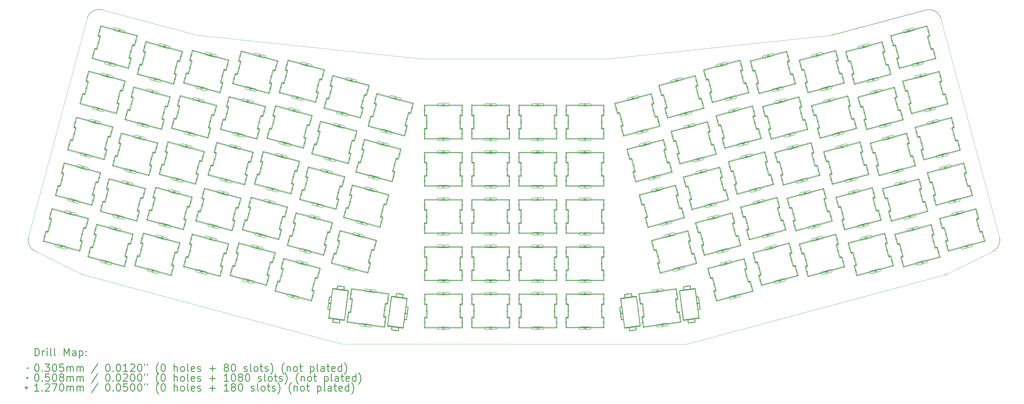
<source format=gbr>
%FSLAX45Y45*%
G04 Gerber Fmt 4.5, Leading zero omitted, Abs format (unit mm)*
G04 Created by KiCad (PCBNEW (5.1.10)-1) date 2021-10-09 15:14:30*
%MOMM*%
%LPD*%
G01*
G04 APERTURE LIST*
%TA.AperFunction,Profile*%
%ADD10C,0.200000*%
%TD*%
%TA.AperFunction,Profile*%
%ADD11C,0.050000*%
%TD*%
%ADD12C,0.200000*%
%ADD13C,0.300000*%
G04 APERTURE END LIST*
D10*
X37564311Y-5657925D02*
X33760064Y-6677270D01*
D11*
X24765000Y-7620000D02*
X33760064Y-6677270D01*
X17272000Y-7620000D02*
X24765000Y-7620000D01*
X17272000Y-7620000D02*
X8220936Y-6670164D01*
X4416689Y-5650818D02*
X8220936Y-6670164D01*
X1451626Y-14784732D02*
X3804316Y-6004372D01*
X3586559Y-16288734D02*
X1712975Y-15362347D01*
X14056075Y-19104084D02*
X3678763Y-16323492D01*
X27924925Y-19111191D02*
X14056075Y-19104084D01*
X38302237Y-16330599D02*
X27924925Y-19111191D01*
X40268025Y-15369454D02*
X38394441Y-16295840D01*
X40529374Y-14791839D02*
X38176684Y-6011479D01*
D10*
X38176684Y-6011479D02*
G75*
G03*
X37564311Y-5657925I-482963J-129410D01*
G01*
X40268025Y-15369454D02*
G75*
G03*
X40529374Y-14791839I-221613J448205D01*
G01*
X38302237Y-16330599D02*
G75*
G03*
X38394441Y-16295840I-129410J482963D01*
G01*
X3678763Y-16323492D02*
G75*
G02*
X3586559Y-16288734I129410J482963D01*
G01*
X3804316Y-6004372D02*
G75*
G02*
X4416689Y-5650818I482963J-129410D01*
G01*
X1712975Y-15362347D02*
G75*
G02*
X1451626Y-14784732I221613J448205D01*
G01*
D12*
X13495534Y-17567728D02*
X13526014Y-17598208D01*
X13526014Y-17567728D02*
X13495534Y-17598208D01*
X13499724Y-17707048D02*
X13532214Y-17460257D01*
X13489333Y-17705680D02*
X13521824Y-17458889D01*
X13532214Y-17460257D02*
G75*
G03*
X13521824Y-17458889I-5195J684D01*
G01*
X13489333Y-17705680D02*
G75*
G03*
X13499724Y-17707048I5195J-684D01*
G01*
X13522099Y-17696760D02*
X13552579Y-17727240D01*
X13552579Y-17696760D02*
X13522099Y-17727240D01*
X13580833Y-17712441D02*
X13495212Y-17701168D01*
X13579466Y-17722831D02*
X13493844Y-17711559D01*
X13495212Y-17701168D02*
G75*
G03*
X13493844Y-17711559I-684J-5195D01*
G01*
X13579466Y-17722831D02*
G75*
G03*
X13580834Y-17712441I684J5195D01*
G01*
X13528687Y-17315901D02*
X13559167Y-17346381D01*
X13559167Y-17315901D02*
X13528687Y-17346381D01*
X13554977Y-17207062D02*
X13522487Y-17453853D01*
X13565368Y-17208430D02*
X13532877Y-17455221D01*
X13522487Y-17453853D02*
G75*
G03*
X13532877Y-17455221I5195J-684D01*
G01*
X13565368Y-17208430D02*
G75*
G03*
X13554977Y-17207062I-5195J684D01*
G01*
X13554590Y-17449969D02*
X13585070Y-17480449D01*
X13585070Y-17449969D02*
X13554590Y-17480449D01*
X13613324Y-17465650D02*
X13527703Y-17454378D01*
X13611956Y-17476041D02*
X13526335Y-17464768D01*
X13527703Y-17454378D02*
G75*
G03*
X13526335Y-17464768I-684J-5195D01*
G01*
X13611956Y-17476041D02*
G75*
G03*
X13613324Y-17465650I684J5195D01*
G01*
X13555253Y-17444933D02*
X13585733Y-17475413D01*
X13585733Y-17444933D02*
X13555253Y-17475413D01*
X13526998Y-17459732D02*
X13612619Y-17471004D01*
X13528366Y-17449341D02*
X13613987Y-17460614D01*
X13612619Y-17471004D02*
G75*
G03*
X13613987Y-17460614I684J5195D01*
G01*
X13528366Y-17449341D02*
G75*
G03*
X13526998Y-17459732I-684J-5195D01*
G01*
X13587743Y-17198142D02*
X13618223Y-17228622D01*
X13618223Y-17198142D02*
X13587743Y-17228622D01*
X13559489Y-17212941D02*
X13645110Y-17224214D01*
X13560857Y-17202551D02*
X13646478Y-17213823D01*
X13645110Y-17224214D02*
G75*
G03*
X13646478Y-17213823I684J5195D01*
G01*
X13560857Y-17202551D02*
G75*
G03*
X13559489Y-17212941I-684J-5195D01*
G01*
X13596737Y-17460642D02*
X13627217Y-17491122D01*
X13627217Y-17460642D02*
X13596737Y-17491122D01*
X13685024Y-16880886D02*
X13528539Y-18069510D01*
X13695415Y-16882254D02*
X13538930Y-18070878D01*
X13528539Y-18069510D02*
G75*
G03*
X13538930Y-18070878I5195J-684D01*
G01*
X13695415Y-16882254D02*
G75*
G03*
X13685024Y-16880886I-5195J684D01*
G01*
X13598726Y-17445532D02*
X13629206Y-17476012D01*
X13629206Y-17445532D02*
X13598726Y-17476012D01*
X13540919Y-18055768D02*
X13697404Y-16867145D01*
X13530528Y-18054400D02*
X13687014Y-16865777D01*
X13697404Y-16867145D02*
G75*
G03*
X13687014Y-16865777I-5195J684D01*
G01*
X13530528Y-18054400D02*
G75*
G03*
X13540919Y-18055768I5195J-684D01*
G01*
X13688672Y-18143968D02*
X13719152Y-18174448D01*
X13719152Y-18143968D02*
X13688672Y-18174448D01*
X13706342Y-18100604D02*
X13691091Y-18216444D01*
X13716732Y-18101971D02*
X13701481Y-18217812D01*
X13691091Y-18216444D02*
G75*
G03*
X13701482Y-18217812I5195J-684D01*
G01*
X13716732Y-18101972D02*
G75*
G03*
X13706342Y-18100604I-5195J684D01*
G01*
X13816038Y-18227346D02*
X13846518Y-18257826D01*
X13846518Y-18227346D02*
X13816038Y-18257826D01*
X13694608Y-18229878D02*
X13966581Y-18265684D01*
X13695976Y-18219488D02*
X13967949Y-18255294D01*
X13966581Y-18265684D02*
G75*
G03*
X13967949Y-18255294I684J5195D01*
G01*
X13695976Y-18219488D02*
G75*
G03*
X13694608Y-18229878I-684J-5195D01*
G01*
X13833278Y-18096396D02*
X13863758Y-18126876D01*
X13863758Y-18096396D02*
X13833278Y-18126876D01*
X13533050Y-18075389D02*
X14162618Y-18158273D01*
X13534418Y-18064999D02*
X14163986Y-18147883D01*
X14162618Y-18158273D02*
G75*
G03*
X14163986Y-18147883I684J5195D01*
G01*
X13534418Y-18064998D02*
G75*
G03*
X13533050Y-18075389I-684J-5195D01*
G01*
X13835267Y-18081286D02*
X13865747Y-18111766D01*
X13865747Y-18081286D02*
X13835267Y-18111766D01*
X14165975Y-18132773D02*
X13536408Y-18049889D01*
X14164607Y-18143163D02*
X13535040Y-18060279D01*
X13536408Y-18049889D02*
G75*
G03*
X13535040Y-18060279I-684J-5195D01*
G01*
X14164607Y-18143163D02*
G75*
G03*
X14165975Y-18132773I684J5195D01*
G01*
X13864386Y-16809285D02*
X13894866Y-16839765D01*
X13894866Y-16809285D02*
X13864386Y-16839765D01*
X13877196Y-16883129D02*
X13892446Y-16767288D01*
X13866805Y-16881761D02*
X13882056Y-16765920D01*
X13892446Y-16767288D02*
G75*
G03*
X13882056Y-16765920I-5195J684D01*
G01*
X13866805Y-16881761D02*
G75*
G03*
X13877196Y-16883129I5195J-684D01*
G01*
X13960645Y-18179774D02*
X13991125Y-18210254D01*
X13991125Y-18179774D02*
X13960645Y-18210254D01*
X13978315Y-18136410D02*
X13963064Y-18252250D01*
X13988705Y-18137777D02*
X13973455Y-18253618D01*
X13963064Y-18252250D02*
G75*
G03*
X13973455Y-18253618I5195J-684D01*
G01*
X13988705Y-18137778D02*
G75*
G03*
X13978315Y-18136410I-5195J684D01*
G01*
X13989763Y-16907772D02*
X14020243Y-16938252D01*
X14020243Y-16907772D02*
X13989763Y-16938252D01*
X13689536Y-16886765D02*
X14319103Y-16969650D01*
X13690904Y-16876375D02*
X14320471Y-16959259D01*
X14319103Y-16969650D02*
G75*
G03*
X14320471Y-16959259I684J5195D01*
G01*
X13690904Y-16876375D02*
G75*
G03*
X13689536Y-16886765I-684J-5195D01*
G01*
X13991753Y-16892663D02*
X14022233Y-16923143D01*
X14022233Y-16892663D02*
X13991753Y-16923143D01*
X14322460Y-16944150D02*
X13692893Y-16861266D01*
X14321092Y-16954540D02*
X13691525Y-16871656D01*
X13692893Y-16861265D02*
G75*
G03*
X13691525Y-16871656I-684J-5195D01*
G01*
X14321092Y-16954540D02*
G75*
G03*
X14322460Y-16944150I684J5195D01*
G01*
X14008993Y-16761713D02*
X14039473Y-16792193D01*
X14039473Y-16761713D02*
X14008993Y-16792193D01*
X14160903Y-16789660D02*
X13888930Y-16753854D01*
X14159535Y-16800051D02*
X13887562Y-16764245D01*
X13888930Y-16753854D02*
G75*
G03*
X13887562Y-16764245I-684J-5195D01*
G01*
X14159535Y-16800051D02*
G75*
G03*
X14160903Y-16789660I684J5195D01*
G01*
X14136359Y-16845091D02*
X14166839Y-16875571D01*
X14166839Y-16845091D02*
X14136359Y-16875571D01*
X14149169Y-16918935D02*
X14164420Y-16803094D01*
X14138779Y-16917567D02*
X14154029Y-16801726D01*
X14164420Y-16803094D02*
G75*
G03*
X14154029Y-16801726I-5195J684D01*
G01*
X14138779Y-16917567D02*
G75*
G03*
X14149169Y-16918935I5195J-684D01*
G01*
X14226305Y-17543526D02*
X14256785Y-17574006D01*
X14256785Y-17543526D02*
X14226305Y-17574006D01*
X14314592Y-16963770D02*
X14158107Y-18152394D01*
X14324982Y-16965138D02*
X14168497Y-18153762D01*
X14158107Y-18152394D02*
G75*
G03*
X14168497Y-18153762I5195J-684D01*
G01*
X14324982Y-16965138D02*
G75*
G03*
X14314592Y-16963770I-5195J684D01*
G01*
X14228294Y-17528416D02*
X14258774Y-17558896D01*
X14258774Y-17528416D02*
X14228294Y-17558896D01*
X14170486Y-18138652D02*
X14326972Y-16950029D01*
X14160096Y-18137284D02*
X14316581Y-16948661D01*
X14326972Y-16950029D02*
G75*
G03*
X14316581Y-16948661I-5195J684D01*
G01*
X14160096Y-18137284D02*
G75*
G03*
X14170486Y-18138652I5195J-684D01*
G01*
X15963911Y-17772286D02*
X15994391Y-17802766D01*
X15994391Y-17772286D02*
X15963911Y-17802766D01*
X16052198Y-17192531D02*
X15895713Y-18381154D01*
X16062589Y-17193899D02*
X15906103Y-18382522D01*
X15895713Y-18381154D02*
G75*
G03*
X15906103Y-18382522I5195J-684D01*
G01*
X16062589Y-17193899D02*
G75*
G03*
X16052198Y-17192531I-5195J684D01*
G01*
X15965900Y-17757177D02*
X15996380Y-17787657D01*
X15996380Y-17757177D02*
X15965900Y-17787657D01*
X15908093Y-18367412D02*
X16064578Y-17178789D01*
X15897702Y-18366044D02*
X16054187Y-17177421D01*
X16064578Y-17178789D02*
G75*
G03*
X16054187Y-17177421I-5195J684D01*
G01*
X15897702Y-18366044D02*
G75*
G03*
X15908093Y-18367412I5195J-684D01*
G01*
X16055845Y-18455612D02*
X16086325Y-18486092D01*
X16086325Y-18455612D02*
X16055845Y-18486092D01*
X16073516Y-18412248D02*
X16058265Y-18528088D01*
X16083906Y-18413616D02*
X16068655Y-18529456D01*
X16058265Y-18528088D02*
G75*
G03*
X16068655Y-18529456I5195J-684D01*
G01*
X16083906Y-18413616D02*
G75*
G03*
X16073515Y-18412248I-5195J684D01*
G01*
X16183212Y-18538990D02*
X16213692Y-18569470D01*
X16213692Y-18538990D02*
X16183212Y-18569470D01*
X16061782Y-18541522D02*
X16333755Y-18577328D01*
X16063149Y-18531132D02*
X16335123Y-18566938D01*
X16333755Y-18577328D02*
G75*
G03*
X16335123Y-18566938I684J5195D01*
G01*
X16063149Y-18531132D02*
G75*
G03*
X16061781Y-18541522I-684J-5195D01*
G01*
X16200452Y-18408040D02*
X16230932Y-18438520D01*
X16230932Y-18408040D02*
X16200452Y-18438520D01*
X15900224Y-18387033D02*
X16529792Y-18469917D01*
X15901592Y-18376643D02*
X16531160Y-18459527D01*
X16529792Y-18469917D02*
G75*
G03*
X16531160Y-18459527I684J5195D01*
G01*
X15901592Y-18376643D02*
G75*
G03*
X15900224Y-18387033I-684J-5195D01*
G01*
X16202441Y-18392930D02*
X16232921Y-18423410D01*
X16232921Y-18392930D02*
X16202441Y-18423410D01*
X16533149Y-18444417D02*
X15903581Y-18361533D01*
X16531781Y-18454808D02*
X15902213Y-18371924D01*
X15903581Y-18361533D02*
G75*
G03*
X15902213Y-18371924I-684J-5195D01*
G01*
X16531781Y-18454808D02*
G75*
G03*
X16533149Y-18444417I684J5195D01*
G01*
X16231560Y-17120929D02*
X16262040Y-17151409D01*
X16262040Y-17120929D02*
X16231560Y-17151409D01*
X16244370Y-17194773D02*
X16259620Y-17078933D01*
X16233979Y-17193405D02*
X16249230Y-17077565D01*
X16259620Y-17078933D02*
G75*
G03*
X16249230Y-17077565I-5195J684D01*
G01*
X16233979Y-17193405D02*
G75*
G03*
X16244370Y-17194773I5195J-684D01*
G01*
X16327819Y-18491418D02*
X16358299Y-18521898D01*
X16358299Y-18491418D02*
X16327819Y-18521898D01*
X16345489Y-18448054D02*
X16330238Y-18563894D01*
X16355879Y-18449422D02*
X16340628Y-18565262D01*
X16330238Y-18563894D02*
G75*
G03*
X16340628Y-18565262I5195J-684D01*
G01*
X16355879Y-18449422D02*
G75*
G03*
X16345489Y-18448054I-5195J684D01*
G01*
X16356937Y-17219417D02*
X16387417Y-17249897D01*
X16387417Y-17219417D02*
X16356937Y-17249897D01*
X16056709Y-17198410D02*
X16686277Y-17281294D01*
X16058077Y-17188019D02*
X16687645Y-17270904D01*
X16686277Y-17281294D02*
G75*
G03*
X16687645Y-17270904I684J5195D01*
G01*
X16058077Y-17188019D02*
G75*
G03*
X16056709Y-17198410I-684J-5195D01*
G01*
X16358926Y-17204307D02*
X16389406Y-17234787D01*
X16389406Y-17204307D02*
X16358926Y-17234787D01*
X16689634Y-17255794D02*
X16060067Y-17172910D01*
X16688266Y-17266184D02*
X16058699Y-17183300D01*
X16060067Y-17172910D02*
G75*
G03*
X16058699Y-17183300I-684J-5195D01*
G01*
X16688266Y-17266184D02*
G75*
G03*
X16689634Y-17255794I684J5195D01*
G01*
X16376166Y-17073357D02*
X16406646Y-17103837D01*
X16406646Y-17073357D02*
X16376166Y-17103837D01*
X16528077Y-17101305D02*
X16256104Y-17065499D01*
X16526709Y-17111695D02*
X16254736Y-17075889D01*
X16256104Y-17065499D02*
G75*
G03*
X16254736Y-17075889I-684J-5195D01*
G01*
X16526709Y-17111695D02*
G75*
G03*
X16528077Y-17101305I684J5195D01*
G01*
X16503533Y-17156735D02*
X16534013Y-17187215D01*
X16534013Y-17156735D02*
X16503533Y-17187215D01*
X16516343Y-17230579D02*
X16531593Y-17114739D01*
X16505952Y-17229211D02*
X16521203Y-17113371D01*
X16531593Y-17114739D02*
G75*
G03*
X16521203Y-17113371I-5195J684D01*
G01*
X16505952Y-17229211D02*
G75*
G03*
X16516343Y-17230579I5195J-684D01*
G01*
X16593478Y-17855170D02*
X16623958Y-17885650D01*
X16623958Y-17855170D02*
X16593478Y-17885650D01*
X16681766Y-17275415D02*
X16525280Y-18464038D01*
X16692156Y-17276783D02*
X16535671Y-18465406D01*
X16525280Y-18464038D02*
G75*
G03*
X16535671Y-18465406I5195J-684D01*
G01*
X16692156Y-17276783D02*
G75*
G03*
X16681766Y-17275415I-5195J684D01*
G01*
X16595467Y-17840061D02*
X16625947Y-17870541D01*
X16625947Y-17840061D02*
X16595467Y-17870541D01*
X16537660Y-18450297D02*
X16694145Y-17261673D01*
X16527270Y-18448929D02*
X16683755Y-17260305D01*
X16694145Y-17261673D02*
G75*
G03*
X16683755Y-17260305I-5195J684D01*
G01*
X16527270Y-18448929D02*
G75*
G03*
X16537660Y-18450297I5195J-684D01*
G01*
X16604461Y-18102560D02*
X16634941Y-18133040D01*
X16634941Y-18102560D02*
X16604461Y-18133040D01*
X16663196Y-18118241D02*
X16577575Y-18106969D01*
X16661828Y-18128632D02*
X16576207Y-18117360D01*
X16577575Y-18106969D02*
G75*
G03*
X16576207Y-18117360I-684J-5195D01*
G01*
X16661828Y-18128632D02*
G75*
G03*
X16663196Y-18118241I684J5195D01*
G01*
X16636952Y-17855770D02*
X16667432Y-17886250D01*
X16667432Y-17855770D02*
X16636952Y-17886250D01*
X16695686Y-17871451D02*
X16610065Y-17860179D01*
X16694319Y-17881841D02*
X16608697Y-17870569D01*
X16610065Y-17860179D02*
G75*
G03*
X16608697Y-17870569I-684J-5195D01*
G01*
X16694319Y-17881841D02*
G75*
G03*
X16695687Y-17871451I684J5195D01*
G01*
X16637615Y-17850733D02*
X16668095Y-17881213D01*
X16668095Y-17850733D02*
X16637615Y-17881213D01*
X16609361Y-17865533D02*
X16694982Y-17876805D01*
X16610728Y-17855142D02*
X16696350Y-17866414D01*
X16694982Y-17876805D02*
G75*
G03*
X16696350Y-17866414I684J5195D01*
G01*
X16610728Y-17855142D02*
G75*
G03*
X16609360Y-17865533I-684J-5195D01*
G01*
X16663517Y-17984801D02*
X16693997Y-18015281D01*
X16693997Y-17984801D02*
X16663517Y-18015281D01*
X16667707Y-18124121D02*
X16700198Y-17877330D01*
X16657317Y-18122753D02*
X16689807Y-17875962D01*
X16700198Y-17877330D02*
G75*
G03*
X16689807Y-17875962I-5195J684D01*
G01*
X16657317Y-18122753D02*
G75*
G03*
X16667707Y-18124121I5195J-684D01*
G01*
X16670106Y-17603943D02*
X16700586Y-17634423D01*
X16700586Y-17603943D02*
X16670106Y-17634423D01*
X16641851Y-17618742D02*
X16727472Y-17630014D01*
X16643219Y-17608352D02*
X16728840Y-17619624D01*
X16727472Y-17630014D02*
G75*
G03*
X16728840Y-17619624I684J5195D01*
G01*
X16643219Y-17608352D02*
G75*
G03*
X16641851Y-17618742I-684J-5195D01*
G01*
X16696671Y-17732974D02*
X16727151Y-17763454D01*
X16727151Y-17732974D02*
X16696671Y-17763454D01*
X16722961Y-17624135D02*
X16690470Y-17870926D01*
X16733351Y-17625503D02*
X16700861Y-17872294D01*
X16690470Y-17870926D02*
G75*
G03*
X16700861Y-17872294I5195J-684D01*
G01*
X16733351Y-17625503D02*
G75*
G03*
X16722961Y-17624135I-5195J684D01*
G01*
X25246349Y-17732974D02*
X25276829Y-17763454D01*
X25276829Y-17732974D02*
X25246349Y-17763454D01*
X25240149Y-17625503D02*
X25272639Y-17872294D01*
X25250539Y-17624135D02*
X25283030Y-17870926D01*
X25272639Y-17872294D02*
G75*
G03*
X25283030Y-17870926I5195J684D01*
G01*
X25250539Y-17624135D02*
G75*
G03*
X25240149Y-17625503I-5195J-684D01*
G01*
X25272914Y-17603943D02*
X25303394Y-17634423D01*
X25303394Y-17603943D02*
X25272914Y-17634423D01*
X25246028Y-17630014D02*
X25331649Y-17618742D01*
X25244660Y-17619624D02*
X25330281Y-17608352D01*
X25331649Y-17618742D02*
G75*
G03*
X25330281Y-17608352I-684J5195D01*
G01*
X25244660Y-17619624D02*
G75*
G03*
X25246028Y-17630014I684J-5195D01*
G01*
X25279503Y-17984801D02*
X25309983Y-18015281D01*
X25309983Y-17984801D02*
X25279503Y-18015281D01*
X25316183Y-18122753D02*
X25283693Y-17875962D01*
X25305793Y-18124121D02*
X25273302Y-17877330D01*
X25283693Y-17875962D02*
G75*
G03*
X25273302Y-17877330I-5195J-684D01*
G01*
X25305793Y-18124121D02*
G75*
G03*
X25316183Y-18122753I5195J684D01*
G01*
X25305405Y-17850733D02*
X25335885Y-17881213D01*
X25335885Y-17850733D02*
X25305405Y-17881213D01*
X25278518Y-17876805D02*
X25364139Y-17865533D01*
X25277150Y-17866414D02*
X25362771Y-17855142D01*
X25364139Y-17865533D02*
G75*
G03*
X25362771Y-17855142I-684J5195D01*
G01*
X25277150Y-17866414D02*
G75*
G03*
X25278518Y-17876805I684J-5195D01*
G01*
X25306068Y-17855770D02*
X25336548Y-17886250D01*
X25336548Y-17855770D02*
X25306068Y-17886250D01*
X25363435Y-17860179D02*
X25277813Y-17871451D01*
X25364802Y-17870569D02*
X25279181Y-17881841D01*
X25277813Y-17871451D02*
G75*
G03*
X25279181Y-17881841I684J-5195D01*
G01*
X25364803Y-17870569D02*
G75*
G03*
X25363435Y-17860179I-684J5195D01*
G01*
X25338559Y-18102560D02*
X25369039Y-18133040D01*
X25369039Y-18102560D02*
X25338559Y-18133040D01*
X25395925Y-18106969D02*
X25310304Y-18118241D01*
X25397293Y-18117360D02*
X25311672Y-18128632D01*
X25310304Y-18118241D02*
G75*
G03*
X25311672Y-18128632I684J-5195D01*
G01*
X25397293Y-18117360D02*
G75*
G03*
X25395925Y-18106969I-684J5195D01*
G01*
X25347552Y-17840061D02*
X25378032Y-17870541D01*
X25378032Y-17840061D02*
X25347552Y-17870541D01*
X25446230Y-18448929D02*
X25289745Y-17260305D01*
X25435840Y-18450297D02*
X25279355Y-17261673D01*
X25289745Y-17260305D02*
G75*
G03*
X25279355Y-17261673I-5195J-684D01*
G01*
X25435840Y-18450297D02*
G75*
G03*
X25446230Y-18448929I5195J684D01*
G01*
X25349542Y-17855170D02*
X25380022Y-17885650D01*
X25380022Y-17855170D02*
X25349542Y-17885650D01*
X25281344Y-17276783D02*
X25437829Y-18465406D01*
X25291734Y-17275415D02*
X25448219Y-18464038D01*
X25437829Y-18465406D02*
G75*
G03*
X25448219Y-18464038I5195J684D01*
G01*
X25291734Y-17275415D02*
G75*
G03*
X25281344Y-17276783I-5195J-684D01*
G01*
X25439487Y-17156735D02*
X25469967Y-17187215D01*
X25469967Y-17156735D02*
X25439487Y-17187215D01*
X25467547Y-17229211D02*
X25452297Y-17113371D01*
X25457157Y-17230579D02*
X25441906Y-17114739D01*
X25452297Y-17113371D02*
G75*
G03*
X25441906Y-17114739I-5195J-684D01*
G01*
X25457157Y-17230579D02*
G75*
G03*
X25467547Y-17229211I5195J684D01*
G01*
X25566854Y-17073357D02*
X25597334Y-17103837D01*
X25597334Y-17073357D02*
X25566854Y-17103837D01*
X25717396Y-17065499D02*
X25445423Y-17101305D01*
X25718764Y-17075889D02*
X25446791Y-17111695D01*
X25445423Y-17101305D02*
G75*
G03*
X25446791Y-17111695I684J-5195D01*
G01*
X25718764Y-17075889D02*
G75*
G03*
X25717396Y-17065499I-684J5195D01*
G01*
X25584094Y-17204307D02*
X25614574Y-17234787D01*
X25614574Y-17204307D02*
X25584094Y-17234787D01*
X25913433Y-17172910D02*
X25283866Y-17255794D01*
X25914801Y-17183300D02*
X25285234Y-17266184D01*
X25283866Y-17255794D02*
G75*
G03*
X25285234Y-17266184I684J-5195D01*
G01*
X25914801Y-17183300D02*
G75*
G03*
X25913433Y-17172910I-684J5195D01*
G01*
X25586083Y-17219417D02*
X25616563Y-17249897D01*
X25616563Y-17219417D02*
X25586083Y-17249897D01*
X25287223Y-17281294D02*
X25916790Y-17198410D01*
X25285855Y-17270904D02*
X25915423Y-17188019D01*
X25916790Y-17198410D02*
G75*
G03*
X25915422Y-17188019I-684J5195D01*
G01*
X25285855Y-17270904D02*
G75*
G03*
X25287223Y-17281294I684J-5195D01*
G01*
X25615201Y-18491418D02*
X25645681Y-18521898D01*
X25645681Y-18491418D02*
X25615201Y-18521898D01*
X25617621Y-18449422D02*
X25632872Y-18565262D01*
X25628011Y-18448054D02*
X25643262Y-18563894D01*
X25632871Y-18565262D02*
G75*
G03*
X25643262Y-18563894I5195J684D01*
G01*
X25628011Y-18448054D02*
G75*
G03*
X25617621Y-18449422I-5195J-684D01*
G01*
X25711460Y-17120929D02*
X25741940Y-17151409D01*
X25741940Y-17120929D02*
X25711460Y-17151409D01*
X25739521Y-17193405D02*
X25724270Y-17077565D01*
X25729130Y-17194773D02*
X25713880Y-17078933D01*
X25724270Y-17077565D02*
G75*
G03*
X25713880Y-17078933I-5195J-684D01*
G01*
X25729130Y-17194773D02*
G75*
G03*
X25739521Y-17193405I5195J684D01*
G01*
X25740579Y-18392930D02*
X25771059Y-18423410D01*
X25771059Y-18392930D02*
X25740579Y-18423410D01*
X26069919Y-18361533D02*
X25440351Y-18444417D01*
X26071286Y-18371924D02*
X25441719Y-18454808D01*
X25440351Y-18444417D02*
G75*
G03*
X25441719Y-18454808I684J-5195D01*
G01*
X26071286Y-18371924D02*
G75*
G03*
X26069918Y-18361533I-684J5195D01*
G01*
X25742568Y-18408040D02*
X25773048Y-18438520D01*
X25773048Y-18408040D02*
X25742568Y-18438520D01*
X25443708Y-18469917D02*
X26073276Y-18387033D01*
X25442340Y-18459527D02*
X26071908Y-18376643D01*
X26073276Y-18387033D02*
G75*
G03*
X26071908Y-18376643I-684J5195D01*
G01*
X25442340Y-18459527D02*
G75*
G03*
X25443708Y-18469917I684J-5195D01*
G01*
X25759808Y-18538990D02*
X25790288Y-18569470D01*
X25790288Y-18538990D02*
X25759808Y-18569470D01*
X25639745Y-18577328D02*
X25911718Y-18541522D01*
X25638377Y-18566938D02*
X25910350Y-18531132D01*
X25911718Y-18541522D02*
G75*
G03*
X25910350Y-18531132I-684J5195D01*
G01*
X25638377Y-18566938D02*
G75*
G03*
X25639745Y-18577328I684J-5195D01*
G01*
X25887175Y-18455612D02*
X25917655Y-18486092D01*
X25917655Y-18455612D02*
X25887175Y-18486092D01*
X25889594Y-18413616D02*
X25904845Y-18529456D01*
X25899984Y-18412248D02*
X25915235Y-18528088D01*
X25904845Y-18529456D02*
G75*
G03*
X25915235Y-18528088I5195J684D01*
G01*
X25899984Y-18412248D02*
G75*
G03*
X25889594Y-18413616I-5195J-684D01*
G01*
X25977120Y-17757177D02*
X26007600Y-17787657D01*
X26007600Y-17757177D02*
X25977120Y-17787657D01*
X26075798Y-18366044D02*
X25919312Y-17177421D01*
X26065407Y-18367412D02*
X25908922Y-17178789D01*
X25919312Y-17177421D02*
G75*
G03*
X25908922Y-17178789I-5195J-684D01*
G01*
X26065407Y-18367412D02*
G75*
G03*
X26075798Y-18366044I5195J684D01*
G01*
X25979109Y-17772286D02*
X26009589Y-17802766D01*
X26009589Y-17772286D02*
X25979109Y-17802766D01*
X25910911Y-17193899D02*
X26067397Y-18382522D01*
X25921302Y-17192531D02*
X26077787Y-18381154D01*
X26067397Y-18382522D02*
G75*
G03*
X26077787Y-18381154I5195J684D01*
G01*
X25921302Y-17192531D02*
G75*
G03*
X25910911Y-17193899I-5195J-684D01*
G01*
X27714726Y-17528416D02*
X27745206Y-17558896D01*
X27745206Y-17528416D02*
X27714726Y-17558896D01*
X27813404Y-18137284D02*
X27656919Y-16948661D01*
X27803014Y-18138652D02*
X27646528Y-16950029D01*
X27656919Y-16948661D02*
G75*
G03*
X27646528Y-16950029I-5195J-684D01*
G01*
X27803014Y-18138652D02*
G75*
G03*
X27813404Y-18137284I5195J684D01*
G01*
X27716715Y-17543526D02*
X27747195Y-17574006D01*
X27747195Y-17543526D02*
X27716715Y-17574006D01*
X27648518Y-16965138D02*
X27805003Y-18153762D01*
X27658908Y-16963770D02*
X27815393Y-18152394D01*
X27805003Y-18153762D02*
G75*
G03*
X27815393Y-18152394I5195J684D01*
G01*
X27658908Y-16963770D02*
G75*
G03*
X27648518Y-16965138I-5195J-684D01*
G01*
X27806661Y-16845091D02*
X27837141Y-16875571D01*
X27837141Y-16845091D02*
X27806661Y-16875571D01*
X27834721Y-16917567D02*
X27819471Y-16801726D01*
X27824331Y-16918935D02*
X27809080Y-16803094D01*
X27819471Y-16801726D02*
G75*
G03*
X27809080Y-16803094I-5195J-684D01*
G01*
X27824331Y-16918935D02*
G75*
G03*
X27834721Y-16917567I5195J684D01*
G01*
X27934027Y-16761713D02*
X27964507Y-16792193D01*
X27964507Y-16761713D02*
X27934027Y-16792193D01*
X28084570Y-16753854D02*
X27812597Y-16789660D01*
X28085938Y-16764245D02*
X27813965Y-16800051D01*
X27812597Y-16789660D02*
G75*
G03*
X27813965Y-16800051I684J-5195D01*
G01*
X28085938Y-16764245D02*
G75*
G03*
X28084570Y-16753854I-684J5195D01*
G01*
X27951267Y-16892663D02*
X27981747Y-16923143D01*
X27981747Y-16892663D02*
X27951267Y-16923143D01*
X28280607Y-16861266D02*
X27651040Y-16944150D01*
X28281975Y-16871656D02*
X27652407Y-16954540D01*
X27651040Y-16944150D02*
G75*
G03*
X27652408Y-16954540I684J-5195D01*
G01*
X28281975Y-16871656D02*
G75*
G03*
X28280607Y-16861265I-684J5195D01*
G01*
X27953256Y-16907772D02*
X27983736Y-16938252D01*
X27983736Y-16907772D02*
X27953256Y-16938252D01*
X27654397Y-16969650D02*
X28283964Y-16886765D01*
X27653029Y-16959259D02*
X28282596Y-16876375D01*
X28283964Y-16886765D02*
G75*
G03*
X28282596Y-16876375I-684J5195D01*
G01*
X27653029Y-16959259D02*
G75*
G03*
X27654397Y-16969650I684J-5195D01*
G01*
X27982375Y-18179774D02*
X28012855Y-18210254D01*
X28012855Y-18179774D02*
X27982375Y-18210254D01*
X27984795Y-18137777D02*
X28000045Y-18253618D01*
X27995185Y-18136410D02*
X28010436Y-18252250D01*
X28000045Y-18253618D02*
G75*
G03*
X28010436Y-18252250I5195J684D01*
G01*
X27995185Y-18136410D02*
G75*
G03*
X27984795Y-18137778I-5195J-684D01*
G01*
X28078634Y-16809285D02*
X28109114Y-16839765D01*
X28109114Y-16809285D02*
X28078634Y-16839765D01*
X28106694Y-16881761D02*
X28091444Y-16765920D01*
X28096304Y-16883129D02*
X28081053Y-16767288D01*
X28091444Y-16765920D02*
G75*
G03*
X28081053Y-16767288I-5195J-684D01*
G01*
X28096304Y-16883129D02*
G75*
G03*
X28106694Y-16881761I5195J684D01*
G01*
X28107753Y-18081286D02*
X28138233Y-18111766D01*
X28138233Y-18081286D02*
X28107753Y-18111766D01*
X28437092Y-18049889D02*
X27807525Y-18132773D01*
X28438460Y-18060279D02*
X27808893Y-18143163D01*
X27807525Y-18132773D02*
G75*
G03*
X27808893Y-18143163I684J-5195D01*
G01*
X28438460Y-18060279D02*
G75*
G03*
X28437092Y-18049889I-684J5195D01*
G01*
X28109742Y-18096396D02*
X28140222Y-18126876D01*
X28140222Y-18096396D02*
X28109742Y-18126876D01*
X27810882Y-18158273D02*
X28440449Y-18075389D01*
X27809514Y-18147883D02*
X28439082Y-18064999D01*
X28440449Y-18075389D02*
G75*
G03*
X28439081Y-18064998I-684J5195D01*
G01*
X27809514Y-18147883D02*
G75*
G03*
X27810882Y-18158273I684J-5195D01*
G01*
X28126982Y-18227346D02*
X28157462Y-18257826D01*
X28157462Y-18227346D02*
X28126982Y-18257826D01*
X28006919Y-18265684D02*
X28278892Y-18229878D01*
X28005551Y-18255294D02*
X28277524Y-18219488D01*
X28278892Y-18229878D02*
G75*
G03*
X28277524Y-18219488I-684J5195D01*
G01*
X28005551Y-18255294D02*
G75*
G03*
X28006919Y-18265684I684J-5195D01*
G01*
X28254348Y-18143968D02*
X28284828Y-18174448D01*
X28284828Y-18143968D02*
X28254348Y-18174448D01*
X28256768Y-18101971D02*
X28272018Y-18217812D01*
X28267158Y-18100604D02*
X28282409Y-18216444D01*
X28272018Y-18217812D02*
G75*
G03*
X28282409Y-18216444I5195J684D01*
G01*
X28267158Y-18100604D02*
G75*
G03*
X28256768Y-18101972I-5195J-684D01*
G01*
X28344294Y-17445532D02*
X28374774Y-17476012D01*
X28374774Y-17445532D02*
X28344294Y-17476012D01*
X28442971Y-18054400D02*
X28286486Y-16865777D01*
X28432581Y-18055768D02*
X28276096Y-16867145D01*
X28286486Y-16865777D02*
G75*
G03*
X28276096Y-16867145I-5195J-684D01*
G01*
X28432581Y-18055768D02*
G75*
G03*
X28442971Y-18054400I5195J684D01*
G01*
X28346283Y-17460642D02*
X28376763Y-17491122D01*
X28376763Y-17460642D02*
X28346283Y-17491122D01*
X28278085Y-16882254D02*
X28434570Y-18070878D01*
X28288475Y-16880886D02*
X28444961Y-18069510D01*
X28434570Y-18070878D02*
G75*
G03*
X28444961Y-18069510I5195J684D01*
G01*
X28288475Y-16880886D02*
G75*
G03*
X28278085Y-16882254I-5195J-684D01*
G01*
X28355277Y-17198142D02*
X28385757Y-17228622D01*
X28385757Y-17198142D02*
X28355277Y-17228622D01*
X28328390Y-17224214D02*
X28414011Y-17212941D01*
X28327022Y-17213823D02*
X28412643Y-17202551D01*
X28414011Y-17212941D02*
G75*
G03*
X28412643Y-17202551I-684J5195D01*
G01*
X28327022Y-17213823D02*
G75*
G03*
X28328390Y-17224214I684J-5195D01*
G01*
X28387767Y-17444933D02*
X28418247Y-17475413D01*
X28418247Y-17444933D02*
X28387767Y-17475413D01*
X28360881Y-17471004D02*
X28446502Y-17459732D01*
X28359513Y-17460614D02*
X28445134Y-17449341D01*
X28446502Y-17459732D02*
G75*
G03*
X28445134Y-17449341I-684J5195D01*
G01*
X28359513Y-17460614D02*
G75*
G03*
X28360881Y-17471004I684J-5195D01*
G01*
X28388430Y-17449969D02*
X28418910Y-17480449D01*
X28418910Y-17449969D02*
X28388430Y-17480449D01*
X28445797Y-17454378D02*
X28360176Y-17465650D01*
X28447165Y-17464768D02*
X28361544Y-17476041D01*
X28360176Y-17465650D02*
G75*
G03*
X28361544Y-17476041I684J-5195D01*
G01*
X28447165Y-17464768D02*
G75*
G03*
X28445797Y-17454378I-684J5195D01*
G01*
X28414333Y-17315901D02*
X28444813Y-17346381D01*
X28444813Y-17315901D02*
X28414333Y-17346381D01*
X28408132Y-17208430D02*
X28440623Y-17455221D01*
X28418523Y-17207062D02*
X28451013Y-17453853D01*
X28440623Y-17455221D02*
G75*
G03*
X28451013Y-17453853I5195J684D01*
G01*
X28418523Y-17207062D02*
G75*
G03*
X28408132Y-17208430I-5195J-684D01*
G01*
X28420921Y-17696760D02*
X28451401Y-17727240D01*
X28451401Y-17696760D02*
X28420921Y-17727240D01*
X28478288Y-17701168D02*
X28392666Y-17712441D01*
X28479655Y-17711559D02*
X28394034Y-17722831D01*
X28392666Y-17712441D02*
G75*
G03*
X28394034Y-17722831I684J-5195D01*
G01*
X28479656Y-17711559D02*
G75*
G03*
X28478288Y-17701168I-684J5195D01*
G01*
X28447486Y-17567728D02*
X28477966Y-17598208D01*
X28477966Y-17567728D02*
X28447486Y-17598208D01*
X28484167Y-17705680D02*
X28451676Y-17458889D01*
X28473776Y-17707048D02*
X28441286Y-17460257D01*
X28451676Y-17458889D02*
G75*
G03*
X28441286Y-17460257I-5195J-684D01*
G01*
X28473776Y-17707048D02*
G75*
G03*
X28484167Y-17705680I5195J684D01*
G01*
X2126171Y-14765890D02*
G75*
G03*
X2126171Y-14765890I-25400J0D01*
G01*
X2138488Y-14565628D02*
X2033303Y-14958181D01*
X2168238Y-14573600D02*
X2063054Y-14966152D01*
X2033303Y-14958181D02*
G75*
G03*
X2063054Y-14966152I14875J-3986D01*
G01*
X2168238Y-14573600D02*
G75*
G03*
X2138488Y-14565628I-14875J3986D01*
G01*
X2218631Y-14580297D02*
G75*
G03*
X2218631Y-14580297I-25400J0D01*
G01*
X2149377Y-14584490D02*
X2229114Y-14605855D01*
X2157349Y-14554739D02*
X2237086Y-14576105D01*
X2229114Y-14605855D02*
G75*
G03*
X2237086Y-14576105I3986J14875D01*
G01*
X2157349Y-14554739D02*
G75*
G03*
X2149377Y-14584490I-3986J-14875D01*
G01*
X2327527Y-14333367D02*
G75*
G03*
X2327527Y-14333367I-25400J0D01*
G01*
X2356279Y-14071769D02*
X2218225Y-14586994D01*
X2386029Y-14079741D02*
X2247975Y-14594966D01*
X2218225Y-14586994D02*
G75*
G03*
X2247975Y-14594966I14875J-3986D01*
G01*
X2386029Y-14079741D02*
G75*
G03*
X2356279Y-14071769I-14875J3986D01*
G01*
X2356686Y-14065072D02*
G75*
G03*
X2356686Y-14065072I-25400J0D01*
G01*
X2287431Y-14069265D02*
X2367168Y-14090630D01*
X2295403Y-14039514D02*
X2375140Y-14060880D01*
X2367168Y-14090630D02*
G75*
G03*
X2375140Y-14060880I3986J14875D01*
G01*
X2295403Y-14039514D02*
G75*
G03*
X2287431Y-14069265I-3986J-14875D01*
G01*
X2369409Y-13858113D02*
G75*
G03*
X2369409Y-13858113I-25400J0D01*
G01*
X2381726Y-13657851D02*
X2276542Y-14050404D01*
X2411476Y-13665823D02*
X2306292Y-14058375D01*
X2276542Y-14050404D02*
G75*
G03*
X2306292Y-14058375I14875J-3986D01*
G01*
X2411476Y-13665823D02*
G75*
G03*
X2381726Y-13657851I-14875J3986D01*
G01*
X2616975Y-12924198D02*
G75*
G03*
X2616975Y-12924198I-25400J0D01*
G01*
X2629292Y-12723936D02*
X2524108Y-13116488D01*
X2659042Y-12731908D02*
X2553858Y-13124460D01*
X2524108Y-13116488D02*
G75*
G03*
X2553858Y-13124460I14875J-3986D01*
G01*
X2659042Y-12731908D02*
G75*
G03*
X2629292Y-12723936I-14875J3986D01*
G01*
X2709436Y-12738605D02*
G75*
G03*
X2709436Y-12738605I-25400J0D01*
G01*
X2640181Y-12742797D02*
X2719918Y-12764163D01*
X2648153Y-12713047D02*
X2727890Y-12734412D01*
X2719918Y-12764163D02*
G75*
G03*
X2727890Y-12734412I3986J14875D01*
G01*
X2648153Y-12713047D02*
G75*
G03*
X2640181Y-12742797I-3986J-14875D01*
G01*
X2803481Y-15157743D02*
G75*
G03*
X2803481Y-15157743I-25400J0D01*
G01*
X2045420Y-14977370D02*
X3502770Y-15367866D01*
X2053391Y-14947620D02*
X3510741Y-15338116D01*
X3502770Y-15367866D02*
G75*
G03*
X3510741Y-15338116I3986J14875D01*
G01*
X2053391Y-14947620D02*
G75*
G03*
X2045420Y-14977371I-3986J-14875D01*
G01*
X2818331Y-12491675D02*
G75*
G03*
X2818331Y-12491675I-25400J0D01*
G01*
X2847083Y-12230077D02*
X2709029Y-12745302D01*
X2876833Y-12238048D02*
X2738779Y-12753273D01*
X2709029Y-12745302D02*
G75*
G03*
X2738780Y-12753273I14875J-3986D01*
G01*
X2876833Y-12238048D02*
G75*
G03*
X2847083Y-12230077I-14875J3986D01*
G01*
X2847490Y-12223380D02*
G75*
G03*
X2847490Y-12223380I-25400J0D01*
G01*
X2778235Y-12227572D02*
X2857972Y-12248938D01*
X2786207Y-12197822D02*
X2865944Y-12219187D01*
X2857972Y-12248938D02*
G75*
G03*
X2865944Y-12219187I3986J14875D01*
G01*
X2786207Y-12197822D02*
G75*
G03*
X2778235Y-12227572I-3986J-14875D01*
G01*
X2860213Y-12016421D02*
G75*
G03*
X2860213Y-12016421I-25400J0D01*
G01*
X2872530Y-11816159D02*
X2767346Y-12208711D01*
X2902280Y-11824131D02*
X2797096Y-12216683D01*
X2767346Y-12208711D02*
G75*
G03*
X2797096Y-12216683I14875J-3986D01*
G01*
X2902280Y-11824131D02*
G75*
G03*
X2872530Y-11816159I-14875J3986D01*
G01*
X3110778Y-11085293D02*
G75*
G03*
X3110778Y-11085293I-25400J0D01*
G01*
X3123095Y-10885031D02*
X3017910Y-11277583D01*
X3152845Y-10893002D02*
X3047661Y-11285555D01*
X3017910Y-11277583D02*
G75*
G03*
X3047661Y-11285555I14875J-3986D01*
G01*
X3152845Y-10893002D02*
G75*
G03*
X3123094Y-10885031I-14875J3986D01*
G01*
X3151903Y-13857414D02*
G75*
G03*
X3151903Y-13857414I-25400J0D01*
G01*
X2393842Y-13677041D02*
X3851192Y-14067537D01*
X2401814Y-13647291D02*
X3859164Y-14037786D01*
X3851192Y-14067537D02*
G75*
G03*
X3859164Y-14037786I3986J14875D01*
G01*
X2401814Y-13647291D02*
G75*
G03*
X2393842Y-13677041I-3986J-14875D01*
G01*
X3203238Y-10899699D02*
G75*
G03*
X3203238Y-10899699I-25400J0D01*
G01*
X3133984Y-10903892D02*
X3213721Y-10925257D01*
X3141956Y-10874141D02*
X3221693Y-10895507D01*
X3213721Y-10925258D02*
G75*
G03*
X3221693Y-10895507I3986J14875D01*
G01*
X3141956Y-10874141D02*
G75*
G03*
X3133984Y-10903892I-3986J-14875D01*
G01*
X3294285Y-13316051D02*
G75*
G03*
X3294285Y-13316051I-25400J0D01*
G01*
X2536224Y-13135678D02*
X3993574Y-13526174D01*
X2544196Y-13105928D02*
X4001546Y-13496424D01*
X3993574Y-13526174D02*
G75*
G03*
X4001546Y-13496423I3986J14875D01*
G01*
X2544196Y-13105928D02*
G75*
G03*
X2536224Y-13135678I-3986J-14875D01*
G01*
X3312134Y-10652770D02*
G75*
G03*
X3312134Y-10652770I-25400J0D01*
G01*
X3340886Y-10391172D02*
X3202832Y-10906396D01*
X3370636Y-10399143D02*
X3232582Y-10914368D01*
X3202832Y-10906396D02*
G75*
G03*
X3232582Y-10914368I14875J-3986D01*
G01*
X3370636Y-10399143D02*
G75*
G03*
X3340886Y-10391172I-14875J3986D01*
G01*
X3341292Y-10384475D02*
G75*
G03*
X3341292Y-10384475I-25400J0D01*
G01*
X3272038Y-10388667D02*
X3351775Y-10410033D01*
X3280010Y-10358917D02*
X3359747Y-10380282D01*
X3351775Y-10410033D02*
G75*
G03*
X3359747Y-10380282I3986J14875D01*
G01*
X3280010Y-10358916D02*
G75*
G03*
X3272038Y-10388667I-3986J-14875D01*
G01*
X3354016Y-10177516D02*
G75*
G03*
X3354016Y-10177516I-25400J0D01*
G01*
X3366333Y-9977254D02*
X3261149Y-10369806D01*
X3396083Y-9985225D02*
X3290899Y-10377778D01*
X3261149Y-10369806D02*
G75*
G03*
X3290899Y-10377778I14875J-3986D01*
G01*
X3396083Y-9985225D02*
G75*
G03*
X3366333Y-9977254I-14875J3986D01*
G01*
X3585974Y-15157044D02*
G75*
G03*
X3585974Y-15157044I-25400J0D01*
G01*
X3598291Y-14956782D02*
X3493107Y-15349334D01*
X3628042Y-14964753D02*
X3522858Y-15357306D01*
X3493107Y-15349334D02*
G75*
G03*
X3522858Y-15357306I14875J-3986D01*
G01*
X3628042Y-14964753D02*
G75*
G03*
X3598291Y-14956782I-14875J3986D01*
G01*
X3598698Y-14950085D02*
G75*
G03*
X3598698Y-14950085I-25400J0D01*
G01*
X3529443Y-14954277D02*
X3609181Y-14975643D01*
X3537415Y-14924527D02*
X3617152Y-14945892D01*
X3609181Y-14975643D02*
G75*
G03*
X3617152Y-14945892I3986J14875D01*
G01*
X3537415Y-14924527D02*
G75*
G03*
X3529443Y-14954277I-3986J-14875D01*
G01*
X3603928Y-9230556D02*
G75*
G03*
X3603928Y-9230556I-25400J0D01*
G01*
X3616245Y-9030294D02*
X3511061Y-9422847D01*
X3645996Y-9038266D02*
X3540812Y-9430818D01*
X3511061Y-9422847D02*
G75*
G03*
X3540812Y-9430818I14875J-3986D01*
G01*
X3645996Y-9038266D02*
G75*
G03*
X3616245Y-9030294I-14875J3986D01*
G01*
X3627856Y-14681790D02*
G75*
G03*
X3627856Y-14681790I-25400J0D01*
G01*
X3656608Y-14420191D02*
X3518554Y-14935416D01*
X3686359Y-14428163D02*
X3548305Y-14943388D01*
X3518554Y-14935416D02*
G75*
G03*
X3548305Y-14943388I14875J-3986D01*
G01*
X3686359Y-14428163D02*
G75*
G03*
X3656608Y-14420191I-14875J3986D01*
G01*
X3642707Y-12015721D02*
G75*
G03*
X3642707Y-12015721I-25400J0D01*
G01*
X2884646Y-11835349D02*
X4341996Y-12225845D01*
X2892618Y-11805598D02*
X4349968Y-12196094D01*
X4341996Y-12225845D02*
G75*
G03*
X4349968Y-12196094I3986J14875D01*
G01*
X2892618Y-11805598D02*
G75*
G03*
X2884646Y-11835349I-3986J-14875D01*
G01*
X3696389Y-9044963D02*
G75*
G03*
X3696389Y-9044963I-25400J0D01*
G01*
X3627135Y-9049156D02*
X3706872Y-9070521D01*
X3635106Y-9019405D02*
X3714843Y-9040771D01*
X3706872Y-9070521D02*
G75*
G03*
X3714843Y-9040771I3986J14875D01*
G01*
X3635106Y-9019405D02*
G75*
G03*
X3627135Y-9049156I-3986J-14875D01*
G01*
X3736752Y-14434860D02*
G75*
G03*
X3736752Y-14434860I-25400J0D01*
G01*
X3667498Y-14439052D02*
X3747235Y-14460418D01*
X3675469Y-14409302D02*
X3755206Y-14430667D01*
X3747235Y-14460418D02*
G75*
G03*
X3755206Y-14430667I3986J14875D01*
G01*
X3675469Y-14409302D02*
G75*
G03*
X3667498Y-14439052I-3986J-14875D01*
G01*
X3788088Y-11477145D02*
G75*
G03*
X3788088Y-11477145I-25400J0D01*
G01*
X3030027Y-11296773D02*
X4487377Y-11687269D01*
X3037998Y-11267022D02*
X4495349Y-11657518D01*
X4487377Y-11687269D02*
G75*
G03*
X4495349Y-11657518I3986J14875D01*
G01*
X3037998Y-11267022D02*
G75*
G03*
X3030027Y-11296773I-3986J-14875D01*
G01*
X3805285Y-8798033D02*
G75*
G03*
X3805285Y-8798033I-25400J0D01*
G01*
X3834036Y-8536435D02*
X3695982Y-9051660D01*
X3863787Y-8544407D02*
X3725733Y-9059632D01*
X3695982Y-9051660D02*
G75*
G03*
X3725733Y-9059632I14875J-3986D01*
G01*
X3863787Y-8544407D02*
G75*
G03*
X3834036Y-8536435I-14875J3986D01*
G01*
X3829213Y-14249267D02*
G75*
G03*
X3829213Y-14249267I-25400J0D01*
G01*
X3841529Y-14049005D02*
X3736345Y-14441557D01*
X3871280Y-14056976D02*
X3766096Y-14449528D01*
X3736345Y-14441557D02*
G75*
G03*
X3766096Y-14449528I14875J-3986D01*
G01*
X3871280Y-14056976D02*
G75*
G03*
X3841529Y-14049005I-14875J3986D01*
G01*
X3834443Y-8529738D02*
G75*
G03*
X3834443Y-8529738I-25400J0D01*
G01*
X3765189Y-8533931D02*
X3844926Y-8555296D01*
X3773160Y-8504180D02*
X3852897Y-8525546D01*
X3844926Y-8555296D02*
G75*
G03*
X3852897Y-8525546I3986J14875D01*
G01*
X3773160Y-8504180D02*
G75*
G03*
X3765189Y-8533931I-3986J-14875D01*
G01*
X3847166Y-8322779D02*
G75*
G03*
X3847166Y-8322779I-25400J0D01*
G01*
X3859483Y-8122517D02*
X3754299Y-8515070D01*
X3889234Y-8130489D02*
X3784050Y-8523041D01*
X3754299Y-8515070D02*
G75*
G03*
X3784050Y-8523041I14875J-3986D01*
G01*
X3889234Y-8130489D02*
G75*
G03*
X3859483Y-8122517I-14875J3986D01*
G01*
X3926634Y-15396750D02*
G75*
G03*
X3926634Y-15396750I-25400J0D01*
G01*
X3938951Y-15196488D02*
X3833767Y-15589040D01*
X3968702Y-15204460D02*
X3863518Y-15597012D01*
X3833767Y-15589040D02*
G75*
G03*
X3863518Y-15597012I14875J-3986D01*
G01*
X3968702Y-15204460D02*
G75*
G03*
X3938951Y-15196488I-14875J3986D01*
G01*
X4019095Y-15211157D02*
G75*
G03*
X4019095Y-15211157I-25400J0D01*
G01*
X3949841Y-15215349D02*
X4029578Y-15236715D01*
X3957812Y-15185599D02*
X4037549Y-15206964D01*
X4029578Y-15236715D02*
G75*
G03*
X4037549Y-15206964I3986J14875D01*
G01*
X3957812Y-15185599D02*
G75*
G03*
X3949841Y-15215349I-3986J-14875D01*
G01*
X4076779Y-13315351D02*
G75*
G03*
X4076779Y-13315351I-25400J0D01*
G01*
X4089095Y-13115089D02*
X3983911Y-13507642D01*
X4118846Y-13123061D02*
X4013662Y-13515613D01*
X3983911Y-13507642D02*
G75*
G03*
X4013662Y-13515613I14875J-3986D01*
G01*
X4118846Y-13123061D02*
G75*
G03*
X4089095Y-13115089I-14875J3986D01*
G01*
X4089502Y-13108392D02*
G75*
G03*
X4089502Y-13108392I-25400J0D01*
G01*
X4020248Y-13112585D02*
X4099985Y-13133950D01*
X4028219Y-13082834D02*
X4107956Y-13104200D01*
X4099985Y-13133951D02*
G75*
G03*
X4107956Y-13104200I3986J14875D01*
G01*
X4028219Y-13082834D02*
G75*
G03*
X4020248Y-13112585I-3986J-14875D01*
G01*
X4090782Y-7407658D02*
G75*
G03*
X4090782Y-7407658I-25400J0D01*
G01*
X4103099Y-7207396D02*
X3997915Y-7599948D01*
X4132849Y-7215368D02*
X4027665Y-7607920D01*
X3997915Y-7599948D02*
G75*
G03*
X4027665Y-7607920I14875J-3986D01*
G01*
X4132849Y-7215368D02*
G75*
G03*
X4103099Y-7207396I-14875J3986D01*
G01*
X4118661Y-12840097D02*
G75*
G03*
X4118661Y-12840097I-25400J0D01*
G01*
X4147412Y-12578499D02*
X4009358Y-13093724D01*
X4177163Y-12586471D02*
X4039109Y-13101695D01*
X4009358Y-13093724D02*
G75*
G03*
X4039109Y-13101695I14875J-3986D01*
G01*
X4177163Y-12586471D02*
G75*
G03*
X4147412Y-12578499I-14875J3986D01*
G01*
X4127991Y-14964227D02*
G75*
G03*
X4127991Y-14964227I-25400J0D01*
G01*
X4156742Y-14702629D02*
X4018688Y-15217854D01*
X4186493Y-14710600D02*
X4048439Y-15225825D01*
X4018688Y-15217854D02*
G75*
G03*
X4048439Y-15225825I14875J-3986D01*
G01*
X4186493Y-14710600D02*
G75*
G03*
X4156742Y-14702629I-14875J3986D01*
G01*
X4136510Y-10176816D02*
G75*
G03*
X4136510Y-10176816I-25400J0D01*
G01*
X3378449Y-9996443D02*
X4835799Y-10386939D01*
X3386420Y-9966693D02*
X4843771Y-10357189D01*
X4835799Y-10386939D02*
G75*
G03*
X4843771Y-10357189I3986J14875D01*
G01*
X3386420Y-9966693D02*
G75*
G03*
X3378449Y-9996444I-3986J-14875D01*
G01*
X4157149Y-14695932D02*
G75*
G03*
X4157149Y-14695932I-25400J0D01*
G01*
X4087895Y-14700124D02*
X4167632Y-14721490D01*
X4095866Y-14670374D02*
X4175603Y-14691739D01*
X4167632Y-14721490D02*
G75*
G03*
X4175603Y-14691739I3986J14875D01*
G01*
X4095866Y-14670374D02*
G75*
G03*
X4087895Y-14700124I-3986J-14875D01*
G01*
X4169872Y-14488973D02*
G75*
G03*
X4169872Y-14488973I-25400J0D01*
G01*
X4182189Y-14288711D02*
X4077005Y-14681263D01*
X4211940Y-14296683D02*
X4106756Y-14689235D01*
X4077005Y-14681263D02*
G75*
G03*
X4106756Y-14689235I14875J-3986D01*
G01*
X4211940Y-14296683D02*
G75*
G03*
X4182189Y-14288711I-14875J3986D01*
G01*
X4183243Y-7222065D02*
G75*
G03*
X4183243Y-7222065I-25400J0D01*
G01*
X4113988Y-7226257D02*
X4193725Y-7247623D01*
X4121960Y-7196507D02*
X4201697Y-7217872D01*
X4193725Y-7247623D02*
G75*
G03*
X4201697Y-7217872I3986J14875D01*
G01*
X4121960Y-7196507D02*
G75*
G03*
X4113988Y-7226257I-3986J-14875D01*
G01*
X4227556Y-12593168D02*
G75*
G03*
X4227556Y-12593168I-25400J0D01*
G01*
X4158302Y-12597360D02*
X4238039Y-12618726D01*
X4166273Y-12567610D02*
X4246011Y-12588975D01*
X4238039Y-12618726D02*
G75*
G03*
X4246011Y-12588975I3986J14875D01*
G01*
X4166273Y-12567609D02*
G75*
G03*
X4158302Y-12597360I-3986J-14875D01*
G01*
X4281238Y-9622409D02*
G75*
G03*
X4281238Y-9622409I-25400J0D01*
G01*
X3523177Y-9442036D02*
X4980528Y-9832532D01*
X3531149Y-9412286D02*
X4988499Y-9802782D01*
X4980528Y-9832532D02*
G75*
G03*
X4988499Y-9802782I3986J14875D01*
G01*
X3531149Y-9412286D02*
G75*
G03*
X3523177Y-9442037I-3986J-14875D01*
G01*
X4292138Y-6975135D02*
G75*
G03*
X4292138Y-6975135I-25400J0D01*
G01*
X4320890Y-6713537D02*
X4182836Y-7228762D01*
X4350641Y-6721509D02*
X4212587Y-7236733D01*
X4182836Y-7228762D02*
G75*
G03*
X4212587Y-7236733I14875J-3986D01*
G01*
X4350641Y-6721509D02*
G75*
G03*
X4320890Y-6713537I-14875J3986D01*
G01*
X4320017Y-12407574D02*
G75*
G03*
X4320017Y-12407574I-25400J0D01*
G01*
X4332334Y-12207312D02*
X4227150Y-12599865D01*
X4362084Y-12215284D02*
X4256900Y-12607836D01*
X4227150Y-12599865D02*
G75*
G03*
X4256900Y-12607836I14875J-3986D01*
G01*
X4362084Y-12215284D02*
G75*
G03*
X4332334Y-12207312I-14875J3986D01*
G01*
X4321297Y-6706840D02*
G75*
G03*
X4321297Y-6706840I-25400J0D01*
G01*
X4252042Y-6711032D02*
X4331780Y-6732398D01*
X4260014Y-6681282D02*
X4339751Y-6702647D01*
X4331780Y-6732398D02*
G75*
G03*
X4339751Y-6702647I3986J14875D01*
G01*
X4260014Y-6681282D02*
G75*
G03*
X4252042Y-6711032I-3986J-14875D01*
G01*
X4334020Y-6499881D02*
G75*
G03*
X4334020Y-6499881I-25400J0D01*
G01*
X4346337Y-6299619D02*
X4241153Y-6692171D01*
X4376088Y-6307591D02*
X4270903Y-6700143D01*
X4241153Y-6692171D02*
G75*
G03*
X4270904Y-6700143I14875J-3986D01*
G01*
X4376088Y-6307591D02*
G75*
G03*
X4346337Y-6299619I-14875J3986D01*
G01*
X4422395Y-13560536D02*
G75*
G03*
X4422395Y-13560536I-25400J0D01*
G01*
X4434712Y-13360274D02*
X4329528Y-13752826D01*
X4464463Y-13368245D02*
X4359278Y-13760797D01*
X4329528Y-13752826D02*
G75*
G03*
X4359279Y-13760797I14875J-3986D01*
G01*
X4464463Y-13368245D02*
G75*
G03*
X4434712Y-13360274I-14875J3986D01*
G01*
X4514856Y-13374942D02*
G75*
G03*
X4514856Y-13374942I-25400J0D01*
G01*
X4445601Y-13379135D02*
X4525339Y-13400500D01*
X4453573Y-13349384D02*
X4533310Y-13370750D01*
X4525339Y-13400500D02*
G75*
G03*
X4533310Y-13370750I3986J14875D01*
G01*
X4453573Y-13349384D02*
G75*
G03*
X4445601Y-13379135I-3986J-14875D01*
G01*
X4570582Y-11476446D02*
G75*
G03*
X4570582Y-11476446I-25400J0D01*
G01*
X4582898Y-11276184D02*
X4477714Y-11668736D01*
X4612649Y-11284156D02*
X4507465Y-11676708D01*
X4477714Y-11668736D02*
G75*
G03*
X4507465Y-11676708I14875J-3986D01*
G01*
X4612649Y-11284156D02*
G75*
G03*
X4582898Y-11276184I-14875J3986D01*
G01*
X4583305Y-11269487D02*
G75*
G03*
X4583305Y-11269487I-25400J0D01*
G01*
X4514051Y-11273680D02*
X4593788Y-11295045D01*
X4522022Y-11243929D02*
X4601759Y-11265295D01*
X4593788Y-11295045D02*
G75*
G03*
X4601759Y-11265295I3986J14875D01*
G01*
X4522022Y-11243929D02*
G75*
G03*
X4514051Y-11273680I-3986J-14875D01*
G01*
X4603944Y-15788603D02*
G75*
G03*
X4603944Y-15788603I-25400J0D01*
G01*
X3845883Y-15608230D02*
X5303234Y-15998726D01*
X3853855Y-15578480D02*
X5311205Y-15968975D01*
X5303234Y-15998726D02*
G75*
G03*
X5311205Y-15968975I3986J14875D01*
G01*
X3853855Y-15578480D02*
G75*
G03*
X3845883Y-15608230I-3986J-14875D01*
G01*
X4612463Y-11001192D02*
G75*
G03*
X4612463Y-11001192I-25400J0D01*
G01*
X4641215Y-10739594D02*
X4503161Y-11254818D01*
X4670966Y-10747565D02*
X4532912Y-11262790D01*
X4503161Y-11254818D02*
G75*
G03*
X4532912Y-11262790I14875J-3986D01*
G01*
X4670966Y-10747565D02*
G75*
G03*
X4641215Y-10739594I-14875J3986D01*
G01*
X4623751Y-13128013D02*
G75*
G03*
X4623751Y-13128013I-25400J0D01*
G01*
X4652503Y-12866414D02*
X4514449Y-13381639D01*
X4682254Y-12874386D02*
X4544200Y-13389611D01*
X4514449Y-13381639D02*
G75*
G03*
X4544200Y-13389611I14875J-3986D01*
G01*
X4682254Y-12874386D02*
G75*
G03*
X4652503Y-12866414I-14875J3986D01*
G01*
X4629660Y-8322080D02*
G75*
G03*
X4629660Y-8322080I-25400J0D01*
G01*
X3871599Y-8141707D02*
X5328950Y-8532203D01*
X3879571Y-8111956D02*
X5336921Y-8502452D01*
X5328950Y-8532203D02*
G75*
G03*
X5336921Y-8502452I3986J14875D01*
G01*
X3879571Y-8111956D02*
G75*
G03*
X3871599Y-8141707I-3986J-14875D01*
G01*
X4652910Y-12859717D02*
G75*
G03*
X4652910Y-12859717I-25400J0D01*
G01*
X4583656Y-12863910D02*
X4663393Y-12885275D01*
X4591627Y-12834159D02*
X4671364Y-12855525D01*
X4663393Y-12885275D02*
G75*
G03*
X4671364Y-12855525I3986J14875D01*
G01*
X4591627Y-12834159D02*
G75*
G03*
X4583656Y-12863910I-3986J-14875D01*
G01*
X4665633Y-12652758D02*
G75*
G03*
X4665633Y-12652758I-25400J0D01*
G01*
X4677950Y-12452497D02*
X4572766Y-12845049D01*
X4707701Y-12460468D02*
X4602517Y-12853020D01*
X4572766Y-12845049D02*
G75*
G03*
X4602517Y-12853020I14875J-3986D01*
G01*
X4707701Y-12460468D02*
G75*
G03*
X4677950Y-12452497I-14875J3986D01*
G01*
X4721359Y-10754262D02*
G75*
G03*
X4721359Y-10754262I-25400J0D01*
G01*
X4652105Y-10758455D02*
X4731842Y-10779820D01*
X4660076Y-10728704D02*
X4739813Y-10750070D01*
X4731842Y-10779820D02*
G75*
G03*
X4739813Y-10750070I3986J14875D01*
G01*
X4660076Y-10728704D02*
G75*
G03*
X4652105Y-10758455I-3986J-14875D01*
G01*
X4768092Y-7799511D02*
G75*
G03*
X4768092Y-7799511I-25400J0D01*
G01*
X4010031Y-7619138D02*
X5467381Y-8009634D01*
X4018003Y-7589388D02*
X5475353Y-7979884D01*
X5467381Y-8009634D02*
G75*
G03*
X5475353Y-7979884I3986J14875D01*
G01*
X4018003Y-7589388D02*
G75*
G03*
X4010031Y-7619138I-3986J-14875D01*
G01*
X4813820Y-10568669D02*
G75*
G03*
X4813820Y-10568669I-25400J0D01*
G01*
X4826136Y-10368407D02*
X4720952Y-10760959D01*
X4855887Y-10376379D02*
X4750703Y-10768931D01*
X4720952Y-10760959D02*
G75*
G03*
X4750703Y-10768931I14875J-3986D01*
G01*
X4855887Y-10376379D02*
G75*
G03*
X4826136Y-10368407I-14875J3986D01*
G01*
X4915836Y-11727067D02*
G75*
G03*
X4915836Y-11727067I-25400J0D01*
G01*
X4928153Y-11526805D02*
X4822969Y-11919358D01*
X4957903Y-11534777D02*
X4852719Y-11927329D01*
X4822969Y-11919358D02*
G75*
G03*
X4852719Y-11927329I14875J-3986D01*
G01*
X4957903Y-11534777D02*
G75*
G03*
X4928153Y-11526805I-14875J3986D01*
G01*
X4952366Y-14488273D02*
G75*
G03*
X4952366Y-14488273I-25400J0D01*
G01*
X4194306Y-14307901D02*
X5651656Y-14698397D01*
X4202277Y-14278150D02*
X5659627Y-14668646D01*
X5651656Y-14698397D02*
G75*
G03*
X5659627Y-14668646I3986J14875D01*
G01*
X4202277Y-14278150D02*
G75*
G03*
X4194306Y-14307901I-3986J-14875D01*
G01*
X5008296Y-11541474D02*
G75*
G03*
X5008296Y-11541474I-25400J0D01*
G01*
X4939042Y-11545667D02*
X5018779Y-11567032D01*
X4947014Y-11515916D02*
X5026751Y-11537282D01*
X5018779Y-11567032D02*
G75*
G03*
X5026751Y-11537282I3986J14875D01*
G01*
X4947014Y-11515916D02*
G75*
G03*
X4939042Y-11545667I-3986J-14875D01*
G01*
X5063732Y-9621710D02*
G75*
G03*
X5063732Y-9621710I-25400J0D01*
G01*
X5076049Y-9421448D02*
X4970865Y-9814000D01*
X5105799Y-9429419D02*
X5000615Y-9821972D01*
X4970865Y-9814000D02*
G75*
G03*
X5000615Y-9821972I14875J-3986D01*
G01*
X5105799Y-9429419D02*
G75*
G03*
X5076049Y-9421448I-14875J3986D01*
G01*
X5076456Y-9414751D02*
G75*
G03*
X5076456Y-9414751I-25400J0D01*
G01*
X5007201Y-9418943D02*
X5086938Y-9440309D01*
X5015173Y-9389193D02*
X5094910Y-9410558D01*
X5086938Y-9440309D02*
G75*
G03*
X5094910Y-9410558I3986J14875D01*
G01*
X5015173Y-9389193D02*
G75*
G03*
X5007201Y-9418943I-3986J-14875D01*
G01*
X5099705Y-13952388D02*
G75*
G03*
X5099705Y-13952388I-25400J0D01*
G01*
X4341644Y-13772016D02*
X5798994Y-14162512D01*
X4349616Y-13742265D02*
X5806966Y-14132761D01*
X5798994Y-14162512D02*
G75*
G03*
X5806966Y-14132761I3986J14875D01*
G01*
X4349616Y-13742265D02*
G75*
G03*
X4341644Y-13772016I-3986J-14875D01*
G01*
X5105614Y-9146456D02*
G75*
G03*
X5105614Y-9146456I-25400J0D01*
G01*
X5134366Y-8884857D02*
X4996312Y-9400082D01*
X5164116Y-8892829D02*
X5026062Y-9408054D01*
X4996312Y-9400082D02*
G75*
G03*
X5026062Y-9408054I14875J-3986D01*
G01*
X5164116Y-8892829D02*
G75*
G03*
X5134366Y-8884857I-14875J3986D01*
G01*
X5116514Y-6499182D02*
G75*
G03*
X5116514Y-6499182I-25400J0D01*
G01*
X4358453Y-6318809D02*
X5815803Y-6709305D01*
X4366425Y-6289058D02*
X5823775Y-6679554D01*
X5815803Y-6709305D02*
G75*
G03*
X5823775Y-6679554I3986J14875D01*
G01*
X4366425Y-6289058D02*
G75*
G03*
X4358453Y-6318809I-3986J-14875D01*
G01*
X5117192Y-11294544D02*
G75*
G03*
X5117192Y-11294544I-25400J0D01*
G01*
X5145944Y-11032946D02*
X5007890Y-11548171D01*
X5175694Y-11040918D02*
X5037640Y-11556143D01*
X5007890Y-11548171D02*
G75*
G03*
X5037640Y-11556143I14875J-3986D01*
G01*
X5175694Y-11040918D02*
G75*
G03*
X5145944Y-11032946I-14875J3986D01*
G01*
X5146351Y-11026249D02*
G75*
G03*
X5146351Y-11026249I-25400J0D01*
G01*
X5077096Y-11030442D02*
X5156833Y-11051807D01*
X5085068Y-11000691D02*
X5164805Y-11022057D01*
X5156833Y-11051807D02*
G75*
G03*
X5164805Y-11022057I3986J14875D01*
G01*
X5085068Y-11000691D02*
G75*
G03*
X5077096Y-11030442I-3986J-14875D01*
G01*
X5159074Y-10819290D02*
G75*
G03*
X5159074Y-10819290I-25400J0D01*
G01*
X5171391Y-10619028D02*
X5066207Y-11011581D01*
X5201141Y-10627000D02*
X5095957Y-11019552D01*
X5066207Y-11011581D02*
G75*
G03*
X5095957Y-11019552I14875J-3986D01*
G01*
X5201141Y-10627000D02*
G75*
G03*
X5171391Y-10619028I-14875J3986D01*
G01*
X5214510Y-8899526D02*
G75*
G03*
X5214510Y-8899526I-25400J0D01*
G01*
X5145255Y-8903718D02*
X5224992Y-8925084D01*
X5153227Y-8873968D02*
X5232964Y-8895333D01*
X5224992Y-8925084D02*
G75*
G03*
X5232964Y-8895333I3986J14875D01*
G01*
X5153227Y-8873968D02*
G75*
G03*
X5145255Y-8903718I-3986J-14875D01*
G01*
X5306970Y-8713933D02*
G75*
G03*
X5306970Y-8713933I-25400J0D01*
G01*
X5319287Y-8513671D02*
X5214103Y-8906223D01*
X5349038Y-8521642D02*
X5243853Y-8914194D01*
X5214103Y-8906223D02*
G75*
G03*
X5243854Y-8914194I14875J-3986D01*
G01*
X5349038Y-8521642D02*
G75*
G03*
X5319287Y-8513671I-14875J3986D01*
G01*
X5386438Y-15787903D02*
G75*
G03*
X5386438Y-15787903I-25400J0D01*
G01*
X5398755Y-15587641D02*
X5293571Y-15980194D01*
X5428505Y-15595613D02*
X5323321Y-15988165D01*
X5293571Y-15980194D02*
G75*
G03*
X5323321Y-15988165I14875J-3986D01*
G01*
X5428505Y-15595613D02*
G75*
G03*
X5398755Y-15587641I-14875J3986D01*
G01*
X5399162Y-15580944D02*
G75*
G03*
X5399162Y-15580944I-25400J0D01*
G01*
X5329907Y-15585137D02*
X5409644Y-15606502D01*
X5337879Y-15555386D02*
X5417616Y-15576752D01*
X5409644Y-15606502D02*
G75*
G03*
X5417616Y-15576752I3986J14875D01*
G01*
X5337879Y-15555386D02*
G75*
G03*
X5329907Y-15585137I-3986J-14875D01*
G01*
X5416905Y-9869829D02*
G75*
G03*
X5416905Y-9869829I-25400J0D01*
G01*
X5429222Y-9669567D02*
X5324038Y-10062119D01*
X5458973Y-9677539D02*
X5353789Y-10070091D01*
X5324038Y-10062119D02*
G75*
G03*
X5353789Y-10070091I14875J-3986D01*
G01*
X5458973Y-9677539D02*
G75*
G03*
X5429222Y-9669567I-14875J3986D01*
G01*
X5428320Y-15312649D02*
G75*
G03*
X5428320Y-15312649I-25400J0D01*
G01*
X5457072Y-15051051D02*
X5319018Y-15566276D01*
X5486822Y-15059023D02*
X5348768Y-15574247D01*
X5319018Y-15566276D02*
G75*
G03*
X5348768Y-15574247I14875J-3986D01*
G01*
X5486822Y-15059023D02*
G75*
G03*
X5457072Y-15051051I-14875J3986D01*
G01*
X5448127Y-12652059D02*
G75*
G03*
X5448127Y-12652059I-25400J0D01*
G01*
X4690066Y-12471686D02*
X6147416Y-12862182D01*
X4698038Y-12441936D02*
X6155388Y-12832432D01*
X6147416Y-12862182D02*
G75*
G03*
X6155388Y-12832432I3986J14875D01*
G01*
X4698038Y-12441936D02*
G75*
G03*
X4690066Y-12471686I-3986J-14875D01*
G01*
X5509366Y-9684236D02*
G75*
G03*
X5509366Y-9684236I-25400J0D01*
G01*
X5440112Y-9688428D02*
X5519849Y-9709794D01*
X5448083Y-9658678D02*
X5527820Y-9680043D01*
X5519849Y-9709794D02*
G75*
G03*
X5527820Y-9680043I3986J14875D01*
G01*
X5448083Y-9658678D02*
G75*
G03*
X5440112Y-9688428I-3986J-14875D01*
G01*
X5537216Y-15065719D02*
G75*
G03*
X5537216Y-15065719I-25400J0D01*
G01*
X5467961Y-15069912D02*
X5547698Y-15091277D01*
X5475933Y-15040161D02*
X5555670Y-15061527D01*
X5547698Y-15091278D02*
G75*
G03*
X5555670Y-15061527I3986J14875D01*
G01*
X5475933Y-15040161D02*
G75*
G03*
X5467961Y-15069912I-3986J-14875D01*
G01*
X5550586Y-7798811D02*
G75*
G03*
X5550586Y-7798811I-25400J0D01*
G01*
X5562903Y-7598550D02*
X5457719Y-7991102D01*
X5592653Y-7606521D02*
X5487469Y-7999073D01*
X5457719Y-7991102D02*
G75*
G03*
X5487469Y-7999073I14875J-3986D01*
G01*
X5592653Y-7606521D02*
G75*
G03*
X5562903Y-7598550I-14875J3986D01*
G01*
X5563309Y-7591853D02*
G75*
G03*
X5563309Y-7591853I-25400J0D01*
G01*
X5494055Y-7596045D02*
X5573792Y-7617411D01*
X5502026Y-7566295D02*
X5581764Y-7587660D01*
X5573792Y-7617411D02*
G75*
G03*
X5581764Y-7587660I3986J14875D01*
G01*
X5502026Y-7566294D02*
G75*
G03*
X5494055Y-7596045I-3986J-14875D01*
G01*
X5592468Y-7323557D02*
G75*
G03*
X5592468Y-7323557I-25400J0D01*
G01*
X5621219Y-7061959D02*
X5483165Y-7577184D01*
X5650970Y-7069931D02*
X5512916Y-7585156D01*
X5483165Y-7577184D02*
G75*
G03*
X5512916Y-7585156I14875J-3986D01*
G01*
X5650970Y-7069931D02*
G75*
G03*
X5621219Y-7061959I-14875J3986D01*
G01*
X5593146Y-12118920D02*
G75*
G03*
X5593146Y-12118920I-25400J0D01*
G01*
X4835085Y-11938547D02*
X6292435Y-12329043D01*
X4843056Y-11908797D02*
X6300406Y-12299293D01*
X6292435Y-12329043D02*
G75*
G03*
X6300406Y-12299293I3986J14875D01*
G01*
X4843056Y-11908797D02*
G75*
G03*
X4835085Y-11938548I-3986J-14875D01*
G01*
X5618261Y-9437306D02*
G75*
G03*
X5618261Y-9437306I-25400J0D01*
G01*
X5647013Y-9175708D02*
X5508959Y-9690933D01*
X5676764Y-9183679D02*
X5538710Y-9698904D01*
X5508959Y-9690933D02*
G75*
G03*
X5538710Y-9698904I14875J-3986D01*
G01*
X5676764Y-9183679D02*
G75*
G03*
X5647013Y-9175708I-14875J3986D01*
G01*
X5629676Y-14880126D02*
G75*
G03*
X5629676Y-14880126I-25400J0D01*
G01*
X5641993Y-14679864D02*
X5536809Y-15072416D01*
X5671743Y-14687836D02*
X5566559Y-15080388D01*
X5536809Y-15072416D02*
G75*
G03*
X5566560Y-15080388I14875J-3986D01*
G01*
X5671743Y-14687836D02*
G75*
G03*
X5641993Y-14679864I-14875J3986D01*
G01*
X5647420Y-9169011D02*
G75*
G03*
X5647420Y-9169011I-25400J0D01*
G01*
X5578166Y-9173203D02*
X5657903Y-9194569D01*
X5586137Y-9143453D02*
X5665874Y-9164818D01*
X5657903Y-9194569D02*
G75*
G03*
X5665874Y-9164818I3986J14875D01*
G01*
X5586137Y-9143453D02*
G75*
G03*
X5578166Y-9173203I-3986J-14875D01*
G01*
X5660143Y-8962052D02*
G75*
G03*
X5660143Y-8962052I-25400J0D01*
G01*
X5672460Y-8761790D02*
X5567276Y-9154342D01*
X5702211Y-8769762D02*
X5597027Y-9162314D01*
X5567276Y-9154342D02*
G75*
G03*
X5597027Y-9162314I14875J-3986D01*
G01*
X5702211Y-8769762D02*
G75*
G03*
X5672460Y-8761790I-14875J3986D01*
G01*
X5701363Y-7076628D02*
G75*
G03*
X5701363Y-7076628I-25400J0D01*
G01*
X5632109Y-7080820D02*
X5711846Y-7102186D01*
X5640080Y-7051070D02*
X5719818Y-7072435D01*
X5711846Y-7102186D02*
G75*
G03*
X5719818Y-7072435I3986J14875D01*
G01*
X5640080Y-7051070D02*
G75*
G03*
X5632109Y-7080820I-3986J-14875D01*
G01*
X5793824Y-6891034D02*
G75*
G03*
X5793824Y-6891034I-25400J0D01*
G01*
X5806141Y-6690772D02*
X5700957Y-7083325D01*
X5835891Y-6698744D02*
X5730707Y-7091296D01*
X5700957Y-7083325D02*
G75*
G03*
X5730707Y-7091296I14875J-3986D01*
G01*
X5835891Y-6698744D02*
G75*
G03*
X5806141Y-6690772I-14875J3986D01*
G01*
X5805913Y-15749909D02*
G75*
G03*
X5805913Y-15749909I-25400J0D01*
G01*
X5818230Y-15549647D02*
X5713045Y-15942199D01*
X5847980Y-15557619D02*
X5742796Y-15950171D01*
X5713045Y-15942199D02*
G75*
G03*
X5742796Y-15950171I14875J-3986D01*
G01*
X5847980Y-15557619D02*
G75*
G03*
X5818229Y-15549647I-14875J3986D01*
G01*
X5882199Y-13951689D02*
G75*
G03*
X5882199Y-13951689I-25400J0D01*
G01*
X5894516Y-13751427D02*
X5789332Y-14143979D01*
X5924266Y-13759399D02*
X5819082Y-14151951D01*
X5789332Y-14143979D02*
G75*
G03*
X5819082Y-14151951I14875J-3986D01*
G01*
X5924266Y-13759399D02*
G75*
G03*
X5894516Y-13751427I-14875J3986D01*
G01*
X5894922Y-13744730D02*
G75*
G03*
X5894922Y-13744730I-25400J0D01*
G01*
X5825668Y-13748922D02*
X5905405Y-13770288D01*
X5833639Y-13719172D02*
X5913377Y-13740537D01*
X5905405Y-13770288D02*
G75*
G03*
X5913377Y-13740537I3986J14875D01*
G01*
X5833639Y-13719172D02*
G75*
G03*
X5825668Y-13748922I-3986J-14875D01*
G01*
X5898373Y-15564316D02*
G75*
G03*
X5898373Y-15564316I-25400J0D01*
G01*
X5829119Y-15568508D02*
X5908856Y-15589874D01*
X5837091Y-15538758D02*
X5916828Y-15560123D01*
X5908856Y-15589874D02*
G75*
G03*
X5916828Y-15560123I3986J14875D01*
G01*
X5837091Y-15538758D02*
G75*
G03*
X5829119Y-15568508I-3986J-14875D01*
G01*
X5906582Y-8043215D02*
G75*
G03*
X5906582Y-8043215I-25400J0D01*
G01*
X5918899Y-7842953D02*
X5813715Y-8235506D01*
X5948649Y-7850925D02*
X5843465Y-8243477D01*
X5813715Y-8235506D02*
G75*
G03*
X5843465Y-8243477I14875J-3986D01*
G01*
X5948649Y-7850925D02*
G75*
G03*
X5918899Y-7842953I-14875J3986D01*
G01*
X5924081Y-13476435D02*
G75*
G03*
X5924081Y-13476435I-25400J0D01*
G01*
X5952833Y-13214837D02*
X5814778Y-13730061D01*
X5982583Y-13222808D02*
X5844529Y-13738033D01*
X5814778Y-13730061D02*
G75*
G03*
X5844529Y-13738033I14875J-3986D01*
G01*
X5982583Y-13222808D02*
G75*
G03*
X5952832Y-13214837I-14875J3986D01*
G01*
X5941568Y-10818591D02*
G75*
G03*
X5941568Y-10818591I-25400J0D01*
G01*
X5183507Y-10638218D02*
X6640857Y-11028714D01*
X5191479Y-10608468D02*
X6648829Y-10998964D01*
X6640857Y-11028714D02*
G75*
G03*
X6648829Y-10998963I3986J14875D01*
G01*
X5191479Y-10608468D02*
G75*
G03*
X5183507Y-10638218I-3986J-14875D01*
G01*
X5999043Y-7857622D02*
G75*
G03*
X5999043Y-7857622I-25400J0D01*
G01*
X5929788Y-7861814D02*
X6009525Y-7883180D01*
X5937760Y-7832064D02*
X6017497Y-7853429D01*
X6009525Y-7883180D02*
G75*
G03*
X6017497Y-7853429I3986J14875D01*
G01*
X5937760Y-7832064D02*
G75*
G03*
X5929788Y-7861814I-3986J-14875D01*
G01*
X6007269Y-15317386D02*
G75*
G03*
X6007269Y-15317386I-25400J0D01*
G01*
X6036021Y-15055788D02*
X5897967Y-15571013D01*
X6065771Y-15063759D02*
X5927717Y-15578984D01*
X5897967Y-15571013D02*
G75*
G03*
X5927717Y-15578984I14875J-3986D01*
G01*
X6065771Y-15063759D02*
G75*
G03*
X6036021Y-15055788I-14875J3986D01*
G01*
X6032976Y-13229505D02*
G75*
G03*
X6032976Y-13229505I-25400J0D01*
G01*
X5963722Y-13233698D02*
X6043459Y-13255063D01*
X5971694Y-13203947D02*
X6051431Y-13225313D01*
X6043459Y-13255063D02*
G75*
G03*
X6051431Y-13225313I3986J14875D01*
G01*
X5971694Y-13203947D02*
G75*
G03*
X5963722Y-13233698I-3986J-14875D01*
G01*
X6036427Y-15049091D02*
G75*
G03*
X6036427Y-15049091I-25400J0D01*
G01*
X5967173Y-15053283D02*
X6046910Y-15074649D01*
X5975145Y-15023533D02*
X6054882Y-15044898D01*
X6046910Y-15074649D02*
G75*
G03*
X6054882Y-15044898I3986J14875D01*
G01*
X5975145Y-15023533D02*
G75*
G03*
X5967173Y-15053283I-3986J-14875D01*
G01*
X6049151Y-14842132D02*
G75*
G03*
X6049151Y-14842132I-25400J0D01*
G01*
X6061468Y-14641870D02*
X5956284Y-15034422D01*
X6091218Y-14649842D02*
X5986034Y-15042394D01*
X5956284Y-15034422D02*
G75*
G03*
X5986034Y-15042394I14875J-3986D01*
G01*
X6091218Y-14649842D02*
G75*
G03*
X6061468Y-14641870I-14875J3986D01*
G01*
X6094215Y-10261682D02*
G75*
G03*
X6094215Y-10261682I-25400J0D01*
G01*
X5336154Y-10081309D02*
X6793504Y-10471805D01*
X5344126Y-10051559D02*
X6801476Y-10442054D01*
X6793504Y-10471805D02*
G75*
G03*
X6801476Y-10442054I3986J14875D01*
G01*
X5344126Y-10051559D02*
G75*
G03*
X5336154Y-10081309I-3986J-14875D01*
G01*
X6107938Y-7610692D02*
G75*
G03*
X6107938Y-7610692I-25400J0D01*
G01*
X6136690Y-7349094D02*
X5998636Y-7864319D01*
X6166440Y-7357066D02*
X6028386Y-7872290D01*
X5998636Y-7864319D02*
G75*
G03*
X6028386Y-7872290I14875J-3986D01*
G01*
X6166440Y-7357066D02*
G75*
G03*
X6136690Y-7349094I-14875J3986D01*
G01*
X6125437Y-13043912D02*
G75*
G03*
X6125437Y-13043912I-25400J0D01*
G01*
X6137754Y-12843650D02*
X6032570Y-13236202D01*
X6167504Y-12851621D02*
X6062320Y-13244174D01*
X6032570Y-13236202D02*
G75*
G03*
X6062320Y-13244174I14875J-3986D01*
G01*
X6167504Y-12851621D02*
G75*
G03*
X6137754Y-12843650I-14875J3986D01*
G01*
X6137097Y-7342397D02*
G75*
G03*
X6137097Y-7342397I-25400J0D01*
G01*
X6067842Y-7346590D02*
X6147579Y-7367955D01*
X6075814Y-7316839D02*
X6155551Y-7338205D01*
X6147579Y-7367955D02*
G75*
G03*
X6155551Y-7338205I3986J14875D01*
G01*
X6075814Y-7316839D02*
G75*
G03*
X6067842Y-7346590I-3986J-14875D01*
G01*
X6149820Y-7135438D02*
G75*
G03*
X6149820Y-7135438I-25400J0D01*
G01*
X6162137Y-6935176D02*
X6056953Y-7327728D01*
X6191887Y-6943148D02*
X6086703Y-7335700D01*
X6056953Y-7327728D02*
G75*
G03*
X6086703Y-7335700I14875J-3986D01*
G01*
X6191887Y-6943148D02*
G75*
G03*
X6162137Y-6935176I-14875J3986D01*
G01*
X6299323Y-13907166D02*
G75*
G03*
X6299323Y-13907166I-25400J0D01*
G01*
X6311639Y-13706904D02*
X6206455Y-14099456D01*
X6341390Y-13714875D02*
X6236206Y-14107428D01*
X6206455Y-14099456D02*
G75*
G03*
X6236206Y-14107428I14875J-3986D01*
G01*
X6341390Y-13714875D02*
G75*
G03*
X6311639Y-13706904I-14875J3986D01*
G01*
X6375639Y-12118221D02*
G75*
G03*
X6375639Y-12118221I-25400J0D01*
G01*
X6387956Y-11917959D02*
X6282772Y-12310511D01*
X6417707Y-11925930D02*
X6312523Y-12318483D01*
X6282772Y-12310511D02*
G75*
G03*
X6312523Y-12318483I14875J-3986D01*
G01*
X6417707Y-11925930D02*
G75*
G03*
X6387956Y-11917959I-14875J3986D01*
G01*
X6388363Y-11911262D02*
G75*
G03*
X6388363Y-11911262I-25400J0D01*
G01*
X6319108Y-11915454D02*
X6398846Y-11936820D01*
X6327080Y-11885704D02*
X6406817Y-11907069D01*
X6398846Y-11936820D02*
G75*
G03*
X6406817Y-11907069I3986J14875D01*
G01*
X6327080Y-11885704D02*
G75*
G03*
X6319108Y-11915454I-3986J-14875D01*
G01*
X6391783Y-13721572D02*
G75*
G03*
X6391783Y-13721572I-25400J0D01*
G01*
X6322529Y-13725765D02*
X6402266Y-13747130D01*
X6330500Y-13696014D02*
X6410238Y-13717380D01*
X6402266Y-13747131D02*
G75*
G03*
X6410238Y-13717380I3986J14875D01*
G01*
X6330500Y-13696014D02*
G75*
G03*
X6322529Y-13725765I-3986J-14875D01*
G01*
X6417521Y-11642967D02*
G75*
G03*
X6417521Y-11642967I-25400J0D01*
G01*
X6446273Y-11381368D02*
X6308219Y-11896593D01*
X6476024Y-11389340D02*
X6337970Y-11904565D01*
X6308219Y-11896593D02*
G75*
G03*
X6337970Y-11904565I14875J-3986D01*
G01*
X6476024Y-11389340D02*
G75*
G03*
X6446273Y-11381368I-14875J3986D01*
G01*
X6442637Y-8961352D02*
G75*
G03*
X6442637Y-8961352I-25400J0D01*
G01*
X5684576Y-8780980D02*
X7141927Y-9171476D01*
X5692548Y-8751229D02*
X7149898Y-9141725D01*
X7141927Y-9171476D02*
G75*
G03*
X7149898Y-9141725I3986J14875D01*
G01*
X5692548Y-8751229D02*
G75*
G03*
X5684576Y-8780980I-3986J-14875D01*
G01*
X6483223Y-16141762D02*
G75*
G03*
X6483223Y-16141762I-25400J0D01*
G01*
X5725162Y-15961389D02*
X7182512Y-16351885D01*
X5733133Y-15931639D02*
X7190483Y-16322134D01*
X7182512Y-16351885D02*
G75*
G03*
X7190483Y-16322134I3986J14875D01*
G01*
X5733133Y-15931639D02*
G75*
G03*
X5725162Y-15961389I-3986J-14875D01*
G01*
X6500679Y-13474643D02*
G75*
G03*
X6500679Y-13474643I-25400J0D01*
G01*
X6529431Y-13213045D02*
X6391376Y-13728269D01*
X6559181Y-13221016D02*
X6421127Y-13736241D01*
X6391376Y-13728269D02*
G75*
G03*
X6421127Y-13736241I14875J-3986D01*
G01*
X6559181Y-13221016D02*
G75*
G03*
X6529430Y-13213045I-14875J3986D01*
G01*
X6526417Y-11396037D02*
G75*
G03*
X6526417Y-11396037I-25400J0D01*
G01*
X6457163Y-11400229D02*
X6536900Y-11421595D01*
X6465134Y-11370479D02*
X6544871Y-11391844D01*
X6536900Y-11421595D02*
G75*
G03*
X6544871Y-11391844I3986J14875D01*
G01*
X6465134Y-11370479D02*
G75*
G03*
X6457163Y-11400229I-3986J-14875D01*
G01*
X6529837Y-13206348D02*
G75*
G03*
X6529837Y-13206348I-25400J0D01*
G01*
X6460583Y-13210540D02*
X6540320Y-13231906D01*
X6468554Y-13180790D02*
X6548292Y-13202155D01*
X6540320Y-13231906D02*
G75*
G03*
X6548292Y-13202155I3986J14875D01*
G01*
X6468554Y-13180789D02*
G75*
G03*
X6460583Y-13210540I-3986J-14875D01*
G01*
X6542561Y-12999389D02*
G75*
G03*
X6542561Y-12999389I-25400J0D01*
G01*
X6554877Y-12799127D02*
X6449693Y-13191679D01*
X6584628Y-12807098D02*
X6479444Y-13199651D01*
X6449693Y-13191679D02*
G75*
G03*
X6479444Y-13199651I14875J-3986D01*
G01*
X6584628Y-12807098D02*
G75*
G03*
X6554877Y-12799127I-14875J3986D01*
G01*
X6583892Y-8435068D02*
G75*
G03*
X6583892Y-8435068I-25400J0D01*
G01*
X5825831Y-8254695D02*
X7283181Y-8645191D01*
X5833802Y-8224945D02*
X7291153Y-8615441D01*
X7283181Y-8645191D02*
G75*
G03*
X7291153Y-8615441I3986J14875D01*
G01*
X5833802Y-8224945D02*
G75*
G03*
X5825831Y-8254695I-3986J-14875D01*
G01*
X6618878Y-11210444D02*
G75*
G03*
X6618878Y-11210444I-25400J0D01*
G01*
X6631194Y-11010182D02*
X6526010Y-11402734D01*
X6660945Y-11018153D02*
X6555761Y-11410705D01*
X6526010Y-11402734D02*
G75*
G03*
X6555761Y-11410705I14875J-3986D01*
G01*
X6660945Y-11018153D02*
G75*
G03*
X6631194Y-11010182I-14875J3986D01*
G01*
X6790807Y-12072893D02*
G75*
G03*
X6790807Y-12072893I-25400J0D01*
G01*
X6803124Y-11872631D02*
X6697940Y-12265183D01*
X6832875Y-11880603D02*
X6727690Y-12273155D01*
X6697940Y-12265183D02*
G75*
G03*
X6727691Y-12273155I14875J-3986D01*
G01*
X6832875Y-11880603D02*
G75*
G03*
X6803124Y-11872631I-14875J3986D01*
G01*
X6831645Y-14841432D02*
G75*
G03*
X6831645Y-14841432I-25400J0D01*
G01*
X6073584Y-14661060D02*
X7530934Y-15051556D01*
X6081555Y-14631309D02*
X7538906Y-15021805D01*
X7530934Y-15051556D02*
G75*
G03*
X7538906Y-15021805I3986J14875D01*
G01*
X6081555Y-14631309D02*
G75*
G03*
X6073584Y-14661060I-3986J-14875D01*
G01*
X6876709Y-10260982D02*
G75*
G03*
X6876709Y-10260982I-25400J0D01*
G01*
X6889026Y-10060720D02*
X6783842Y-10453273D01*
X6918776Y-10068692D02*
X6813592Y-10461244D01*
X6783842Y-10453273D02*
G75*
G03*
X6813592Y-10461244I14875J-3986D01*
G01*
X6918776Y-10068692D02*
G75*
G03*
X6889026Y-10060720I-14875J3986D01*
G01*
X6883268Y-11887300D02*
G75*
G03*
X6883268Y-11887300I-25400J0D01*
G01*
X6814013Y-11891492D02*
X6893751Y-11912858D01*
X6821985Y-11861742D02*
X6901722Y-11883107D01*
X6893751Y-11912858D02*
G75*
G03*
X6901722Y-11883107I3986J14875D01*
G01*
X6821985Y-11861741D02*
G75*
G03*
X6814013Y-11891492I-3986J-14875D01*
G01*
X6889432Y-10054023D02*
G75*
G03*
X6889432Y-10054023I-25400J0D01*
G01*
X6820178Y-10058216D02*
X6899915Y-10079581D01*
X6828150Y-10028465D02*
X6907887Y-10049831D01*
X6899915Y-10079581D02*
G75*
G03*
X6907887Y-10049831I3986J14875D01*
G01*
X6828150Y-10028465D02*
G75*
G03*
X6820178Y-10058216I-3986J-14875D01*
G01*
X6918591Y-9785728D02*
G75*
G03*
X6918591Y-9785728I-25400J0D01*
G01*
X6947343Y-9524130D02*
X6809289Y-10039355D01*
X6977093Y-9532102D02*
X6839039Y-10047326D01*
X6809289Y-10039355D02*
G75*
G03*
X6839039Y-10047326I14875J-3986D01*
G01*
X6977093Y-9532102D02*
G75*
G03*
X6947343Y-9524130I-14875J3986D01*
G01*
X6932314Y-7134739D02*
G75*
G03*
X6932314Y-7134739I-25400J0D01*
G01*
X6174253Y-6954366D02*
X7631603Y-7344862D01*
X6182225Y-6924615D02*
X7639575Y-7315111D01*
X7631603Y-7344862D02*
G75*
G03*
X7639575Y-7315111I3986J14875D01*
G01*
X6182225Y-6924615D02*
G75*
G03*
X6174253Y-6954366I-3986J-14875D01*
G01*
X6976632Y-14299019D02*
G75*
G03*
X6976632Y-14299019I-25400J0D01*
G01*
X6218571Y-14118646D02*
X7675922Y-14509142D01*
X6226543Y-14088895D02*
X7683893Y-14479391D01*
X7675922Y-14509142D02*
G75*
G03*
X7683893Y-14479391I3986J14875D01*
G01*
X6226543Y-14088895D02*
G75*
G03*
X6218571Y-14118646I-3986J-14875D01*
G01*
X6992163Y-11640370D02*
G75*
G03*
X6992163Y-11640370I-25400J0D01*
G01*
X7020915Y-11378772D02*
X6882861Y-11893996D01*
X7050666Y-11386743D02*
X6912612Y-11901968D01*
X6882861Y-11893996D02*
G75*
G03*
X6912612Y-11901968I14875J-3986D01*
G01*
X7050666Y-11386743D02*
G75*
G03*
X7020915Y-11378772I-14875J3986D01*
G01*
X7021322Y-11372075D02*
G75*
G03*
X7021322Y-11372075I-25400J0D01*
G01*
X6952068Y-11376267D02*
X7031805Y-11397633D01*
X6960039Y-11346517D02*
X7039776Y-11367882D01*
X7031805Y-11397633D02*
G75*
G03*
X7039776Y-11367882I3986J14875D01*
G01*
X6960039Y-11346517D02*
G75*
G03*
X6952068Y-11376267I-3986J-14875D01*
G01*
X7027486Y-9538798D02*
G75*
G03*
X7027486Y-9538798I-25400J0D01*
G01*
X6958232Y-9542991D02*
X7037969Y-9564356D01*
X6966204Y-9513240D02*
X7045941Y-9534606D01*
X7037969Y-9564357D02*
G75*
G03*
X7045941Y-9534606I3986J14875D01*
G01*
X6966204Y-9513240D02*
G75*
G03*
X6958232Y-9542991I-3986J-14875D01*
G01*
X7034045Y-11165116D02*
G75*
G03*
X7034045Y-11165116I-25400J0D01*
G01*
X7046362Y-10964854D02*
X6941178Y-11357406D01*
X7076113Y-10972826D02*
X6970929Y-11365378D01*
X6941178Y-11357406D02*
G75*
G03*
X6970929Y-11365378I14875J-3986D01*
G01*
X7076113Y-10972826D02*
G75*
G03*
X7046362Y-10964854I-14875J3986D01*
G01*
X7119947Y-9353205D02*
G75*
G03*
X7119947Y-9353205I-25400J0D01*
G01*
X7132264Y-9152943D02*
X7027080Y-9545495D01*
X7162014Y-9160915D02*
X7056830Y-9553467D01*
X7027080Y-9545495D02*
G75*
G03*
X7056830Y-9553467I14875J-3986D01*
G01*
X7162014Y-9160915D02*
G75*
G03*
X7132264Y-9152943I-14875J3986D01*
G01*
X7265716Y-16141062D02*
G75*
G03*
X7265716Y-16141062I-25400J0D01*
G01*
X7278033Y-15940800D02*
X7172849Y-16333353D01*
X7307784Y-15948772D02*
X7202600Y-16341324D01*
X7172849Y-16333353D02*
G75*
G03*
X7202600Y-16341324I14875J-3986D01*
G01*
X7307784Y-15948772D02*
G75*
G03*
X7278033Y-15940800I-14875J3986D01*
G01*
X7278440Y-15934103D02*
G75*
G03*
X7278440Y-15934103I-25400J0D01*
G01*
X7209185Y-15938296D02*
X7288923Y-15959661D01*
X7217157Y-15908545D02*
X7296894Y-15929911D01*
X7288923Y-15959661D02*
G75*
G03*
X7296894Y-15929911I3986J14875D01*
G01*
X7217157Y-15908545D02*
G75*
G03*
X7209185Y-15938296I-3986J-14875D01*
G01*
X7286996Y-10216829D02*
G75*
G03*
X7286996Y-10216829I-25400J0D01*
G01*
X7299313Y-10016568D02*
X7194129Y-10409120D01*
X7329063Y-10024539D02*
X7223879Y-10417091D01*
X7194129Y-10409120D02*
G75*
G03*
X7223879Y-10417091I14875J-3986D01*
G01*
X7329063Y-10024539D02*
G75*
G03*
X7299313Y-10016568I-14875J3986D01*
G01*
X7307598Y-15665808D02*
G75*
G03*
X7307598Y-15665808I-25400J0D01*
G01*
X7336350Y-15404210D02*
X7198296Y-15919435D01*
X7366101Y-15412182D02*
X7228047Y-15927406D01*
X7198296Y-15919435D02*
G75*
G03*
X7228047Y-15927406I14875J-3986D01*
G01*
X7366101Y-15412182D02*
G75*
G03*
X7336350Y-15404210I-14875J3986D01*
G01*
X7325055Y-12998689D02*
G75*
G03*
X7325055Y-12998689I-25400J0D01*
G01*
X6566994Y-12818316D02*
X8024344Y-13208812D01*
X6574965Y-12788566D02*
X8032315Y-13179062D01*
X8024344Y-13208812D02*
G75*
G03*
X8032315Y-13179062I3986J14875D01*
G01*
X6574965Y-12788566D02*
G75*
G03*
X6566994Y-12818317I-3986J-14875D01*
G01*
X7366386Y-8434369D02*
G75*
G03*
X7366386Y-8434369I-25400J0D01*
G01*
X7378702Y-8234107D02*
X7273518Y-8626659D01*
X7408453Y-8242078D02*
X7303269Y-8634631D01*
X7273518Y-8626659D02*
G75*
G03*
X7303269Y-8634631I14875J-3986D01*
G01*
X7408453Y-8242078D02*
G75*
G03*
X7378702Y-8234107I-14875J3986D01*
G01*
X7379109Y-8227410D02*
G75*
G03*
X7379109Y-8227410I-25400J0D01*
G01*
X7309855Y-8231602D02*
X7389592Y-8252968D01*
X7317826Y-8201852D02*
X7397563Y-8223217D01*
X7389592Y-8252968D02*
G75*
G03*
X7397563Y-8223217I3986J14875D01*
G01*
X7317826Y-8201852D02*
G75*
G03*
X7309855Y-8231602I-3986J-14875D01*
G01*
X7379457Y-10031236D02*
G75*
G03*
X7379457Y-10031236I-25400J0D01*
G01*
X7310202Y-10035429D02*
X7389940Y-10056794D01*
X7318174Y-10005678D02*
X7397911Y-10027044D01*
X7389940Y-10056794D02*
G75*
G03*
X7397911Y-10027044I3986J14875D01*
G01*
X7318174Y-10005678D02*
G75*
G03*
X7310202Y-10035429I-3986J-14875D01*
G01*
X7408268Y-7959114D02*
G75*
G03*
X7408268Y-7959114I-25400J0D01*
G01*
X7437019Y-7697516D02*
X7298965Y-8212741D01*
X7466770Y-7705488D02*
X7328716Y-8220713D01*
X7298965Y-8212741D02*
G75*
G03*
X7328716Y-8220713I14875J-3986D01*
G01*
X7466770Y-7705488D02*
G75*
G03*
X7437019Y-7697516I-14875J3986D01*
G01*
X7416494Y-15418878D02*
G75*
G03*
X7416494Y-15418878I-25400J0D01*
G01*
X7347240Y-15423071D02*
X7426977Y-15444436D01*
X7355211Y-15393320D02*
X7434948Y-15414686D01*
X7426977Y-15444437D02*
G75*
G03*
X7434948Y-15414686I3986J14875D01*
G01*
X7355211Y-15393320D02*
G75*
G03*
X7347240Y-15423071I-3986J-14875D01*
G01*
X7468117Y-12464746D02*
G75*
G03*
X7468117Y-12464746I-25400J0D01*
G01*
X6710056Y-12284373D02*
X8167406Y-12674869D01*
X6718028Y-12254622D02*
X8175378Y-12645118D01*
X8167406Y-12674869D02*
G75*
G03*
X8175378Y-12645118I3986J14875D01*
G01*
X6718028Y-12254622D02*
G75*
G03*
X6710056Y-12284373I-3986J-14875D01*
G01*
X7488352Y-9784306D02*
G75*
G03*
X7488352Y-9784306I-25400J0D01*
G01*
X7517104Y-9522708D02*
X7379050Y-10037933D01*
X7546855Y-9530680D02*
X7408801Y-10045905D01*
X7379050Y-10037933D02*
G75*
G03*
X7408801Y-10045905I14875J-3986D01*
G01*
X7546855Y-9530680D02*
G75*
G03*
X7517104Y-9522708I-14875J3986D01*
G01*
X7508955Y-15233285D02*
G75*
G03*
X7508955Y-15233285I-25400J0D01*
G01*
X7521271Y-15033023D02*
X7416087Y-15425575D01*
X7551022Y-15040995D02*
X7445838Y-15433547D01*
X7416087Y-15425575D02*
G75*
G03*
X7445838Y-15433547I14875J-3986D01*
G01*
X7551022Y-15040995D02*
G75*
G03*
X7521271Y-15033023I-14875J3986D01*
G01*
X7517163Y-7712185D02*
G75*
G03*
X7517163Y-7712185I-25400J0D01*
G01*
X7447909Y-7716377D02*
X7527646Y-7737743D01*
X7455880Y-7686627D02*
X7535618Y-7707992D01*
X7527646Y-7737743D02*
G75*
G03*
X7535618Y-7707992I3986J14875D01*
G01*
X7455880Y-7686627D02*
G75*
G03*
X7447909Y-7716377I-3986J-14875D01*
G01*
X7517511Y-9516011D02*
G75*
G03*
X7517511Y-9516011I-25400J0D01*
G01*
X7448256Y-9520204D02*
X7527994Y-9541569D01*
X7456228Y-9490453D02*
X7535965Y-9511819D01*
X7527994Y-9541569D02*
G75*
G03*
X7535965Y-9511819I3986J14875D01*
G01*
X7456228Y-9490453D02*
G75*
G03*
X7448256Y-9520204I-3986J-14875D01*
G01*
X7530234Y-9309052D02*
G75*
G03*
X7530234Y-9309052I-25400J0D01*
G01*
X7542551Y-9108790D02*
X7437367Y-9501343D01*
X7572302Y-9116762D02*
X7467117Y-9509314D01*
X7437367Y-9501343D02*
G75*
G03*
X7467118Y-9509314I14875J-3986D01*
G01*
X7572302Y-9116762D02*
G75*
G03*
X7542551Y-9108790I-14875J3986D01*
G01*
X7609624Y-7526591D02*
G75*
G03*
X7609624Y-7526591I-25400J0D01*
G01*
X7621941Y-7326330D02*
X7516756Y-7718882D01*
X7651691Y-7334301D02*
X7546507Y-7726853D01*
X7516756Y-7718882D02*
G75*
G03*
X7546507Y-7726853I14875J-3986D01*
G01*
X7651691Y-7334301D02*
G75*
G03*
X7621940Y-7326330I-14875J3986D01*
G01*
X7759126Y-14298319D02*
G75*
G03*
X7759126Y-14298319I-25400J0D01*
G01*
X7771443Y-14098057D02*
X7666259Y-14490609D01*
X7801194Y-14106029D02*
X7696009Y-14498581D01*
X7666259Y-14490609D02*
G75*
G03*
X7696010Y-14498581I14875J-3986D01*
G01*
X7801194Y-14106029D02*
G75*
G03*
X7771443Y-14098057I-14875J3986D01*
G01*
X7771850Y-14091360D02*
G75*
G03*
X7771850Y-14091360I-25400J0D01*
G01*
X7702595Y-14095553D02*
X7782332Y-14116918D01*
X7710567Y-14065802D02*
X7790304Y-14087168D01*
X7782332Y-14116918D02*
G75*
G03*
X7790304Y-14087168I3986J14875D01*
G01*
X7710567Y-14065802D02*
G75*
G03*
X7702595Y-14095553I-3986J-14875D01*
G01*
X7771934Y-15787288D02*
G75*
G03*
X7771934Y-15787288I-25400J0D01*
G01*
X7784251Y-15587026D02*
X7679067Y-15979578D01*
X7814001Y-15594997D02*
X7708817Y-15987550D01*
X7679067Y-15979578D02*
G75*
G03*
X7708817Y-15987550I14875J-3986D01*
G01*
X7814001Y-15594997D02*
G75*
G03*
X7784251Y-15587026I-14875J3986D01*
G01*
X7776234Y-8394141D02*
G75*
G03*
X7776234Y-8394141I-25400J0D01*
G01*
X7788551Y-8193879D02*
X7683367Y-8586431D01*
X7818302Y-8201851D02*
X7713118Y-8594403D01*
X7683367Y-8586431D02*
G75*
G03*
X7713118Y-8594403I14875J-3986D01*
G01*
X7818302Y-8201851D02*
G75*
G03*
X7788551Y-8193879I-14875J3986D01*
G01*
X7801008Y-13823065D02*
G75*
G03*
X7801008Y-13823065I-25400J0D01*
G01*
X7829760Y-13561467D02*
X7691706Y-14076692D01*
X7859510Y-13569438D02*
X7721456Y-14084663D01*
X7691706Y-14076692D02*
G75*
G03*
X7721456Y-14084663I14875J-3986D01*
G01*
X7859510Y-13569438D02*
G75*
G03*
X7829760Y-13561467I-14875J3986D01*
G01*
X7816539Y-11164416D02*
G75*
G03*
X7816539Y-11164416I-25400J0D01*
G01*
X7058478Y-10984044D02*
X8515829Y-11374539D01*
X7066450Y-10954293D02*
X8523800Y-11344789D01*
X8515829Y-11374539D02*
G75*
G03*
X8523800Y-11344789I3986J14875D01*
G01*
X7066450Y-10954293D02*
G75*
G03*
X7058478Y-10984044I-3986J-14875D01*
G01*
X7864395Y-15601694D02*
G75*
G03*
X7864395Y-15601694I-25400J0D01*
G01*
X7795140Y-15605887D02*
X7874877Y-15627252D01*
X7803112Y-15576136D02*
X7882849Y-15597502D01*
X7874877Y-15627252D02*
G75*
G03*
X7882849Y-15597502I3986J14875D01*
G01*
X7803112Y-15576136D02*
G75*
G03*
X7795140Y-15605887I-3986J-14875D01*
G01*
X7868695Y-8208548D02*
G75*
G03*
X7868695Y-8208548I-25400J0D01*
G01*
X7799441Y-8212740D02*
X7879178Y-8234106D01*
X7807412Y-8182990D02*
X7887149Y-8204355D01*
X7879178Y-8234106D02*
G75*
G03*
X7887149Y-8204355I3986J14875D01*
G01*
X7807412Y-8182990D02*
G75*
G03*
X7799441Y-8212740I-3986J-14875D01*
G01*
X7909904Y-13576135D02*
G75*
G03*
X7909904Y-13576135I-25400J0D01*
G01*
X7840649Y-13580328D02*
X7920387Y-13601693D01*
X7848621Y-13550577D02*
X7928358Y-13571943D01*
X7920387Y-13601693D02*
G75*
G03*
X7928358Y-13571943I3986J14875D01*
G01*
X7848621Y-13550577D02*
G75*
G03*
X7840649Y-13580328I-3986J-14875D01*
G01*
X7964306Y-10608682D02*
G75*
G03*
X7964306Y-10608682I-25400J0D01*
G01*
X7206245Y-10428310D02*
X8663595Y-10818805D01*
X7214217Y-10398559D02*
X8671567Y-10789055D01*
X8663595Y-10818805D02*
G75*
G03*
X8671567Y-10789055I3986J14875D01*
G01*
X7214217Y-10398559D02*
G75*
G03*
X7206245Y-10428310I-3986J-14875D01*
G01*
X7973290Y-15354765D02*
G75*
G03*
X7973290Y-15354765I-25400J0D01*
G01*
X8002042Y-15093166D02*
X7863988Y-15608391D01*
X8031793Y-15101138D02*
X7893738Y-15616363D01*
X7863988Y-15608391D02*
G75*
G03*
X7893739Y-15616363I14875J-3986D01*
G01*
X8031793Y-15101138D02*
G75*
G03*
X8002042Y-15093166I-14875J3986D01*
G01*
X7977591Y-7961618D02*
G75*
G03*
X7977591Y-7961618I-25400J0D01*
G01*
X8006342Y-7700020D02*
X7868288Y-8215245D01*
X8036093Y-7707991D02*
X7898039Y-8223216D01*
X7868288Y-8215245D02*
G75*
G03*
X7898039Y-8223216I14875J-3986D01*
G01*
X8036093Y-7707991D02*
G75*
G03*
X8006342Y-7700020I-14875J3986D01*
G01*
X8002364Y-13390542D02*
G75*
G03*
X8002364Y-13390542I-25400J0D01*
G01*
X8014681Y-13190280D02*
X7909497Y-13582832D01*
X8044432Y-13198252D02*
X7939248Y-13590804D01*
X7909497Y-13582832D02*
G75*
G03*
X7939248Y-13590804I14875J-3986D01*
G01*
X8044432Y-13198252D02*
G75*
G03*
X8014681Y-13190280I-14875J3986D01*
G01*
X8002449Y-15086469D02*
G75*
G03*
X8002449Y-15086469I-25400J0D01*
G01*
X7933194Y-15090662D02*
X8012932Y-15112027D01*
X7941166Y-15060911D02*
X8020903Y-15082277D01*
X8012932Y-15112028D02*
G75*
G03*
X8020903Y-15082277I3986J14875D01*
G01*
X7941166Y-15060911D02*
G75*
G03*
X7933194Y-15090662I-3986J-14875D01*
G01*
X8006749Y-7693323D02*
G75*
G03*
X8006749Y-7693323I-25400J0D01*
G01*
X7937495Y-7697515D02*
X8017232Y-7718881D01*
X7945466Y-7667765D02*
X8025203Y-7689130D01*
X8017232Y-7718881D02*
G75*
G03*
X8025203Y-7689130I3986J14875D01*
G01*
X7945466Y-7667765D02*
G75*
G03*
X7937495Y-7697515I-3986J-14875D01*
G01*
X8015172Y-14879511D02*
G75*
G03*
X8015172Y-14879511I-25400J0D01*
G01*
X8027489Y-14679249D02*
X7922305Y-15071801D01*
X8057239Y-14687220D02*
X7952055Y-15079772D01*
X7922305Y-15071801D02*
G75*
G03*
X7952055Y-15079772I14875J-3986D01*
G01*
X8057239Y-14687220D02*
G75*
G03*
X8027489Y-14679249I-14875J3986D01*
G01*
X8019472Y-7486364D02*
G75*
G03*
X8019472Y-7486364I-25400J0D01*
G01*
X8031789Y-7286102D02*
X7926605Y-7678654D01*
X8061540Y-7294074D02*
X7956356Y-7686626D01*
X7926605Y-7678654D02*
G75*
G03*
X7956356Y-7686626I14875J-3986D01*
G01*
X8061540Y-7294074D02*
G75*
G03*
X8031789Y-7286102I-14875J3986D01*
G01*
X8250611Y-12464046D02*
G75*
G03*
X8250611Y-12464046I-25400J0D01*
G01*
X8262928Y-12263784D02*
X8157744Y-12656336D01*
X8292678Y-12271756D02*
X8187494Y-12664308D01*
X8157744Y-12656336D02*
G75*
G03*
X8187494Y-12664308I14875J-3986D01*
G01*
X8292678Y-12271756D02*
G75*
G03*
X8262928Y-12263784I-14875J3986D01*
G01*
X8263096Y-13948469D02*
G75*
G03*
X8263096Y-13948469I-25400J0D01*
G01*
X8275413Y-13748207D02*
X8170229Y-14140760D01*
X8305163Y-13756179D02*
X8199979Y-14148731D01*
X8170229Y-14140760D02*
G75*
G03*
X8199979Y-14148731I14875J-3986D01*
G01*
X8305163Y-13756179D02*
G75*
G03*
X8275413Y-13748207I-14875J3986D01*
G01*
X8263334Y-12257087D02*
G75*
G03*
X8263334Y-12257087I-25400J0D01*
G01*
X8194080Y-12261280D02*
X8273817Y-12282645D01*
X8202052Y-12231529D02*
X8281789Y-12252895D01*
X8273817Y-12282645D02*
G75*
G03*
X8281789Y-12252895I3986J14875D01*
G01*
X8202052Y-12231529D02*
G75*
G03*
X8194080Y-12261280I-3986J-14875D01*
G01*
X8292493Y-11988792D02*
G75*
G03*
X8292493Y-11988792I-25400J0D01*
G01*
X8321245Y-11727194D02*
X8183191Y-12242419D01*
X8350995Y-11735165D02*
X8212941Y-12250390D01*
X8183191Y-12242419D02*
G75*
G03*
X8212941Y-12250390I14875J-3986D01*
G01*
X8350995Y-11735165D02*
G75*
G03*
X8321245Y-11727194I-14875J3986D01*
G01*
X8312728Y-9308353D02*
G75*
G03*
X8312728Y-9308353I-25400J0D01*
G01*
X7554667Y-9127980D02*
X9012018Y-9518476D01*
X7562639Y-9098230D02*
X9019989Y-9488726D01*
X9012018Y-9518476D02*
G75*
G03*
X9019989Y-9488725I3986J14875D01*
G01*
X7562639Y-9098230D02*
G75*
G03*
X7554667Y-9127980I-3986J-14875D01*
G01*
X8355557Y-13762876D02*
G75*
G03*
X8355557Y-13762876I-25400J0D01*
G01*
X8286302Y-13767069D02*
X8366039Y-13788434D01*
X8294274Y-13737318D02*
X8374011Y-13758684D01*
X8366039Y-13788434D02*
G75*
G03*
X8374011Y-13758684I3986J14875D01*
G01*
X8294274Y-13737318D02*
G75*
G03*
X8286302Y-13767069I-3986J-14875D01*
G01*
X8401389Y-11741862D02*
G75*
G03*
X8401389Y-11741862I-25400J0D01*
G01*
X8332134Y-11746055D02*
X8411871Y-11767420D01*
X8340106Y-11716304D02*
X8419843Y-11737670D01*
X8411871Y-11767420D02*
G75*
G03*
X8419843Y-11737670I3986J14875D01*
G01*
X8340106Y-11716304D02*
G75*
G03*
X8332134Y-11746055I-3986J-14875D01*
G01*
X8449244Y-16179140D02*
G75*
G03*
X8449244Y-16179140I-25400J0D01*
G01*
X7691183Y-15998768D02*
X9148533Y-16389264D01*
X7699155Y-15969017D02*
X9156505Y-16359513D01*
X9148533Y-16389264D02*
G75*
G03*
X9156505Y-16359513I3986J14875D01*
G01*
X7699155Y-15969017D02*
G75*
G03*
X7691183Y-15998768I-3986J-14875D01*
G01*
X8453544Y-8785994D02*
G75*
G03*
X8453544Y-8785994I-25400J0D01*
G01*
X7695483Y-8605621D02*
X9152834Y-8996117D01*
X7703455Y-8575871D02*
X9160805Y-8966367D01*
X9152834Y-8996117D02*
G75*
G03*
X9160805Y-8966367I3986J14875D01*
G01*
X7703455Y-8575871D02*
G75*
G03*
X7695483Y-8605621I-3986J-14875D01*
G01*
X8464452Y-13515946D02*
G75*
G03*
X8464452Y-13515946I-25400J0D01*
G01*
X8493204Y-13254348D02*
X8355150Y-13769573D01*
X8522955Y-13262320D02*
X8384900Y-13777545D01*
X8355150Y-13769573D02*
G75*
G03*
X8384901Y-13777545I14875J-3986D01*
G01*
X8522955Y-13262320D02*
G75*
G03*
X8493204Y-13254348I-14875J3986D01*
G01*
X8493611Y-13247651D02*
G75*
G03*
X8493611Y-13247651I-25400J0D01*
G01*
X8424356Y-13251844D02*
X8504094Y-13273209D01*
X8432328Y-13222093D02*
X8512065Y-13243459D01*
X8504094Y-13273209D02*
G75*
G03*
X8512065Y-13243459I3986J14875D01*
G01*
X8432328Y-13222093D02*
G75*
G03*
X8424356Y-13251844I-3986J-14875D01*
G01*
X8493849Y-11556269D02*
G75*
G03*
X8493849Y-11556269I-25400J0D01*
G01*
X8506166Y-11356007D02*
X8400982Y-11748559D01*
X8535916Y-11363979D02*
X8430732Y-11756531D01*
X8400982Y-11748559D02*
G75*
G03*
X8430732Y-11756531I14875J-3986D01*
G01*
X8535916Y-11363979D02*
G75*
G03*
X8506166Y-11356007I-14875J3986D01*
G01*
X8506334Y-13040692D02*
G75*
G03*
X8506334Y-13040692I-25400J0D01*
G01*
X8518651Y-12840430D02*
X8413467Y-13232983D01*
X8548402Y-12848402D02*
X8443217Y-13240954D01*
X8413467Y-13232983D02*
G75*
G03*
X8443218Y-13240954I14875J-3986D01*
G01*
X8548402Y-12848402D02*
G75*
G03*
X8518651Y-12840430I-14875J3986D01*
G01*
X8746800Y-10607983D02*
G75*
G03*
X8746800Y-10607983I-25400J0D01*
G01*
X8759117Y-10407721D02*
X8653933Y-10800273D01*
X8788867Y-10415692D02*
X8683683Y-10808245D01*
X8653933Y-10800273D02*
G75*
G03*
X8683683Y-10808245I14875J-3986D01*
G01*
X8788867Y-10415692D02*
G75*
G03*
X8759117Y-10407721I-14875J3986D01*
G01*
X8759523Y-10401024D02*
G75*
G03*
X8759523Y-10401024I-25400J0D01*
G01*
X8690269Y-10405216D02*
X8770006Y-10426582D01*
X8698241Y-10375466D02*
X8777978Y-10396831D01*
X8770006Y-10426582D02*
G75*
G03*
X8777978Y-10396831I3986J14875D01*
G01*
X8698241Y-10375466D02*
G75*
G03*
X8690269Y-10405216I-3986J-14875D01*
G01*
X8760637Y-12101858D02*
G75*
G03*
X8760637Y-12101858I-25400J0D01*
G01*
X8772954Y-11901596D02*
X8667770Y-12294148D01*
X8802705Y-11909567D02*
X8697521Y-12302119D01*
X8667770Y-12294148D02*
G75*
G03*
X8697521Y-12302119I14875J-3986D01*
G01*
X8802705Y-11909567D02*
G75*
G03*
X8772954Y-11901596I-14875J3986D01*
G01*
X8788682Y-10132729D02*
G75*
G03*
X8788682Y-10132729I-25400J0D01*
G01*
X8817434Y-9871130D02*
X8679380Y-10386355D01*
X8847184Y-9879102D02*
X8709130Y-10394327D01*
X8679380Y-10386355D02*
G75*
G03*
X8709130Y-10394327I14875J-3986D01*
G01*
X8847184Y-9879102D02*
G75*
G03*
X8817434Y-9871130I-14875J3986D01*
G01*
X8797666Y-14878811D02*
G75*
G03*
X8797666Y-14878811I-25400J0D01*
G01*
X8039605Y-14698438D02*
X9496955Y-15088934D01*
X8047577Y-14668688D02*
X9504927Y-15059184D01*
X9496955Y-15088934D02*
G75*
G03*
X9504927Y-15059184I3986J14875D01*
G01*
X8047577Y-14668688D02*
G75*
G03*
X8039605Y-14698438I-3986J-14875D01*
G01*
X8801966Y-7485664D02*
G75*
G03*
X8801966Y-7485664I-25400J0D01*
G01*
X8043905Y-7305292D02*
X9501256Y-7695788D01*
X8051877Y-7275541D02*
X9509227Y-7666037D01*
X9501256Y-7695788D02*
G75*
G03*
X9509227Y-7666037I3986J14875D01*
G01*
X8051877Y-7275541D02*
G75*
G03*
X8043905Y-7305292I-3986J-14875D01*
G01*
X8853098Y-11916264D02*
G75*
G03*
X8853098Y-11916264I-25400J0D01*
G01*
X8783844Y-11920457D02*
X8863581Y-11941822D01*
X8791815Y-11890706D02*
X8871552Y-11912072D01*
X8863581Y-11941822D02*
G75*
G03*
X8871552Y-11912072I3986J14875D01*
G01*
X8791815Y-11890706D02*
G75*
G03*
X8783844Y-11920457I-3986J-14875D01*
G01*
X8897577Y-9885799D02*
G75*
G03*
X8897577Y-9885799I-25400J0D01*
G01*
X8828323Y-9889991D02*
X8908060Y-9911357D01*
X8836295Y-9860241D02*
X8916032Y-9881606D01*
X8908060Y-9911357D02*
G75*
G03*
X8916032Y-9881606I3986J14875D01*
G01*
X8836295Y-9860241D02*
G75*
G03*
X8828323Y-9889991I-3986J-14875D01*
G01*
X8940406Y-14340322D02*
G75*
G03*
X8940406Y-14340322I-25400J0D01*
G01*
X8182345Y-14159949D02*
X9639695Y-14550445D01*
X8190317Y-14130199D02*
X9647667Y-14520695D01*
X9639695Y-14550445D02*
G75*
G03*
X9647667Y-14520695I3986J14875D01*
G01*
X8190317Y-14130199D02*
G75*
G03*
X8182345Y-14159950I-3986J-14875D01*
G01*
X8961994Y-11669335D02*
G75*
G03*
X8961994Y-11669335I-25400J0D01*
G01*
X8990745Y-11407736D02*
X8852691Y-11922961D01*
X9020496Y-11415708D02*
X8882442Y-11930933D01*
X8852691Y-11922961D02*
G75*
G03*
X8882442Y-11930933I14875J-3986D01*
G01*
X9020496Y-11415708D02*
G75*
G03*
X8990745Y-11407736I-14875J3986D01*
G01*
X8990038Y-9700206D02*
G75*
G03*
X8990038Y-9700206I-25400J0D01*
G01*
X9002355Y-9499944D02*
X8897171Y-9892496D01*
X9032105Y-9507915D02*
X8926921Y-9900468D01*
X8897171Y-9892496D02*
G75*
G03*
X8926921Y-9900468I14875J-3986D01*
G01*
X9032105Y-9507915D02*
G75*
G03*
X9002355Y-9499944I-14875J3986D01*
G01*
X8991152Y-11401039D02*
G75*
G03*
X8991152Y-11401039I-25400J0D01*
G01*
X8921898Y-11405232D02*
X9001635Y-11426597D01*
X8929869Y-11375481D02*
X9009606Y-11396847D01*
X9001635Y-11426597D02*
G75*
G03*
X9009606Y-11396847I3986J14875D01*
G01*
X8929869Y-11375481D02*
G75*
G03*
X8921898Y-11405232I-3986J-14875D01*
G01*
X9003875Y-11194080D02*
G75*
G03*
X9003875Y-11194080I-25400J0D01*
G01*
X9016192Y-10993819D02*
X8911008Y-11386371D01*
X9045943Y-11001790D02*
X8940759Y-11394342D01*
X8911008Y-11386371D02*
G75*
G03*
X8940759Y-11394342I14875J-3986D01*
G01*
X9045943Y-11001790D02*
G75*
G03*
X9016192Y-10993819I-14875J3986D01*
G01*
X9231738Y-16178441D02*
G75*
G03*
X9231738Y-16178441I-25400J0D01*
G01*
X9244055Y-15978179D02*
X9138871Y-16370731D01*
X9273805Y-15986151D02*
X9168621Y-16378703D01*
X9138871Y-16370731D02*
G75*
G03*
X9168621Y-16378703I14875J-3986D01*
G01*
X9273805Y-15986151D02*
G75*
G03*
X9244055Y-15978179I-14875J3986D01*
G01*
X9236038Y-8785294D02*
G75*
G03*
X9236038Y-8785294I-25400J0D01*
G01*
X9248355Y-8585033D02*
X9143171Y-8977585D01*
X9278105Y-8593004D02*
X9172921Y-8985556D01*
X9143171Y-8977585D02*
G75*
G03*
X9172921Y-8985556I14875J-3986D01*
G01*
X9278105Y-8593004D02*
G75*
G03*
X9248355Y-8585033I-14875J3986D01*
G01*
X9244461Y-15971482D02*
G75*
G03*
X9244461Y-15971482I-25400J0D01*
G01*
X9175207Y-15975675D02*
X9254944Y-15997040D01*
X9183178Y-15945924D02*
X9262916Y-15967290D01*
X9254944Y-15997040D02*
G75*
G03*
X9262916Y-15967290I3986J14875D01*
G01*
X9183178Y-15945924D02*
G75*
G03*
X9175207Y-15975675I-3986J-14875D01*
G01*
X9248762Y-8578336D02*
G75*
G03*
X9248762Y-8578336I-25400J0D01*
G01*
X9179507Y-8582528D02*
X9259244Y-8603894D01*
X9187479Y-8552778D02*
X9267216Y-8574143D01*
X9259244Y-8603894D02*
G75*
G03*
X9267216Y-8574143I3986J14875D01*
G01*
X9187479Y-8552777D02*
G75*
G03*
X9179507Y-8582528I-3986J-14875D01*
G01*
X9256018Y-10257967D02*
G75*
G03*
X9256018Y-10257967I-25400J0D01*
G01*
X9268334Y-10057705D02*
X9163150Y-10450257D01*
X9298085Y-10065677D02*
X9192901Y-10458229D01*
X9163150Y-10450257D02*
G75*
G03*
X9192901Y-10458229I14875J-3986D01*
G01*
X9298085Y-10065677D02*
G75*
G03*
X9268334Y-10057705I-14875J3986D01*
G01*
X9273620Y-15703187D02*
G75*
G03*
X9273620Y-15703187I-25400J0D01*
G01*
X9302372Y-15441589D02*
X9164317Y-15956813D01*
X9332122Y-15449560D02*
X9194068Y-15964785D01*
X9164317Y-15956813D02*
G75*
G03*
X9194068Y-15964785I14875J-3986D01*
G01*
X9332122Y-15449560D02*
G75*
G03*
X9302371Y-15441589I-14875J3986D01*
G01*
X9277920Y-8310040D02*
G75*
G03*
X9277920Y-8310040I-25400J0D01*
G01*
X9306672Y-8048442D02*
X9168618Y-8563667D01*
X9336422Y-8056414D02*
X9198368Y-8571639D01*
X9168618Y-8563667D02*
G75*
G03*
X9198368Y-8571639I14875J-3986D01*
G01*
X9336422Y-8056414D02*
G75*
G03*
X9306672Y-8048442I-14875J3986D01*
G01*
X9288828Y-13039993D02*
G75*
G03*
X9288828Y-13039993I-25400J0D01*
G01*
X8530767Y-12859620D02*
X9988117Y-13250116D01*
X8538739Y-12829870D02*
X9996089Y-13220365D01*
X9988117Y-13250116D02*
G75*
G03*
X9996089Y-13220365I3986J14875D01*
G01*
X8538739Y-12829870D02*
G75*
G03*
X8530767Y-12859620I-3986J-14875D01*
G01*
X9348478Y-10072374D02*
G75*
G03*
X9348478Y-10072374I-25400J0D01*
G01*
X9279224Y-10076566D02*
X9358961Y-10097932D01*
X9287195Y-10046816D02*
X9366933Y-10068181D01*
X9358961Y-10097932D02*
G75*
G03*
X9366933Y-10068181I3986J14875D01*
G01*
X9287195Y-10046816D02*
G75*
G03*
X9279224Y-10076566I-3986J-14875D01*
G01*
X9382515Y-15456257D02*
G75*
G03*
X9382515Y-15456257I-25400J0D01*
G01*
X9313261Y-15460450D02*
X9392998Y-15481815D01*
X9321233Y-15430699D02*
X9400970Y-15452065D01*
X9392998Y-15481815D02*
G75*
G03*
X9400970Y-15452065I3986J14875D01*
G01*
X9321233Y-15430699D02*
G75*
G03*
X9313261Y-15460450I-3986J-14875D01*
G01*
X9386816Y-8063111D02*
G75*
G03*
X9386816Y-8063111I-25400J0D01*
G01*
X9317561Y-8067303D02*
X9397298Y-8088669D01*
X9325533Y-8037553D02*
X9405270Y-8058918D01*
X9397298Y-8088669D02*
G75*
G03*
X9405270Y-8058918I3986J14875D01*
G01*
X9325533Y-8037552D02*
G75*
G03*
X9317561Y-8067303I-3986J-14875D01*
G01*
X9437947Y-12493710D02*
G75*
G03*
X9437947Y-12493710I-25400J0D01*
G01*
X8679886Y-12313338D02*
X10137236Y-12703834D01*
X8687858Y-12283587D02*
X10145208Y-12674083D01*
X10137236Y-12703834D02*
G75*
G03*
X10145208Y-12674083I3986J14875D01*
G01*
X8687858Y-12283587D02*
G75*
G03*
X8679886Y-12313338I-3986J-14875D01*
G01*
X9457374Y-9825444D02*
G75*
G03*
X9457374Y-9825444I-25400J0D01*
G01*
X9486126Y-9563846D02*
X9348071Y-10079071D01*
X9515876Y-9571817D02*
X9377822Y-10087042D01*
X9348071Y-10079071D02*
G75*
G03*
X9377822Y-10087042I14875J-3986D01*
G01*
X9515876Y-9571817D02*
G75*
G03*
X9486125Y-9563846I-14875J3986D01*
G01*
X9474976Y-15270664D02*
G75*
G03*
X9474976Y-15270664I-25400J0D01*
G01*
X9487293Y-15070402D02*
X9382109Y-15462954D01*
X9517043Y-15078374D02*
X9411859Y-15470926D01*
X9382109Y-15462954D02*
G75*
G03*
X9411859Y-15470926I14875J-3986D01*
G01*
X9517043Y-15078374D02*
G75*
G03*
X9487293Y-15070402I-14875J3986D01*
G01*
X9479276Y-7877517D02*
G75*
G03*
X9479276Y-7877517I-25400J0D01*
G01*
X9491593Y-7677255D02*
X9386409Y-8069808D01*
X9521344Y-7685227D02*
X9416159Y-8077779D01*
X9386409Y-8069808D02*
G75*
G03*
X9416160Y-8077779I14875J-3986D01*
G01*
X9521344Y-7685227D02*
G75*
G03*
X9491593Y-7677255I-14875J3986D01*
G01*
X9486532Y-9557149D02*
G75*
G03*
X9486532Y-9557149I-25400J0D01*
G01*
X9417278Y-9561341D02*
X9497015Y-9582707D01*
X9425249Y-9531591D02*
X9504987Y-9552956D01*
X9497015Y-9582707D02*
G75*
G03*
X9504987Y-9552956I3986J14875D01*
G01*
X9425249Y-9531591D02*
G75*
G03*
X9417278Y-9561341I-3986J-14875D01*
G01*
X9499256Y-9350190D02*
G75*
G03*
X9499256Y-9350190I-25400J0D01*
G01*
X9511572Y-9149928D02*
X9406388Y-9542480D01*
X9541323Y-9157900D02*
X9436139Y-9550452D01*
X9406388Y-9542480D02*
G75*
G03*
X9436139Y-9550452I14875J-3986D01*
G01*
X9541323Y-9157900D02*
G75*
G03*
X9511572Y-9149928I-14875J3986D01*
G01*
X9645020Y-16145587D02*
G75*
G03*
X9645020Y-16145587I-25400J0D01*
G01*
X9657337Y-15945325D02*
X9552153Y-16337878D01*
X9687087Y-15953297D02*
X9581903Y-16345849D01*
X9552153Y-16337878D02*
G75*
G03*
X9581903Y-16345849I14875J-3986D01*
G01*
X9687087Y-15953297D02*
G75*
G03*
X9657337Y-15945325I-14875J3986D01*
G01*
X9722900Y-14339623D02*
G75*
G03*
X9722900Y-14339623I-25400J0D01*
G01*
X9735217Y-14139361D02*
X9630033Y-14531913D01*
X9764967Y-14147332D02*
X9659783Y-14539885D01*
X9630033Y-14531913D02*
G75*
G03*
X9659783Y-14539885I14875J-3986D01*
G01*
X9764967Y-14147332D02*
G75*
G03*
X9735217Y-14139361I-14875J3986D01*
G01*
X9735623Y-14132664D02*
G75*
G03*
X9735623Y-14132664I-25400J0D01*
G01*
X9666369Y-14136856D02*
X9746106Y-14158222D01*
X9674340Y-14107106D02*
X9754078Y-14128471D01*
X9746106Y-14158222D02*
G75*
G03*
X9754078Y-14128471I3986J14875D01*
G01*
X9674340Y-14107106D02*
G75*
G03*
X9666369Y-14136856I-3986J-14875D01*
G01*
X9737481Y-15959994D02*
G75*
G03*
X9737481Y-15959994I-25400J0D01*
G01*
X9668226Y-15964187D02*
X9747963Y-15985552D01*
X9676198Y-15934436D02*
X9755935Y-15955802D01*
X9747963Y-15985552D02*
G75*
G03*
X9755935Y-15955802I3986J14875D01*
G01*
X9676198Y-15934436D02*
G75*
G03*
X9668226Y-15964187I-3986J-14875D01*
G01*
X9747351Y-8421062D02*
G75*
G03*
X9747351Y-8421062I-25400J0D01*
G01*
X9759668Y-8220800D02*
X9654483Y-8613352D01*
X9789418Y-8228772D02*
X9684234Y-8621324D01*
X9654483Y-8613352D02*
G75*
G03*
X9684234Y-8621324I14875J-3986D01*
G01*
X9789418Y-8228772D02*
G75*
G03*
X9759667Y-8220800I-14875J3986D01*
G01*
X9764782Y-13864369D02*
G75*
G03*
X9764782Y-13864369I-25400J0D01*
G01*
X9793534Y-13602770D02*
X9655479Y-14117995D01*
X9823284Y-13610742D02*
X9685230Y-14125967D01*
X9655479Y-14117995D02*
G75*
G03*
X9685230Y-14125967I14875J-3986D01*
G01*
X9823284Y-13610742D02*
G75*
G03*
X9793533Y-13602770I-14875J3986D01*
G01*
X9786369Y-11193381D02*
G75*
G03*
X9786369Y-11193381I-25400J0D01*
G01*
X9028308Y-11013008D02*
X10485659Y-11403504D01*
X9036280Y-10983258D02*
X10493630Y-11373754D01*
X10485659Y-11403504D02*
G75*
G03*
X10493630Y-11373754I3986J14875D01*
G01*
X9036280Y-10983258D02*
G75*
G03*
X9028308Y-11013008I-3986J-14875D01*
G01*
X9839811Y-8235469D02*
G75*
G03*
X9839811Y-8235469I-25400J0D01*
G01*
X9770557Y-8239661D02*
X9850294Y-8261027D01*
X9778529Y-8209911D02*
X9858266Y-8231276D01*
X9850294Y-8261027D02*
G75*
G03*
X9858266Y-8231276I3986J14875D01*
G01*
X9778529Y-8209911D02*
G75*
G03*
X9770557Y-8239661I-3986J-14875D01*
G01*
X9846376Y-15713064D02*
G75*
G03*
X9846376Y-15713064I-25400J0D01*
G01*
X9875128Y-15451466D02*
X9737074Y-15966691D01*
X9904878Y-15459438D02*
X9766824Y-15974663D01*
X9737074Y-15966691D02*
G75*
G03*
X9766824Y-15974663I14875J-3986D01*
G01*
X9904878Y-15459438D02*
G75*
G03*
X9875128Y-15451466I-14875J3986D01*
G01*
X9873677Y-13617439D02*
G75*
G03*
X9873677Y-13617439I-25400J0D01*
G01*
X9804423Y-13621631D02*
X9884160Y-13642997D01*
X9812395Y-13591881D02*
X9892132Y-13613246D01*
X9884160Y-13642997D02*
G75*
G03*
X9892132Y-13613246I3986J14875D01*
G01*
X9812395Y-13591881D02*
G75*
G03*
X9804423Y-13621631I-3986J-14875D01*
G01*
X9875535Y-15444769D02*
G75*
G03*
X9875535Y-15444769I-25400J0D01*
G01*
X9806280Y-15448962D02*
X9886017Y-15470327D01*
X9814252Y-15419211D02*
X9893989Y-15440577D01*
X9886017Y-15470327D02*
G75*
G03*
X9893989Y-15440577I3986J14875D01*
G01*
X9814252Y-15419211D02*
G75*
G03*
X9806280Y-15448962I-3986J-14875D01*
G01*
X9888258Y-15237810D02*
G75*
G03*
X9888258Y-15237810I-25400J0D01*
G01*
X9900575Y-15037548D02*
X9795391Y-15430101D01*
X9930325Y-15045520D02*
X9825141Y-15438072D01*
X9795391Y-15430101D02*
G75*
G03*
X9825141Y-15438072I14875J-3986D01*
G01*
X9930325Y-15045520D02*
G75*
G03*
X9900575Y-15037548I-14875J3986D01*
G01*
X9933327Y-10649820D02*
G75*
G03*
X9933327Y-10649820I-25400J0D01*
G01*
X9175266Y-10469447D02*
X10632617Y-10859943D01*
X9183238Y-10439697D02*
X10640588Y-10830192D01*
X10632617Y-10859943D02*
G75*
G03*
X10640588Y-10830192I3986J14875D01*
G01*
X9183238Y-10439697D02*
G75*
G03*
X9175266Y-10469447I-3986J-14875D01*
G01*
X9948707Y-7988539D02*
G75*
G03*
X9948707Y-7988539I-25400J0D01*
G01*
X9977459Y-7726941D02*
X9839405Y-8242166D01*
X10007209Y-7734912D02*
X9869155Y-8250137D01*
X9839405Y-8242166D02*
G75*
G03*
X9869155Y-8250137I14875J-3986D01*
G01*
X10007209Y-7734912D02*
G75*
G03*
X9977459Y-7726941I-14875J3986D01*
G01*
X9966138Y-13431846D02*
G75*
G03*
X9966138Y-13431846I-25400J0D01*
G01*
X9978455Y-13231584D02*
X9873271Y-13624136D01*
X10008205Y-13239555D02*
X9903021Y-13632107D01*
X9873271Y-13624136D02*
G75*
G03*
X9903021Y-13632107I14875J-3986D01*
G01*
X10008205Y-13239555D02*
G75*
G03*
X9978455Y-13231584I-14875J3986D01*
G01*
X9977865Y-7720244D02*
G75*
G03*
X9977865Y-7720244I-25400J0D01*
G01*
X9908611Y-7724436D02*
X9988348Y-7745802D01*
X9916583Y-7694686D02*
X9996320Y-7716051D01*
X9988348Y-7745802D02*
G75*
G03*
X9996320Y-7716051I3986J14875D01*
G01*
X9916583Y-7694686D02*
G75*
G03*
X9908611Y-7724436I-3986J-14875D01*
G01*
X9990589Y-7513285D02*
G75*
G03*
X9990589Y-7513285I-25400J0D01*
G01*
X10002906Y-7313023D02*
X9897722Y-7705575D01*
X10032656Y-7320995D02*
X9927472Y-7713547D01*
X9897722Y-7705575D02*
G75*
G03*
X9927472Y-7713547I14875J-3986D01*
G01*
X10032656Y-7320995D02*
G75*
G03*
X10002906Y-7313023I-14875J3986D01*
G01*
X10138150Y-14306237D02*
G75*
G03*
X10138150Y-14306237I-25400J0D01*
G01*
X10150466Y-14105975D02*
X10045282Y-14498528D01*
X10180217Y-14113947D02*
X10075033Y-14506499D01*
X10045282Y-14498528D02*
G75*
G03*
X10075033Y-14506499I14875J-3986D01*
G01*
X10180217Y-14113947D02*
G75*
G03*
X10150466Y-14105975I-14875J3986D01*
G01*
X10220441Y-12493011D02*
G75*
G03*
X10220441Y-12493011I-25400J0D01*
G01*
X10232758Y-12292749D02*
X10127574Y-12685301D01*
X10262508Y-12300721D02*
X10157324Y-12693273D01*
X10127574Y-12685301D02*
G75*
G03*
X10157324Y-12693273I14875J-3986D01*
G01*
X10262508Y-12300721D02*
G75*
G03*
X10232758Y-12292749I-14875J3986D01*
G01*
X10230610Y-14120644D02*
G75*
G03*
X10230610Y-14120644I-25400J0D01*
G01*
X10161356Y-14124837D02*
X10241093Y-14146202D01*
X10169327Y-14095086D02*
X10249065Y-14116452D01*
X10241093Y-14146202D02*
G75*
G03*
X10249065Y-14116452I3986J14875D01*
G01*
X10169327Y-14095086D02*
G75*
G03*
X10161356Y-14124837I-3986J-14875D01*
G01*
X10233164Y-12286052D02*
G75*
G03*
X10233164Y-12286052I-25400J0D01*
G01*
X10163910Y-12290244D02*
X10243647Y-12311610D01*
X10171882Y-12260494D02*
X10251619Y-12281859D01*
X10243647Y-12311610D02*
G75*
G03*
X10251619Y-12281859I3986J14875D01*
G01*
X10171882Y-12260494D02*
G75*
G03*
X10163910Y-12290244I-3986J-14875D01*
G01*
X10262323Y-12017757D02*
G75*
G03*
X10262323Y-12017757I-25400J0D01*
G01*
X10291075Y-11756159D02*
X10153021Y-12271383D01*
X10320825Y-11764130D02*
X10182771Y-12279355D01*
X10153021Y-12271383D02*
G75*
G03*
X10182771Y-12279355I14875J-3986D01*
G01*
X10320825Y-11764130D02*
G75*
G03*
X10291075Y-11756159I-14875J3986D01*
G01*
X10281750Y-9349490D02*
G75*
G03*
X10281750Y-9349490I-25400J0D01*
G01*
X9523689Y-9169118D02*
X10981039Y-9559614D01*
X9531660Y-9139367D02*
X10989010Y-9529863D01*
X10981039Y-9559614D02*
G75*
G03*
X10989010Y-9529863I3986J14875D01*
G01*
X9531660Y-9139367D02*
G75*
G03*
X9523689Y-9169118I-3986J-14875D01*
G01*
X10322330Y-16537440D02*
G75*
G03*
X10322330Y-16537440I-25400J0D01*
G01*
X9564269Y-16357067D02*
X11021619Y-16747563D01*
X9572240Y-16327317D02*
X11029591Y-16717813D01*
X11021619Y-16747563D02*
G75*
G03*
X11029591Y-16717813I3986J14875D01*
G01*
X9572240Y-16327317D02*
G75*
G03*
X9564269Y-16357068I-3986J-14875D01*
G01*
X10339506Y-13873714D02*
G75*
G03*
X10339506Y-13873714I-25400J0D01*
G01*
X10368258Y-13612116D02*
X10230203Y-14127341D01*
X10398008Y-13620088D02*
X10259954Y-14135313D01*
X10230203Y-14127341D02*
G75*
G03*
X10259954Y-14135313I14875J-3986D01*
G01*
X10398008Y-13620088D02*
G75*
G03*
X10368257Y-13612116I-14875J3986D01*
G01*
X10368664Y-13605419D02*
G75*
G03*
X10368664Y-13605419I-25400J0D01*
G01*
X10299410Y-13609612D02*
X10379147Y-13630977D01*
X10307381Y-13579861D02*
X10387119Y-13601227D01*
X10379147Y-13630977D02*
G75*
G03*
X10387119Y-13601227I3986J14875D01*
G01*
X10307381Y-13579861D02*
G75*
G03*
X10299410Y-13609612I-3986J-14875D01*
G01*
X10371219Y-11770827D02*
G75*
G03*
X10371219Y-11770827I-25400J0D01*
G01*
X10301964Y-11775020D02*
X10381701Y-11796385D01*
X10309936Y-11745269D02*
X10389673Y-11766635D01*
X10381701Y-11796385D02*
G75*
G03*
X10389673Y-11766635I3986J14875D01*
G01*
X10309936Y-11745269D02*
G75*
G03*
X10301964Y-11775020I-3986J-14875D01*
G01*
X10381388Y-13398460D02*
G75*
G03*
X10381388Y-13398460I-25400J0D01*
G01*
X10393704Y-13198198D02*
X10288520Y-13590751D01*
X10423455Y-13206170D02*
X10318271Y-13598722D01*
X10288520Y-13590751D02*
G75*
G03*
X10318271Y-13598722I14875J-3986D01*
G01*
X10423455Y-13206170D02*
G75*
G03*
X10393704Y-13198198I-14875J3986D01*
G01*
X10424661Y-8812915D02*
G75*
G03*
X10424661Y-8812915I-25400J0D01*
G01*
X9666600Y-8632542D02*
X11123950Y-9023038D01*
X9674571Y-8602792D02*
X11131921Y-8993288D01*
X11123950Y-9023038D02*
G75*
G03*
X11131921Y-8993287I3986J14875D01*
G01*
X9674571Y-8602792D02*
G75*
G03*
X9666600Y-8632542I-3986J-14875D01*
G01*
X10463679Y-11585234D02*
G75*
G03*
X10463679Y-11585234I-25400J0D01*
G01*
X10475996Y-11384972D02*
X10370812Y-11777524D01*
X10505746Y-11392943D02*
X10400562Y-11785496D01*
X10370812Y-11777524D02*
G75*
G03*
X10400562Y-11785496I14875J-3986D01*
G01*
X10505746Y-11392943D02*
G75*
G03*
X10475996Y-11384972I-14875J3986D01*
G01*
X10628679Y-12465301D02*
G75*
G03*
X10628679Y-12465301I-25400J0D01*
G01*
X10640996Y-12265039D02*
X10535812Y-12657592D01*
X10670747Y-12273011D02*
X10565563Y-12665563D01*
X10535812Y-12657592D02*
G75*
G03*
X10565563Y-12665563I14875J-3986D01*
G01*
X10670747Y-12273011D02*
G75*
G03*
X10640996Y-12265039I-14875J3986D01*
G01*
X10670752Y-15237111D02*
G75*
G03*
X10670752Y-15237111I-25400J0D01*
G01*
X9912691Y-15056738D02*
X11370041Y-15447234D01*
X9920663Y-15026988D02*
X11378013Y-15417483D01*
X11370041Y-15447234D02*
G75*
G03*
X11378013Y-15417483I3986J14875D01*
G01*
X9920663Y-15026988D02*
G75*
G03*
X9912691Y-15056738I-3986J-14875D01*
G01*
X10715821Y-10649120D02*
G75*
G03*
X10715821Y-10649120I-25400J0D01*
G01*
X10728138Y-10448858D02*
X10622954Y-10841411D01*
X10757889Y-10456830D02*
X10652704Y-10849382D01*
X10622954Y-10841411D02*
G75*
G03*
X10652705Y-10849382I14875J-3986D01*
G01*
X10757889Y-10456830D02*
G75*
G03*
X10728138Y-10448858I-14875J3986D01*
G01*
X10721140Y-12279708D02*
G75*
G03*
X10721140Y-12279708I-25400J0D01*
G01*
X10651886Y-12283901D02*
X10731623Y-12305266D01*
X10659857Y-12254150D02*
X10739594Y-12275516D01*
X10731623Y-12305266D02*
G75*
G03*
X10739594Y-12275516I3986J14875D01*
G01*
X10659857Y-12254150D02*
G75*
G03*
X10651886Y-12283901I-3986J-14875D01*
G01*
X10728545Y-10442161D02*
G75*
G03*
X10728545Y-10442161I-25400J0D01*
G01*
X10659290Y-10446354D02*
X10739027Y-10467719D01*
X10667262Y-10416603D02*
X10746999Y-10437969D01*
X10739027Y-10467719D02*
G75*
G03*
X10746999Y-10437969I3986J14875D01*
G01*
X10667262Y-10416603D02*
G75*
G03*
X10659290Y-10446354I-3986J-14875D01*
G01*
X10757703Y-10173866D02*
G75*
G03*
X10757703Y-10173866I-25400J0D01*
G01*
X10786455Y-9912268D02*
X10648401Y-10427493D01*
X10816205Y-9920240D02*
X10678151Y-10435464D01*
X10648401Y-10427493D02*
G75*
G03*
X10678151Y-10435464I14875J-3986D01*
G01*
X10816205Y-9920240D02*
G75*
G03*
X10786455Y-9912268I-14875J3986D01*
G01*
X10773083Y-7512585D02*
G75*
G03*
X10773083Y-7512585I-25400J0D01*
G01*
X10015022Y-7332213D02*
X11472372Y-7722709D01*
X10022993Y-7302462D02*
X11480344Y-7692958D01*
X11472372Y-7722709D02*
G75*
G03*
X11480344Y-7692958I3986J14875D01*
G01*
X10022993Y-7302462D02*
G75*
G03*
X10015022Y-7332213I-3986J-14875D01*
G01*
X10815459Y-14698090D02*
G75*
G03*
X10815459Y-14698090I-25400J0D01*
G01*
X10057398Y-14517717D02*
X11514749Y-14908213D01*
X10065370Y-14487967D02*
X11522720Y-14878463D01*
X11514749Y-14908213D02*
G75*
G03*
X11522720Y-14878463I3986J14875D01*
G01*
X10065370Y-14487967D02*
G75*
G03*
X10057398Y-14517718I-3986J-14875D01*
G01*
X10830036Y-12032778D02*
G75*
G03*
X10830036Y-12032778I-25400J0D01*
G01*
X10858787Y-11771180D02*
X10720733Y-12286405D01*
X10888538Y-11779152D02*
X10750484Y-12294377D01*
X10720733Y-12286405D02*
G75*
G03*
X10750484Y-12294377I14875J-3986D01*
G01*
X10888538Y-11779152D02*
G75*
G03*
X10858787Y-11771180I-14875J3986D01*
G01*
X10859194Y-11764483D02*
G75*
G03*
X10859194Y-11764483I-25400J0D01*
G01*
X10789940Y-11768676D02*
X10869677Y-11790041D01*
X10797911Y-11738925D02*
X10877648Y-11760291D01*
X10869677Y-11790041D02*
G75*
G03*
X10877648Y-11760291I3986J14875D01*
G01*
X10797911Y-11738925D02*
G75*
G03*
X10789940Y-11768676I-3986J-14875D01*
G01*
X10866599Y-9926936D02*
G75*
G03*
X10866599Y-9926936I-25400J0D01*
G01*
X10797344Y-9931129D02*
X10877082Y-9952494D01*
X10805316Y-9901378D02*
X10885053Y-9922744D01*
X10877082Y-9952495D02*
G75*
G03*
X10885053Y-9922744I3986J14875D01*
G01*
X10805316Y-9901378D02*
G75*
G03*
X10797344Y-9931129I-3986J-14875D01*
G01*
X10871917Y-11557524D02*
G75*
G03*
X10871917Y-11557524I-25400J0D01*
G01*
X10884234Y-11357262D02*
X10779050Y-11749815D01*
X10913985Y-11365234D02*
X10808801Y-11757786D01*
X10779050Y-11749815D02*
G75*
G03*
X10808801Y-11757786I14875J-3986D01*
G01*
X10913985Y-11365234D02*
G75*
G03*
X10884234Y-11357262I-14875J3986D01*
G01*
X10959059Y-9741343D02*
G75*
G03*
X10959059Y-9741343I-25400J0D01*
G01*
X10971376Y-9541081D02*
X10866192Y-9933633D01*
X11001127Y-9549053D02*
X10895943Y-9941605D01*
X10866192Y-9933633D02*
G75*
G03*
X10895943Y-9941605I14875J-3986D01*
G01*
X11001127Y-9549053D02*
G75*
G03*
X10971376Y-9541081I-14875J3986D01*
G01*
X11104824Y-16536741D02*
G75*
G03*
X11104824Y-16536741I-25400J0D01*
G01*
X11117140Y-16336479D02*
X11011956Y-16729031D01*
X11146891Y-16344450D02*
X11041707Y-16737003D01*
X11011956Y-16729031D02*
G75*
G03*
X11041707Y-16737003I14875J-3986D01*
G01*
X11146891Y-16344450D02*
G75*
G03*
X11117140Y-16336479I-14875J3986D01*
G01*
X11117547Y-16329782D02*
G75*
G03*
X11117547Y-16329782I-25400J0D01*
G01*
X11048293Y-16333974D02*
X11128030Y-16355340D01*
X11056264Y-16304224D02*
X11136001Y-16325589D01*
X11128030Y-16355340D02*
G75*
G03*
X11136001Y-16325589I3986J14875D01*
G01*
X11056264Y-16304224D02*
G75*
G03*
X11048293Y-16333974I-3986J-14875D01*
G01*
X11126434Y-10623353D02*
G75*
G03*
X11126434Y-10623353I-25400J0D01*
G01*
X11138751Y-10423091D02*
X11033567Y-10815643D01*
X11168502Y-10431063D02*
X11063318Y-10823615D01*
X11033567Y-10815643D02*
G75*
G03*
X11063318Y-10823615I14875J-3986D01*
G01*
X11168502Y-10431063D02*
G75*
G03*
X11138751Y-10423091I-14875J3986D01*
G01*
X11146706Y-16061487D02*
G75*
G03*
X11146706Y-16061487I-25400J0D01*
G01*
X11175457Y-15799888D02*
X11037403Y-16315113D01*
X11205208Y-15807860D02*
X11067154Y-16323085D01*
X11037403Y-16315113D02*
G75*
G03*
X11067154Y-16323085I14875J-3986D01*
G01*
X11205208Y-15807860D02*
G75*
G03*
X11175457Y-15799888I-14875J3986D01*
G01*
X11163882Y-13397761D02*
G75*
G03*
X11163882Y-13397761I-25400J0D01*
G01*
X10405821Y-13217388D02*
X11863171Y-13607884D01*
X10413792Y-13187638D02*
X11871142Y-13578133D01*
X11863171Y-13607884D02*
G75*
G03*
X11871142Y-13578133I3986J14875D01*
G01*
X10413792Y-13187638D02*
G75*
G03*
X10405821Y-13217388I-3986J-14875D01*
G01*
X11207154Y-8812215D02*
G75*
G03*
X11207154Y-8812215I-25400J0D01*
G01*
X11219471Y-8611953D02*
X11114287Y-9004506D01*
X11249222Y-8619925D02*
X11144038Y-9012477D01*
X11114287Y-9004506D02*
G75*
G03*
X11144038Y-9012477I14875J-3986D01*
G01*
X11249222Y-8619925D02*
G75*
G03*
X11219471Y-8611953I-14875J3986D01*
G01*
X11218895Y-10437760D02*
G75*
G03*
X11218895Y-10437760I-25400J0D01*
G01*
X11149641Y-10441952D02*
X11229378Y-10463318D01*
X11157612Y-10412202D02*
X11237349Y-10433567D01*
X11229378Y-10463318D02*
G75*
G03*
X11237349Y-10433567I3986J14875D01*
G01*
X11157612Y-10412202D02*
G75*
G03*
X11149641Y-10441952I-3986J-14875D01*
G01*
X11219878Y-8605256D02*
G75*
G03*
X11219878Y-8605256I-25400J0D01*
G01*
X11150623Y-8609449D02*
X11230361Y-8630814D01*
X11158595Y-8579698D02*
X11238332Y-8601064D01*
X11230361Y-8630815D02*
G75*
G03*
X11238332Y-8601064I3986J14875D01*
G01*
X11158595Y-8579698D02*
G75*
G03*
X11150623Y-8609449I-3986J-14875D01*
G01*
X11249036Y-8336961D02*
G75*
G03*
X11249036Y-8336961I-25400J0D01*
G01*
X11277788Y-8075363D02*
X11139734Y-8590588D01*
X11307539Y-8083335D02*
X11169485Y-8598559D01*
X11139734Y-8590588D02*
G75*
G03*
X11169485Y-8598559I14875J-3986D01*
G01*
X11307539Y-8083335D02*
G75*
G03*
X11277788Y-8075363I-14875J3986D01*
G01*
X11255601Y-15814557D02*
G75*
G03*
X11255601Y-15814557I-25400J0D01*
G01*
X11186347Y-15818749D02*
X11266084Y-15840115D01*
X11194318Y-15788999D02*
X11274055Y-15810364D01*
X11266084Y-15840115D02*
G75*
G03*
X11274055Y-15810364I3986J14875D01*
G01*
X11194318Y-15788999D02*
G75*
G03*
X11186347Y-15818749I-3986J-14875D01*
G01*
X11305989Y-12857154D02*
G75*
G03*
X11305989Y-12857154I-25400J0D01*
G01*
X10547928Y-12676781D02*
X12005278Y-13067277D01*
X10555900Y-12647031D02*
X12013250Y-13037527D01*
X12005278Y-13067277D02*
G75*
G03*
X12013250Y-13037527I3986J14875D01*
G01*
X10555900Y-12647031D02*
G75*
G03*
X10547928Y-12676782I-3986J-14875D01*
G01*
X11327791Y-10190830D02*
G75*
G03*
X11327791Y-10190830I-25400J0D01*
G01*
X11356542Y-9929232D02*
X11218488Y-10444457D01*
X11386293Y-9937203D02*
X11248239Y-10452428D01*
X11218488Y-10444457D02*
G75*
G03*
X11248239Y-10452428I14875J-3986D01*
G01*
X11386293Y-9937203D02*
G75*
G03*
X11356542Y-9929232I-14875J3986D01*
G01*
X11348062Y-15628964D02*
G75*
G03*
X11348062Y-15628964I-25400J0D01*
G01*
X11360378Y-15428702D02*
X11255194Y-15821254D01*
X11390129Y-15436673D02*
X11284945Y-15829225D01*
X11255194Y-15821254D02*
G75*
G03*
X11284945Y-15829225I14875J-3986D01*
G01*
X11390129Y-15436673D02*
G75*
G03*
X11360378Y-15428702I-14875J3986D01*
G01*
X11356949Y-9922535D02*
G75*
G03*
X11356949Y-9922535I-25400J0D01*
G01*
X11287695Y-9926727D02*
X11367432Y-9948093D01*
X11295666Y-9896977D02*
X11375403Y-9918342D01*
X11367432Y-9948093D02*
G75*
G03*
X11375403Y-9918342I3986J14875D01*
G01*
X11295666Y-9896977D02*
G75*
G03*
X11287695Y-9926727I-3986J-14875D01*
G01*
X11357932Y-8090031D02*
G75*
G03*
X11357932Y-8090031I-25400J0D01*
G01*
X11288677Y-8094224D02*
X11368415Y-8115589D01*
X11296649Y-8064473D02*
X11376386Y-8085839D01*
X11368415Y-8115590D02*
G75*
G03*
X11376386Y-8085839I3986J14875D01*
G01*
X11296649Y-8064473D02*
G75*
G03*
X11288677Y-8094224I-3986J-14875D01*
G01*
X11369672Y-9715576D02*
G75*
G03*
X11369672Y-9715576I-25400J0D01*
G01*
X11381989Y-9515314D02*
X11276805Y-9907866D01*
X11411740Y-9523286D02*
X11306556Y-9915838D01*
X11276805Y-9907866D02*
G75*
G03*
X11306556Y-9915838I14875J-3986D01*
G01*
X11411740Y-9523286D02*
G75*
G03*
X11381989Y-9515314I-14875J3986D01*
G01*
X11450392Y-7904438D02*
G75*
G03*
X11450392Y-7904438I-25400J0D01*
G01*
X11462709Y-7704176D02*
X11357525Y-8096728D01*
X11492460Y-7712148D02*
X11387276Y-8104700D01*
X11357525Y-8096728D02*
G75*
G03*
X11387276Y-8104700I14875J-3986D01*
G01*
X11492460Y-7712148D02*
G75*
G03*
X11462709Y-7704176I-14875J3986D01*
G01*
X11454313Y-16771910D02*
G75*
G03*
X11454313Y-16771910I-25400J0D01*
G01*
X11466630Y-16571648D02*
X11361446Y-16964201D01*
X11496380Y-16579620D02*
X11391196Y-16972172D01*
X11361446Y-16964201D02*
G75*
G03*
X11391196Y-16972172I14875J-3986D01*
G01*
X11496380Y-16579620D02*
G75*
G03*
X11466630Y-16571648I-14875J3986D01*
G01*
X11546773Y-16586317D02*
G75*
G03*
X11546773Y-16586317I-25400J0D01*
G01*
X11477519Y-16590509D02*
X11557256Y-16611875D01*
X11485491Y-16560759D02*
X11565228Y-16582124D01*
X11557256Y-16611875D02*
G75*
G03*
X11565228Y-16582124I3986J14875D01*
G01*
X11485491Y-16560759D02*
G75*
G03*
X11477519Y-16590509I-3986J-14875D01*
G01*
X11597953Y-14697391D02*
G75*
G03*
X11597953Y-14697391I-25400J0D01*
G01*
X11610270Y-14497129D02*
X11505086Y-14889681D01*
X11640020Y-14505100D02*
X11534836Y-14897653D01*
X11505086Y-14889681D02*
G75*
G03*
X11534836Y-14897653I14875J-3986D01*
G01*
X11640020Y-14505100D02*
G75*
G03*
X11610270Y-14497129I-14875J3986D01*
G01*
X11610677Y-14490432D02*
G75*
G03*
X11610677Y-14490432I-25400J0D01*
G01*
X11541422Y-14494624D02*
X11621159Y-14515990D01*
X11549394Y-14464874D02*
X11629131Y-14486239D01*
X11621159Y-14515990D02*
G75*
G03*
X11629131Y-14486239I3986J14875D01*
G01*
X11549394Y-14464874D02*
G75*
G03*
X11541422Y-14494624I-3986J-14875D01*
G01*
X11624605Y-8781632D02*
G75*
G03*
X11624605Y-8781632I-25400J0D01*
G01*
X11636922Y-8581370D02*
X11531738Y-8973922D01*
X11666672Y-8589342D02*
X11561488Y-8981894D01*
X11531738Y-8973922D02*
G75*
G03*
X11561488Y-8981894I14875J-3986D01*
G01*
X11666672Y-8589342D02*
G75*
G03*
X11636922Y-8581370I-14875J3986D01*
G01*
X11639835Y-14222137D02*
G75*
G03*
X11639835Y-14222137I-25400J0D01*
G01*
X11668587Y-13960538D02*
X11530533Y-14475763D01*
X11698337Y-13968510D02*
X11560283Y-14483735D01*
X11530533Y-14475763D02*
G75*
G03*
X11560283Y-14483735I14875J-3986D01*
G01*
X11698337Y-13968510D02*
G75*
G03*
X11668587Y-13960538I-14875J3986D01*
G01*
X11654411Y-11556825D02*
G75*
G03*
X11654411Y-11556825I-25400J0D01*
G01*
X10896350Y-11376452D02*
X12353701Y-11766948D01*
X10904322Y-11346702D02*
X12361672Y-11737197D01*
X12353701Y-11766948D02*
G75*
G03*
X12361672Y-11737197I3986J14875D01*
G01*
X10904322Y-11346702D02*
G75*
G03*
X10896350Y-11376452I-3986J-14875D01*
G01*
X11655669Y-16339387D02*
G75*
G03*
X11655669Y-16339387I-25400J0D01*
G01*
X11684421Y-16077789D02*
X11546367Y-16593014D01*
X11714171Y-16085761D02*
X11576117Y-16600985D01*
X11546367Y-16593014D02*
G75*
G03*
X11576117Y-16600985I14875J-3986D01*
G01*
X11714171Y-16085761D02*
G75*
G03*
X11684421Y-16077789I-14875J3986D01*
G01*
X11684828Y-16071092D02*
G75*
G03*
X11684828Y-16071092I-25400J0D01*
G01*
X11615573Y-16075284D02*
X11695310Y-16096650D01*
X11623545Y-16045534D02*
X11703282Y-16066899D01*
X11695310Y-16096650D02*
G75*
G03*
X11703282Y-16066899I3986J14875D01*
G01*
X11623545Y-16045534D02*
G75*
G03*
X11615573Y-16075284I-3986J-14875D01*
G01*
X11697551Y-15864133D02*
G75*
G03*
X11697551Y-15864133I-25400J0D01*
G01*
X11709868Y-15663871D02*
X11604684Y-16056423D01*
X11739618Y-15671843D02*
X11634434Y-16064395D01*
X11604684Y-16056423D02*
G75*
G03*
X11634434Y-16064395I14875J-3986D01*
G01*
X11739618Y-15671843D02*
G75*
G03*
X11709868Y-15663871I-14875J3986D01*
G01*
X11717066Y-8596039D02*
G75*
G03*
X11717066Y-8596039I-25400J0D01*
G01*
X11647811Y-8600231D02*
X11727548Y-8621597D01*
X11655783Y-8570481D02*
X11735520Y-8591846D01*
X11727548Y-8621597D02*
G75*
G03*
X11735520Y-8591846I3986J14875D01*
G01*
X11655783Y-8570481D02*
G75*
G03*
X11647811Y-8600231I-3986J-14875D01*
G01*
X11748731Y-13975207D02*
G75*
G03*
X11748731Y-13975207I-25400J0D01*
G01*
X11679476Y-13979399D02*
X11759213Y-14000765D01*
X11687448Y-13949649D02*
X11767185Y-13971014D01*
X11759213Y-14000765D02*
G75*
G03*
X11767185Y-13971014I3986J14875D01*
G01*
X11687448Y-13949649D02*
G75*
G03*
X11679476Y-13979399I-3986J-14875D01*
G01*
X11803744Y-11015206D02*
G75*
G03*
X11803744Y-11015206I-25400J0D01*
G01*
X11045683Y-10834833D02*
X12503033Y-11225329D01*
X11053655Y-10805083D02*
X12511005Y-11195578D01*
X12503033Y-11225329D02*
G75*
G03*
X12511005Y-11195578I3986J14875D01*
G01*
X11053655Y-10805083D02*
G75*
G03*
X11045683Y-10834833I-3986J-14875D01*
G01*
X11825961Y-8349109D02*
G75*
G03*
X11825961Y-8349109I-25400J0D01*
G01*
X11854713Y-8087511D02*
X11716659Y-8602736D01*
X11884464Y-8095482D02*
X11746409Y-8610707D01*
X11716659Y-8602736D02*
G75*
G03*
X11746410Y-8610707I14875J-3986D01*
G01*
X11884464Y-8095482D02*
G75*
G03*
X11854713Y-8087511I-14875J3986D01*
G01*
X11841191Y-13789614D02*
G75*
G03*
X11841191Y-13789614I-25400J0D01*
G01*
X11853508Y-13589352D02*
X11748324Y-13981904D01*
X11883259Y-13597323D02*
X11778074Y-13989875D01*
X11748324Y-13981904D02*
G75*
G03*
X11778075Y-13989875I14875J-3986D01*
G01*
X11883259Y-13597323D02*
G75*
G03*
X11853508Y-13589352I-14875J3986D01*
G01*
X11855120Y-8080814D02*
G75*
G03*
X11855120Y-8080814I-25400J0D01*
G01*
X11785865Y-8085006D02*
X11865603Y-8106372D01*
X11793837Y-8055256D02*
X11873574Y-8076621D01*
X11865603Y-8106372D02*
G75*
G03*
X11873574Y-8076621I3986J14875D01*
G01*
X11793837Y-8055256D02*
G75*
G03*
X11785865Y-8085006I-3986J-14875D01*
G01*
X11867843Y-7873855D02*
G75*
G03*
X11867843Y-7873855I-25400J0D01*
G01*
X11880160Y-7673593D02*
X11774976Y-8066145D01*
X11909910Y-7681564D02*
X11804726Y-8074117D01*
X11774976Y-8066145D02*
G75*
G03*
X11804726Y-8074117I14875J-3986D01*
G01*
X11909910Y-7681564D02*
G75*
G03*
X11880160Y-7673593I-14875J3986D01*
G01*
X11948257Y-14934961D02*
G75*
G03*
X11948257Y-14934961I-25400J0D01*
G01*
X11960573Y-14734699D02*
X11855389Y-15127251D01*
X11990324Y-14742671D02*
X11885140Y-15135223D01*
X11855389Y-15127251D02*
G75*
G03*
X11885140Y-15135223I14875J-3986D01*
G01*
X11990324Y-14742671D02*
G75*
G03*
X11960573Y-14734699I-14875J3986D01*
G01*
X12040717Y-14749368D02*
G75*
G03*
X12040717Y-14749368I-25400J0D01*
G01*
X11971463Y-14753560D02*
X12051200Y-14774926D01*
X11979434Y-14723810D02*
X12059172Y-14745175D01*
X12051200Y-14774926D02*
G75*
G03*
X12059172Y-14745175I3986J14875D01*
G01*
X11979434Y-14723810D02*
G75*
G03*
X11971463Y-14753560I-3986J-14875D01*
G01*
X12088483Y-12856455D02*
G75*
G03*
X12088483Y-12856455I-25400J0D01*
G01*
X12100800Y-12656193D02*
X11995616Y-13048745D01*
X12130550Y-12664164D02*
X12025366Y-13056717D01*
X11995616Y-13048745D02*
G75*
G03*
X12025366Y-13056717I14875J-3986D01*
G01*
X12130550Y-12664164D02*
G75*
G03*
X12100800Y-12656193I-14875J3986D01*
G01*
X12101206Y-12649496D02*
G75*
G03*
X12101206Y-12649496I-25400J0D01*
G01*
X12031952Y-12653688D02*
X12111689Y-12675054D01*
X12039924Y-12623938D02*
X12119661Y-12645303D01*
X12111689Y-12675054D02*
G75*
G03*
X12119661Y-12645303I3986J14875D01*
G01*
X12039924Y-12623938D02*
G75*
G03*
X12031952Y-12653688I-3986J-14875D01*
G01*
X12130365Y-12381201D02*
G75*
G03*
X12130365Y-12381201I-25400J0D01*
G01*
X12159117Y-12119602D02*
X12021063Y-12634827D01*
X12188867Y-12127574D02*
X12050813Y-12642799D01*
X12021063Y-12634827D02*
G75*
G03*
X12050813Y-12642799I14875J-3986D01*
G01*
X12188867Y-12127574D02*
G75*
G03*
X12159117Y-12119602I-14875J3986D01*
G01*
X12131623Y-17163763D02*
G75*
G03*
X12131623Y-17163763I-25400J0D01*
G01*
X11373562Y-16983390D02*
X12830912Y-17373886D01*
X11381533Y-16953640D02*
X12838884Y-17344136D01*
X12830912Y-17373886D02*
G75*
G03*
X12838884Y-17344136I3986J14875D01*
G01*
X11381533Y-16953640D02*
G75*
G03*
X11373562Y-16983390I-3986J-14875D01*
G01*
X12149613Y-14502438D02*
G75*
G03*
X12149613Y-14502438I-25400J0D01*
G01*
X12178365Y-14240840D02*
X12040310Y-14756065D01*
X12208115Y-14248811D02*
X12070061Y-14764036D01*
X12040310Y-14756065D02*
G75*
G03*
X12070061Y-14764036I14875J-3986D01*
G01*
X12208115Y-14248811D02*
G75*
G03*
X12178364Y-14240840I-14875J3986D01*
G01*
X12152166Y-9714876D02*
G75*
G03*
X12152166Y-9714876I-25400J0D01*
G01*
X11394105Y-9534504D02*
X12851456Y-9925000D01*
X11402077Y-9504753D02*
X12859427Y-9895249D01*
X12851456Y-9925000D02*
G75*
G03*
X12859427Y-9895249I3986J14875D01*
G01*
X11402077Y-9504753D02*
G75*
G03*
X11394105Y-9534504I-3986J-14875D01*
G01*
X12178771Y-14234143D02*
G75*
G03*
X12178771Y-14234143I-25400J0D01*
G01*
X12109517Y-14238335D02*
X12189254Y-14259701D01*
X12117488Y-14208585D02*
X12197226Y-14229950D01*
X12189254Y-14259701D02*
G75*
G03*
X12197226Y-14229950I3986J14875D01*
G01*
X12117488Y-14208585D02*
G75*
G03*
X12109517Y-14238335I-3986J-14875D01*
G01*
X12191495Y-14027184D02*
G75*
G03*
X12191495Y-14027184I-25400J0D01*
G01*
X12203811Y-13826922D02*
X12098627Y-14219474D01*
X12233562Y-13834894D02*
X12128378Y-14227446D01*
X12098627Y-14219474D02*
G75*
G03*
X12128378Y-14227446I14875J-3986D01*
G01*
X12233562Y-13834894D02*
G75*
G03*
X12203811Y-13826922I-14875J3986D01*
G01*
X12239260Y-12134271D02*
G75*
G03*
X12239260Y-12134271I-25400J0D01*
G01*
X12170006Y-12138463D02*
X12249743Y-12159829D01*
X12177978Y-12108713D02*
X12257715Y-12130078D01*
X12249743Y-12159829D02*
G75*
G03*
X12257715Y-12130078I3986J14875D01*
G01*
X12177978Y-12108713D02*
G75*
G03*
X12170006Y-12138463I-3986J-14875D01*
G01*
X12301915Y-9173485D02*
G75*
G03*
X12301915Y-9173485I-25400J0D01*
G01*
X11543854Y-8993112D02*
X13001204Y-9383608D01*
X11551826Y-8963362D02*
X13009176Y-9353857D01*
X13001204Y-9383608D02*
G75*
G03*
X13009176Y-9353857I3986J14875D01*
G01*
X11551826Y-8963362D02*
G75*
G03*
X11543854Y-8993112I-3986J-14875D01*
G01*
X12331721Y-11948678D02*
G75*
G03*
X12331721Y-11948678I-25400J0D01*
G01*
X12344038Y-11748416D02*
X12238854Y-12140968D01*
X12373788Y-11756387D02*
X12268604Y-12148939D01*
X12238854Y-12140968D02*
G75*
G03*
X12268604Y-12148939I14875J-3986D01*
G01*
X12373788Y-11756387D02*
G75*
G03*
X12344038Y-11748416I-14875J3986D01*
G01*
X12443743Y-13088371D02*
G75*
G03*
X12443743Y-13088371I-25400J0D01*
G01*
X12456060Y-12888109D02*
X12350876Y-13280661D01*
X12485810Y-12896081D02*
X12380626Y-13288633D01*
X12350876Y-13280661D02*
G75*
G03*
X12380626Y-13288633I14875J-3986D01*
G01*
X12485810Y-12896081D02*
G75*
G03*
X12456060Y-12888109I-14875J3986D01*
G01*
X12480045Y-15863434D02*
G75*
G03*
X12480045Y-15863434I-25400J0D01*
G01*
X11721984Y-15683061D02*
X13179334Y-16073557D01*
X11729956Y-15653310D02*
X13187306Y-16043806D01*
X13179334Y-16073557D02*
G75*
G03*
X13187306Y-16043806I3986J14875D01*
G01*
X11729956Y-15653310D02*
G75*
G03*
X11721984Y-15683061I-3986J-14875D01*
G01*
X12536204Y-12902778D02*
G75*
G03*
X12536204Y-12902778I-25400J0D01*
G01*
X12466949Y-12906970D02*
X12546686Y-12928336D01*
X12474921Y-12877220D02*
X12554658Y-12898585D01*
X12546686Y-12928336D02*
G75*
G03*
X12554658Y-12898585I3986J14875D01*
G01*
X12474921Y-12877220D02*
G75*
G03*
X12466949Y-12906970I-3986J-14875D01*
G01*
X12586238Y-11014506D02*
G75*
G03*
X12586238Y-11014506I-25400J0D01*
G01*
X12598555Y-10814244D02*
X12493371Y-11206797D01*
X12628305Y-10822216D02*
X12523121Y-11214768D01*
X12493371Y-11206797D02*
G75*
G03*
X12523121Y-11214768I14875J-3986D01*
G01*
X12628305Y-10822216D02*
G75*
G03*
X12598555Y-10814244I-14875J3986D01*
G01*
X12598961Y-10807547D02*
G75*
G03*
X12598961Y-10807547I-25400J0D01*
G01*
X12529707Y-10811740D02*
X12609444Y-10833105D01*
X12537679Y-10781989D02*
X12617416Y-10803355D01*
X12609444Y-10833106D02*
G75*
G03*
X12617416Y-10803355I3986J14875D01*
G01*
X12537679Y-10781989D02*
G75*
G03*
X12529707Y-10811740I-3986J-14875D01*
G01*
X12625566Y-15326814D02*
G75*
G03*
X12625566Y-15326814I-25400J0D01*
G01*
X11867505Y-15146441D02*
X13324856Y-15536937D01*
X11875477Y-15116691D02*
X13332827Y-15507187D01*
X13324856Y-15536937D02*
G75*
G03*
X13332827Y-15507186I3986J14875D01*
G01*
X11875477Y-15116691D02*
G75*
G03*
X11867505Y-15146441I-3986J-14875D01*
G01*
X12628120Y-10539252D02*
G75*
G03*
X12628120Y-10539252I-25400J0D01*
G01*
X12656872Y-10277654D02*
X12518818Y-10792879D01*
X12686622Y-10285626D02*
X12548568Y-10800850D01*
X12518818Y-10792879D02*
G75*
G03*
X12548568Y-10800850I14875J-3986D01*
G01*
X12686622Y-10285626D02*
G75*
G03*
X12656872Y-10277654I-14875J3986D01*
G01*
X12645099Y-12655848D02*
G75*
G03*
X12645099Y-12655848I-25400J0D01*
G01*
X12673851Y-12394250D02*
X12535797Y-12909475D01*
X12703602Y-12402221D02*
X12565547Y-12917446D01*
X12535797Y-12909475D02*
G75*
G03*
X12565548Y-12917446I14875J-3986D01*
G01*
X12703602Y-12402221D02*
G75*
G03*
X12673851Y-12394250I-14875J3986D01*
G01*
X12650337Y-7873155D02*
G75*
G03*
X12650337Y-7873155I-25400J0D01*
G01*
X11892276Y-7692783D02*
X13349626Y-8083278D01*
X11900248Y-7663032D02*
X13357598Y-8053528D01*
X13349626Y-8083278D02*
G75*
G03*
X13357598Y-8053528I3986J14875D01*
G01*
X11900248Y-7663032D02*
G75*
G03*
X11892276Y-7692783I-3986J-14875D01*
G01*
X12674258Y-12387553D02*
G75*
G03*
X12674258Y-12387553I-25400J0D01*
G01*
X12605003Y-12391745D02*
X12684741Y-12413111D01*
X12612975Y-12361995D02*
X12692712Y-12383360D01*
X12684741Y-12413111D02*
G75*
G03*
X12692712Y-12383360I3986J14875D01*
G01*
X12612975Y-12361995D02*
G75*
G03*
X12605003Y-12391745I-3986J-14875D01*
G01*
X12686981Y-12180594D02*
G75*
G03*
X12686981Y-12180594I-25400J0D01*
G01*
X12699298Y-11980332D02*
X12594114Y-12372884D01*
X12729048Y-11988304D02*
X12623864Y-12380856D01*
X12594114Y-12372884D02*
G75*
G03*
X12623864Y-12380856I14875J-3986D01*
G01*
X12729048Y-11988304D02*
G75*
G03*
X12699298Y-11980332I-14875J3986D01*
G01*
X12737016Y-10292323D02*
G75*
G03*
X12737016Y-10292323I-25400J0D01*
G01*
X12667761Y-10296515D02*
X12747498Y-10317881D01*
X12675733Y-10266765D02*
X12755470Y-10288130D01*
X12747498Y-10317881D02*
G75*
G03*
X12755470Y-10288130I3986J14875D01*
G01*
X12675733Y-10266764D02*
G75*
G03*
X12667761Y-10296515I-3986J-14875D01*
G01*
X12829476Y-10106729D02*
G75*
G03*
X12829476Y-10106729I-25400J0D01*
G01*
X12841793Y-9906467D02*
X12736609Y-10299020D01*
X12871543Y-9914439D02*
X12766359Y-10306991D01*
X12736609Y-10299020D02*
G75*
G03*
X12766359Y-10306991I14875J-3986D01*
G01*
X12871543Y-9914439D02*
G75*
G03*
X12841793Y-9906467I-14875J3986D01*
G01*
X12914117Y-17163064D02*
G75*
G03*
X12914117Y-17163064I-25400J0D01*
G01*
X12926433Y-16962802D02*
X12821249Y-17355354D01*
X12956184Y-16970773D02*
X12851000Y-17363325D01*
X12821249Y-17355354D02*
G75*
G03*
X12851000Y-17363325I14875J-3986D01*
G01*
X12956184Y-16970773D02*
G75*
G03*
X12926433Y-16962802I-14875J3986D01*
G01*
X12926840Y-16956105D02*
G75*
G03*
X12926840Y-16956105I-25400J0D01*
G01*
X12857586Y-16960297D02*
X12937323Y-16981663D01*
X12865557Y-16930547D02*
X12945294Y-16951912D01*
X12937323Y-16981663D02*
G75*
G03*
X12945294Y-16951912I3986J14875D01*
G01*
X12865557Y-16930547D02*
G75*
G03*
X12857586Y-16960297I-3986J-14875D01*
G01*
X12934049Y-11246602D02*
G75*
G03*
X12934049Y-11246602I-25400J0D01*
G01*
X12946366Y-11046341D02*
X12841182Y-11438893D01*
X12976117Y-11054312D02*
X12870933Y-11446864D01*
X12841182Y-11438893D02*
G75*
G03*
X12870933Y-11446864I14875J-3986D01*
G01*
X12976117Y-11054312D02*
G75*
G03*
X12946366Y-11046341I-14875J3986D01*
G01*
X12955998Y-16687809D02*
G75*
G03*
X12955998Y-16687809I-25400J0D01*
G01*
X12984750Y-16426211D02*
X12846696Y-16941436D01*
X13014501Y-16434183D02*
X12876447Y-16949408D01*
X12846696Y-16941436D02*
G75*
G03*
X12876447Y-16949408I14875J-3986D01*
G01*
X13014501Y-16434183D02*
G75*
G03*
X12984750Y-16426211I-14875J3986D01*
G01*
X12973989Y-14026484D02*
G75*
G03*
X12973989Y-14026484I-25400J0D01*
G01*
X12215928Y-13846112D02*
X13673278Y-14236608D01*
X12223899Y-13816361D02*
X13681249Y-14206857D01*
X13673278Y-14236608D02*
G75*
G03*
X13681249Y-14206857I3986J14875D01*
G01*
X12223899Y-13816361D02*
G75*
G03*
X12215928Y-13846112I-3986J-14875D01*
G01*
X13026510Y-11061009D02*
G75*
G03*
X13026510Y-11061009I-25400J0D01*
G01*
X12957256Y-11065202D02*
X13036993Y-11086567D01*
X12965227Y-11035451D02*
X13044964Y-11056817D01*
X13036993Y-11086567D02*
G75*
G03*
X13044964Y-11056817I3986J14875D01*
G01*
X12965227Y-11035451D02*
G75*
G03*
X12957256Y-11065202I-3986J-14875D01*
G01*
X13064894Y-16440880D02*
G75*
G03*
X13064894Y-16440880I-25400J0D01*
G01*
X12995640Y-16445072D02*
X13075377Y-16466438D01*
X13003611Y-16415322D02*
X13083348Y-16436687D01*
X13075377Y-16466438D02*
G75*
G03*
X13083348Y-16436687I3986J14875D01*
G01*
X13003611Y-16415322D02*
G75*
G03*
X12995640Y-16445072I-3986J-14875D01*
G01*
X13084409Y-9172785D02*
G75*
G03*
X13084409Y-9172785I-25400J0D01*
G01*
X13096726Y-8972523D02*
X12991541Y-9365076D01*
X13126476Y-8980495D02*
X13021292Y-9373047D01*
X12991541Y-9365076D02*
G75*
G03*
X13021292Y-9373047I14875J-3986D01*
G01*
X13126476Y-8980495D02*
G75*
G03*
X13096725Y-8972523I-14875J3986D01*
G01*
X13097132Y-8965826D02*
G75*
G03*
X13097132Y-8965826I-25400J0D01*
G01*
X13027878Y-8970019D02*
X13107615Y-8991384D01*
X13035849Y-8940268D02*
X13115587Y-8961634D01*
X13107615Y-8991384D02*
G75*
G03*
X13115587Y-8961634I3986J14875D01*
G01*
X13035849Y-8940268D02*
G75*
G03*
X13027878Y-8970019I-3986J-14875D01*
G01*
X13121053Y-13480224D02*
G75*
G03*
X13121053Y-13480224I-25400J0D01*
G01*
X12362992Y-13299851D02*
X13820342Y-13690347D01*
X12370964Y-13270101D02*
X13828314Y-13660597D01*
X13820342Y-13690347D02*
G75*
G03*
X13828314Y-13660596I3986J14875D01*
G01*
X12370964Y-13270101D02*
G75*
G03*
X12362992Y-13299851I-3986J-14875D01*
G01*
X13126291Y-8697531D02*
G75*
G03*
X13126291Y-8697531I-25400J0D01*
G01*
X13155042Y-8435933D02*
X13016988Y-8951158D01*
X13184793Y-8443905D02*
X13046739Y-8959129D01*
X13016988Y-8951158D02*
G75*
G03*
X13046739Y-8959129I14875J-3986D01*
G01*
X13184793Y-8443905D02*
G75*
G03*
X13155042Y-8435933I-14875J3986D01*
G01*
X13135406Y-10814080D02*
G75*
G03*
X13135406Y-10814080I-25400J0D01*
G01*
X13164157Y-10552481D02*
X13026103Y-11067706D01*
X13193908Y-10560453D02*
X13055854Y-11075678D01*
X13026103Y-11067706D02*
G75*
G03*
X13055854Y-11075678I14875J-3986D01*
G01*
X13193908Y-10560453D02*
G75*
G03*
X13164157Y-10552481I-14875J3986D01*
G01*
X13157355Y-16255286D02*
G75*
G03*
X13157355Y-16255286I-25400J0D01*
G01*
X13169671Y-16055024D02*
X13064487Y-16447577D01*
X13199422Y-16062996D02*
X13094238Y-16455548D01*
X13064487Y-16447577D02*
G75*
G03*
X13094238Y-16455548I14875J-3986D01*
G01*
X13199422Y-16062996D02*
G75*
G03*
X13169671Y-16055024I-14875J3986D01*
G01*
X13164564Y-10545784D02*
G75*
G03*
X13164564Y-10545784I-25400J0D01*
G01*
X13095310Y-10549977D02*
X13175047Y-10571342D01*
X13103281Y-10520226D02*
X13183019Y-10541592D01*
X13175047Y-10571342D02*
G75*
G03*
X13183019Y-10541592I3986J14875D01*
G01*
X13103281Y-10520226D02*
G75*
G03*
X13095310Y-10549977I-3986J-14875D01*
G01*
X13177288Y-10338825D02*
G75*
G03*
X13177288Y-10338825I-25400J0D01*
G01*
X13189604Y-10138564D02*
X13084420Y-10531116D01*
X13219355Y-10146535D02*
X13114171Y-10539087D01*
X13084420Y-10531116D02*
G75*
G03*
X13114171Y-10539087I14875J-3986D01*
G01*
X13219355Y-10146535D02*
G75*
G03*
X13189604Y-10138564I-14875J3986D01*
G01*
X13235186Y-8450601D02*
G75*
G03*
X13235186Y-8450601I-25400J0D01*
G01*
X13165932Y-8454794D02*
X13245669Y-8476159D01*
X13173903Y-8425043D02*
X13253641Y-8446409D01*
X13245669Y-8476160D02*
G75*
G03*
X13253641Y-8446409I3986J14875D01*
G01*
X13173903Y-8425043D02*
G75*
G03*
X13165932Y-8454794I-3986J-14875D01*
G01*
X13327647Y-8265008D02*
G75*
G03*
X13327647Y-8265008I-25400J0D01*
G01*
X13339964Y-8064746D02*
X13234780Y-8457298D01*
X13369714Y-8072718D02*
X13264530Y-8465270D01*
X13234780Y-8457298D02*
G75*
G03*
X13264530Y-8465270I14875J-3986D01*
G01*
X13369714Y-8072718D02*
G75*
G03*
X13339964Y-8064746I-14875J3986D01*
G01*
X13408060Y-15326114D02*
G75*
G03*
X13408060Y-15326114I-25400J0D01*
G01*
X13420377Y-15125852D02*
X13315193Y-15518405D01*
X13450128Y-15133824D02*
X13344943Y-15526376D01*
X13315193Y-15518405D02*
G75*
G03*
X13344944Y-15526376I14875J-3986D01*
G01*
X13450128Y-15133824D02*
G75*
G03*
X13420377Y-15125852I-14875J3986D01*
G01*
X13420784Y-15119155D02*
G75*
G03*
X13420784Y-15119155I-25400J0D01*
G01*
X13351529Y-15123348D02*
X13431266Y-15144713D01*
X13359501Y-15093597D02*
X13439238Y-15114963D01*
X13431266Y-15144714D02*
G75*
G03*
X13439238Y-15114963I3986J14875D01*
G01*
X13359501Y-15093597D02*
G75*
G03*
X13351529Y-15123348I-3986J-14875D01*
G01*
X13427059Y-9406974D02*
G75*
G03*
X13427059Y-9406974I-25400J0D01*
G01*
X13439376Y-9206712D02*
X13334192Y-9599264D01*
X13469127Y-9214684D02*
X13363942Y-9607236D01*
X13334192Y-9599264D02*
G75*
G03*
X13363943Y-9607236I14875J-3986D01*
G01*
X13469127Y-9214684D02*
G75*
G03*
X13439376Y-9206712I-14875J3986D01*
G01*
X13449942Y-14850860D02*
G75*
G03*
X13449942Y-14850860I-25400J0D01*
G01*
X13478694Y-14589262D02*
X13340640Y-15104487D01*
X13508444Y-14597234D02*
X13370390Y-15112458D01*
X13340640Y-15104487D02*
G75*
G03*
X13370390Y-15112458I14875J-3986D01*
G01*
X13508444Y-14597234D02*
G75*
G03*
X13478694Y-14589262I-14875J3986D01*
G01*
X13469475Y-12179894D02*
G75*
G03*
X13469475Y-12179894I-25400J0D01*
G01*
X12711414Y-11999522D02*
X14168764Y-12390018D01*
X12719386Y-11969771D02*
X14176736Y-12360267D01*
X14168764Y-12390018D02*
G75*
G03*
X14176736Y-12360267I3986J14875D01*
G01*
X12719386Y-11969771D02*
G75*
G03*
X12711414Y-11999522I-3986J-14875D01*
G01*
X13519520Y-9221381D02*
G75*
G03*
X13519520Y-9221381I-25400J0D01*
G01*
X13450265Y-9225573D02*
X13530003Y-9246939D01*
X13458237Y-9195823D02*
X13537974Y-9217188D01*
X13530003Y-9246939D02*
G75*
G03*
X13537974Y-9217188I3986J14875D01*
G01*
X13458237Y-9195822D02*
G75*
G03*
X13450265Y-9225573I-3986J-14875D01*
G01*
X13558838Y-14603931D02*
G75*
G03*
X13558838Y-14603931I-25400J0D01*
G01*
X13489583Y-14608123D02*
X13569321Y-14629489D01*
X13497555Y-14578373D02*
X13577292Y-14599738D01*
X13569321Y-14629489D02*
G75*
G03*
X13577292Y-14599738I3986J14875D01*
G01*
X13497555Y-14578372D02*
G75*
G03*
X13489583Y-14608123I-3986J-14875D01*
G01*
X13611359Y-11638455D02*
G75*
G03*
X13611359Y-11638455I-25400J0D01*
G01*
X12853298Y-11458083D02*
X14310649Y-11848578D01*
X12861270Y-11428332D02*
X14318620Y-11818828D01*
X14310649Y-11848578D02*
G75*
G03*
X14318620Y-11818828I3986J14875D01*
G01*
X12861270Y-11428332D02*
G75*
G03*
X12853298Y-11458083I-3986J-14875D01*
G01*
X13628415Y-8974451D02*
G75*
G03*
X13628415Y-8974451I-25400J0D01*
G01*
X13657167Y-8712853D02*
X13519113Y-9228077D01*
X13686918Y-8720824D02*
X13548864Y-9236049D01*
X13519113Y-9228077D02*
G75*
G03*
X13548864Y-9236049I14875J-3986D01*
G01*
X13686918Y-8720824D02*
G75*
G03*
X13657167Y-8712853I-14875J3986D01*
G01*
X13651298Y-14418337D02*
G75*
G03*
X13651298Y-14418337I-25400J0D01*
G01*
X13663615Y-14218075D02*
X13558431Y-14610628D01*
X13693366Y-14226047D02*
X13588182Y-14618599D01*
X13558431Y-14610628D02*
G75*
G03*
X13588182Y-14618599I14875J-3986D01*
G01*
X13693366Y-14226047D02*
G75*
G03*
X13663615Y-14218075I-14875J3986D01*
G01*
X13657574Y-8706156D02*
G75*
G03*
X13657574Y-8706156I-25400J0D01*
G01*
X13588320Y-8710348D02*
X13668057Y-8731714D01*
X13596291Y-8680598D02*
X13676028Y-8701963D01*
X13668057Y-8731714D02*
G75*
G03*
X13676028Y-8701963I3986J14875D01*
G01*
X13596291Y-8680598D02*
G75*
G03*
X13588320Y-8710348I-3986J-14875D01*
G01*
X13670297Y-8499197D02*
G75*
G03*
X13670297Y-8499197I-25400J0D01*
G01*
X13682614Y-8298935D02*
X13577430Y-8691487D01*
X13712365Y-8306906D02*
X13607181Y-8699459D01*
X13577430Y-8691487D02*
G75*
G03*
X13607181Y-8699459I14875J-3986D01*
G01*
X13712365Y-8306906D02*
G75*
G03*
X13682614Y-8298935I-14875J3986D01*
G01*
X13722465Y-15648147D02*
G75*
G03*
X13722465Y-15648147I-25400J0D01*
G01*
X13734781Y-15447885D02*
X13629597Y-15840437D01*
X13764532Y-15455857D02*
X13659348Y-15848409D01*
X13629597Y-15840437D02*
G75*
G03*
X13659348Y-15848409I14875J-3986D01*
G01*
X13764532Y-15455857D02*
G75*
G03*
X13734781Y-15447885I-14875J3986D01*
G01*
X13814925Y-15462554D02*
G75*
G03*
X13814925Y-15462554I-25400J0D01*
G01*
X13745671Y-15466746D02*
X13825408Y-15488112D01*
X13753642Y-15436996D02*
X13833380Y-15458361D01*
X13825408Y-15488112D02*
G75*
G03*
X13833380Y-15458361I3986J14875D01*
G01*
X13753642Y-15436996D02*
G75*
G03*
X13745671Y-15466746I-3986J-14875D01*
G01*
X13903547Y-13479524D02*
G75*
G03*
X13903547Y-13479524I-25400J0D01*
G01*
X13915864Y-13279262D02*
X13810679Y-13671815D01*
X13945614Y-13287234D02*
X13840430Y-13679786D01*
X13810679Y-13671815D02*
G75*
G03*
X13840430Y-13679786I14875J-3986D01*
G01*
X13945614Y-13287234D02*
G75*
G03*
X13915863Y-13279262I-14875J3986D01*
G01*
X13916270Y-13272565D02*
G75*
G03*
X13916270Y-13272565I-25400J0D01*
G01*
X13847016Y-13276758D02*
X13926753Y-13298123D01*
X13854987Y-13247007D02*
X13934725Y-13268373D01*
X13926753Y-13298124D02*
G75*
G03*
X13934725Y-13268373I3986J14875D01*
G01*
X13854987Y-13247007D02*
G75*
G03*
X13847016Y-13276758I-3986J-14875D01*
G01*
X13923821Y-15215624D02*
G75*
G03*
X13923821Y-15215624I-25400J0D01*
G01*
X13952573Y-14954026D02*
X13814519Y-15469251D01*
X13982323Y-14961997D02*
X13844269Y-15477222D01*
X13814519Y-15469251D02*
G75*
G03*
X13844269Y-15477222I14875J-3986D01*
G01*
X13982323Y-14961997D02*
G75*
G03*
X13952573Y-14954026I-14875J3986D01*
G01*
X13945429Y-13004270D02*
G75*
G03*
X13945429Y-13004270I-25400J0D01*
G01*
X13974180Y-12742672D02*
X13836126Y-13257897D01*
X14003931Y-12750644D02*
X13865877Y-13265868D01*
X13836126Y-13257897D02*
G75*
G03*
X13865877Y-13265868I14875J-3986D01*
G01*
X14003931Y-12750644D02*
G75*
G03*
X13974180Y-12742672I-14875J3986D01*
G01*
X13952979Y-14947329D02*
G75*
G03*
X13952979Y-14947329I-25400J0D01*
G01*
X13883725Y-14951521D02*
X13963462Y-14972887D01*
X13891697Y-14921771D02*
X13971434Y-14943136D01*
X13963462Y-14972887D02*
G75*
G03*
X13971434Y-14943136I3986J14875D01*
G01*
X13891697Y-14921771D02*
G75*
G03*
X13883725Y-14951521I-3986J-14875D01*
G01*
X13959781Y-10338126D02*
G75*
G03*
X13959781Y-10338126I-25400J0D01*
G01*
X13201721Y-10157753D02*
X14659071Y-10548249D01*
X13209692Y-10128003D02*
X14667042Y-10518499D01*
X14659071Y-10548249D02*
G75*
G03*
X14667042Y-10518499I3986J14875D01*
G01*
X13209692Y-10128003D02*
G75*
G03*
X13201721Y-10157753I-3986J-14875D01*
G01*
X13965703Y-14740370D02*
G75*
G03*
X13965703Y-14740370I-25400J0D01*
G01*
X13978020Y-14540108D02*
X13872835Y-14932660D01*
X14007770Y-14548080D02*
X13902586Y-14940632D01*
X13872835Y-14932660D02*
G75*
G03*
X13902586Y-14940632I14875J-3986D01*
G01*
X14007770Y-14548080D02*
G75*
G03*
X13978019Y-14540108I-14875J3986D01*
G01*
X14054324Y-12757341D02*
G75*
G03*
X14054324Y-12757341I-25400J0D01*
G01*
X13985070Y-12761533D02*
X14064807Y-12782899D01*
X13993041Y-12731783D02*
X14072779Y-12753148D01*
X14064807Y-12782899D02*
G75*
G03*
X14072779Y-12753148I3986J14875D01*
G01*
X13993041Y-12731782D02*
G75*
G03*
X13985070Y-12761533I-3986J-14875D01*
G01*
X14104369Y-9798827D02*
G75*
G03*
X14104369Y-9798827I-25400J0D01*
G01*
X13346308Y-9618454D02*
X14803658Y-10008950D01*
X13354280Y-9588703D02*
X14811630Y-9979199D01*
X14803658Y-10008950D02*
G75*
G03*
X14811630Y-9979199I3986J14875D01*
G01*
X13354280Y-9588703D02*
G75*
G03*
X13346308Y-9618454I-3986J-14875D01*
G01*
X14146785Y-12571747D02*
G75*
G03*
X14146785Y-12571747I-25400J0D01*
G01*
X14159102Y-12371485D02*
X14053918Y-12764038D01*
X14188852Y-12379457D02*
X14083668Y-12772009D01*
X14053918Y-12764038D02*
G75*
G03*
X14083668Y-12772009I14875J-3986D01*
G01*
X14188852Y-12379457D02*
G75*
G03*
X14159102Y-12371485I-14875J3986D01*
G01*
X14215177Y-13811415D02*
G75*
G03*
X14215177Y-13811415I-25400J0D01*
G01*
X14227494Y-13611153D02*
X14122310Y-14003705D01*
X14257244Y-13619125D02*
X14152060Y-14011677D01*
X14122310Y-14003705D02*
G75*
G03*
X14152060Y-14011677I14875J-3986D01*
G01*
X14257244Y-13619125D02*
G75*
G03*
X14227494Y-13611153I-14875J3986D01*
G01*
X14307638Y-13625822D02*
G75*
G03*
X14307638Y-13625822I-25400J0D01*
G01*
X14238383Y-13630014D02*
X14318121Y-13651380D01*
X14246355Y-13600264D02*
X14326092Y-13621629D01*
X14318121Y-13651380D02*
G75*
G03*
X14326092Y-13621629I3986J14875D01*
G01*
X14246355Y-13600264D02*
G75*
G03*
X14238383Y-13630014I-3986J-14875D01*
G01*
X14327880Y-18020248D02*
G75*
G03*
X14327880Y-18020248I-25400J0D01*
G01*
X14313735Y-17816776D02*
X14260689Y-18219699D01*
X14344272Y-17820796D02*
X14291226Y-18223720D01*
X14260689Y-18219699D02*
G75*
G03*
X14291226Y-18223720I15268J-2010D01*
G01*
X14344272Y-17820796D02*
G75*
G03*
X14313735Y-17816776I-15268J2010D01*
G01*
X14393853Y-11637756D02*
G75*
G03*
X14393853Y-11637756I-25400J0D01*
G01*
X14406170Y-11437494D02*
X14300986Y-11830046D01*
X14435920Y-11445465D02*
X14330736Y-11838018D01*
X14300986Y-11830046D02*
G75*
G03*
X14330736Y-11838018I14875J-3986D01*
G01*
X14435920Y-11445465D02*
G75*
G03*
X14406170Y-11437494I-14875J3986D01*
G01*
X14395325Y-17824174D02*
G75*
G03*
X14395325Y-17824174I-25400J0D01*
G01*
X14326993Y-17834055D02*
X14408837Y-17844829D01*
X14331013Y-17803518D02*
X14412857Y-17814293D01*
X14408837Y-17844830D02*
G75*
G03*
X14412857Y-17814293I2010J15268D01*
G01*
X14331013Y-17803518D02*
G75*
G03*
X14326993Y-17834055I-2010J-15268D01*
G01*
X14399774Y-16040000D02*
G75*
G03*
X14399774Y-16040000I-25400J0D01*
G01*
X13641714Y-15859627D02*
X15099064Y-16250123D01*
X13649685Y-15829877D02*
X15107035Y-16220372D01*
X15099064Y-16250123D02*
G75*
G03*
X15107035Y-16220372I3986J14875D01*
G01*
X13649685Y-15829877D02*
G75*
G03*
X13641714Y-15859627I-3986J-14875D01*
G01*
X14406577Y-11430797D02*
G75*
G03*
X14406577Y-11430797I-25400J0D01*
G01*
X14337322Y-11434989D02*
X14417059Y-11456355D01*
X14345294Y-11405239D02*
X14425031Y-11426604D01*
X14417059Y-11456355D02*
G75*
G03*
X14425031Y-11426604I3986J14875D01*
G01*
X14345294Y-11405239D02*
G75*
G03*
X14337322Y-11434989I-3986J-14875D01*
G01*
X14416533Y-13378892D02*
G75*
G03*
X14416533Y-13378892I-25400J0D01*
G01*
X14445285Y-13117294D02*
X14307231Y-13632519D01*
X14475036Y-13125265D02*
X14336982Y-13640490D01*
X14307231Y-13632519D02*
G75*
G03*
X14336982Y-13640490I14875J-3986D01*
G01*
X14475036Y-13125265D02*
G75*
G03*
X14445285Y-13117294I-14875J3986D01*
G01*
X14435735Y-11162502D02*
G75*
G03*
X14435735Y-11162502I-25400J0D01*
G01*
X14464487Y-10900904D02*
X14326433Y-11416128D01*
X14494237Y-10908875D02*
X14356183Y-11424100D01*
X14326433Y-11416128D02*
G75*
G03*
X14356183Y-11424100I14875J-3986D01*
G01*
X14494237Y-10908875D02*
G75*
G03*
X14464487Y-10900904I-14875J3986D01*
G01*
X14445692Y-13110597D02*
G75*
G03*
X14445692Y-13110597I-25400J0D01*
G01*
X14376437Y-13114789D02*
X14456175Y-13136155D01*
X14384409Y-13085039D02*
X14464146Y-13106404D01*
X14456175Y-13136155D02*
G75*
G03*
X14464146Y-13106404I3986J14875D01*
G01*
X14384409Y-13085039D02*
G75*
G03*
X14376437Y-13114789I-3986J-14875D01*
G01*
X14450549Y-17088488D02*
G75*
G03*
X14450549Y-17088488I-25400J0D01*
G01*
X14436404Y-16885016D02*
X14383358Y-17287939D01*
X14466940Y-16889036D02*
X14413894Y-17291960D01*
X14383358Y-17287939D02*
G75*
G03*
X14413894Y-17291960I15268J-2010D01*
G01*
X14466940Y-16889036D02*
G75*
G03*
X14436403Y-16885016I-15268J2010D01*
G01*
X14452791Y-8498497D02*
G75*
G03*
X14452791Y-8498497I-25400J0D01*
G01*
X13694730Y-8318124D02*
X15152081Y-8708620D01*
X13702702Y-8288374D02*
X15160052Y-8678870D01*
X15152081Y-8708620D02*
G75*
G03*
X15160052Y-8678870I3986J14875D01*
G01*
X13702702Y-8288374D02*
G75*
G03*
X13694730Y-8318125I-3986J-14875D01*
G01*
X14458415Y-12903638D02*
G75*
G03*
X14458415Y-12903638I-25400J0D01*
G01*
X14470732Y-12703376D02*
X14365548Y-13095928D01*
X14500483Y-12711348D02*
X14395298Y-13103900D01*
X14365548Y-13095928D02*
G75*
G03*
X14395299Y-13103900I14875J-3986D01*
G01*
X14500483Y-12711348D02*
G75*
G03*
X14470732Y-12703376I-14875J3986D01*
G01*
X14464948Y-17295337D02*
G75*
G03*
X14464948Y-17295337I-25400J0D01*
G01*
X14396616Y-17305218D02*
X14478460Y-17315993D01*
X14400636Y-17274681D02*
X14482480Y-17285456D01*
X14478460Y-17315993D02*
G75*
G03*
X14482480Y-17285456I2010J15268D01*
G01*
X14400636Y-17274681D02*
G75*
G03*
X14396616Y-17305218I-2010J-15268D01*
G01*
X14471058Y-17565143D02*
G75*
G03*
X14471058Y-17565143I-25400J0D01*
G01*
X14465202Y-17298714D02*
X14395579Y-17827551D01*
X14495738Y-17302735D02*
X14426115Y-17831571D01*
X14395579Y-17827551D02*
G75*
G03*
X14426115Y-17831571I15268J-2010D01*
G01*
X14495738Y-17302735D02*
G75*
G03*
X14465201Y-17298714I-15268J2010D01*
G01*
X14544631Y-10915572D02*
G75*
G03*
X14544631Y-10915572I-25400J0D01*
G01*
X14475376Y-10919765D02*
X14555113Y-10941130D01*
X14483348Y-10890014D02*
X14563085Y-10911380D01*
X14555113Y-10941130D02*
G75*
G03*
X14563085Y-10911380I3986J14875D01*
G01*
X14483348Y-10890014D02*
G75*
G03*
X14475376Y-10919765I-3986J-14875D01*
G01*
X14637091Y-10729979D02*
G75*
G03*
X14637091Y-10729979I-25400J0D01*
G01*
X14649408Y-10529717D02*
X14544224Y-10922269D01*
X14679159Y-10537688D02*
X14573974Y-10930241D01*
X14544224Y-10922269D02*
G75*
G03*
X14573975Y-10930241I14875J-3986D01*
G01*
X14679159Y-10537688D02*
G75*
G03*
X14649408Y-10529717I-14875J3986D01*
G01*
X14703374Y-11976390D02*
G75*
G03*
X14703374Y-11976390I-25400J0D01*
G01*
X14715691Y-11776128D02*
X14610507Y-12168680D01*
X14745442Y-11784100D02*
X14640258Y-12176652D01*
X14610507Y-12168680D02*
G75*
G03*
X14640258Y-12176652I14875J-3986D01*
G01*
X14745442Y-11784100D02*
G75*
G03*
X14715691Y-11776128I-14875J3986D01*
G01*
X14748197Y-14739670D02*
G75*
G03*
X14748197Y-14739670I-25400J0D01*
G01*
X13990136Y-14559298D02*
X15447486Y-14949794D01*
X13998107Y-14529547D02*
X15455458Y-14920043D01*
X15447486Y-14949794D02*
G75*
G03*
X15455458Y-14920043I3986J14875D01*
G01*
X13998107Y-14529547D02*
G75*
G03*
X13990136Y-14559298I-3986J-14875D01*
G01*
X14795835Y-11790797D02*
G75*
G03*
X14795835Y-11790797I-25400J0D01*
G01*
X14726581Y-11794989D02*
X14806318Y-11816355D01*
X14734552Y-11765239D02*
X14814289Y-11786604D01*
X14806318Y-11816355D02*
G75*
G03*
X14814289Y-11786604I3986J14875D01*
G01*
X14734552Y-11765238D02*
G75*
G03*
X14726581Y-11794989I-3986J-14875D01*
G01*
X14886863Y-9798127D02*
G75*
G03*
X14886863Y-9798127I-25400J0D01*
G01*
X14899180Y-9597865D02*
X14793996Y-9990417D01*
X14928930Y-9605837D02*
X14823746Y-9998389D01*
X14793996Y-9990417D02*
G75*
G03*
X14823746Y-9998389I14875J-3986D01*
G01*
X14928930Y-9605837D02*
G75*
G03*
X14899180Y-9597865I-14875J3986D01*
G01*
X14892487Y-14203268D02*
G75*
G03*
X14892487Y-14203268I-25400J0D01*
G01*
X14134426Y-14022895D02*
X15591776Y-14413391D01*
X14142398Y-13993145D02*
X15599748Y-14383640D01*
X15591776Y-14413391D02*
G75*
G03*
X15599748Y-14383640I3986J14875D01*
G01*
X14142398Y-13993145D02*
G75*
G03*
X14134426Y-14022895I-3986J-14875D01*
G01*
X14899586Y-9591168D02*
G75*
G03*
X14899586Y-9591168I-25400J0D01*
G01*
X14830332Y-9595361D02*
X14910069Y-9616726D01*
X14838304Y-9565610D02*
X14918041Y-9586976D01*
X14910069Y-9616726D02*
G75*
G03*
X14918041Y-9586976I3986J14875D01*
G01*
X14838304Y-9565610D02*
G75*
G03*
X14830332Y-9595361I-3986J-14875D01*
G01*
X14904731Y-11543867D02*
G75*
G03*
X14904731Y-11543867I-25400J0D01*
G01*
X14933482Y-11282269D02*
X14795428Y-11797493D01*
X14963233Y-11290240D02*
X14825179Y-11805465D01*
X14795428Y-11797493D02*
G75*
G03*
X14825179Y-11805465I14875J-3986D01*
G01*
X14963233Y-11290240D02*
G75*
G03*
X14933482Y-11282269I-14875J3986D01*
G01*
X14928745Y-9322873D02*
G75*
G03*
X14928745Y-9322873I-25400J0D01*
G01*
X14957497Y-9061275D02*
X14819443Y-9576500D01*
X14987247Y-9069246D02*
X14849193Y-9584471D01*
X14819443Y-9576500D02*
G75*
G03*
X14849193Y-9584471I14875J-3986D01*
G01*
X14987247Y-9069246D02*
G75*
G03*
X14957497Y-9061275I-14875J3986D01*
G01*
X14933889Y-11275572D02*
G75*
G03*
X14933889Y-11275572I-25400J0D01*
G01*
X14864635Y-11279764D02*
X14944372Y-11301130D01*
X14872606Y-11250014D02*
X14952344Y-11271379D01*
X14944372Y-11301130D02*
G75*
G03*
X14952344Y-11271379I3986J14875D01*
G01*
X14872606Y-11250014D02*
G75*
G03*
X14864635Y-11279764I-3986J-14875D01*
G01*
X14946613Y-11068613D02*
G75*
G03*
X14946613Y-11068613I-25400J0D01*
G01*
X14958929Y-10868351D02*
X14853745Y-11260903D01*
X14988680Y-10876323D02*
X14883496Y-11268875D01*
X14853745Y-11260903D02*
G75*
G03*
X14883496Y-11268875I14875J-3986D01*
G01*
X14988680Y-10876323D02*
G75*
G03*
X14958929Y-10868351I-14875J3986D01*
G01*
X15037640Y-9075943D02*
G75*
G03*
X15037640Y-9075943I-25400J0D01*
G01*
X14968386Y-9080136D02*
X15048123Y-9101501D01*
X14976358Y-9050385D02*
X15056095Y-9071751D01*
X15048123Y-9101501D02*
G75*
G03*
X15056095Y-9071751I3986J14875D01*
G01*
X14976358Y-9050385D02*
G75*
G03*
X14968386Y-9080136I-3986J-14875D01*
G01*
X15050543Y-18320342D02*
G75*
G03*
X15050543Y-18320342I-25400J0D01*
G01*
X14275206Y-18237143D02*
X15771059Y-18434076D01*
X14279227Y-18206607D02*
X15775079Y-18403540D01*
X15771059Y-18434076D02*
G75*
G03*
X15775079Y-18403540I2010J15268D01*
G01*
X14279227Y-18206607D02*
G75*
G03*
X14275206Y-18237144I-2010J-15268D01*
G01*
X15130101Y-8890350D02*
G75*
G03*
X15130101Y-8890350I-25400J0D01*
G01*
X15142418Y-8690088D02*
X15037234Y-9082640D01*
X15172168Y-8698060D02*
X15066984Y-9090612D01*
X15037234Y-9082640D02*
G75*
G03*
X15066984Y-9090612I14875J-3986D01*
G01*
X15172168Y-8698060D02*
G75*
G03*
X15142418Y-8690088I-14875J3986D01*
G01*
X15182268Y-16039300D02*
G75*
G03*
X15182268Y-16039300I-25400J0D01*
G01*
X15194585Y-15839038D02*
X15089401Y-16231591D01*
X15224336Y-15847010D02*
X15119152Y-16239562D01*
X15089401Y-16231591D02*
G75*
G03*
X15119152Y-16239562I14875J-3986D01*
G01*
X15224336Y-15847010D02*
G75*
G03*
X15194585Y-15839038I-14875J3986D01*
G01*
X15194992Y-15832341D02*
G75*
G03*
X15194992Y-15832341I-25400J0D01*
G01*
X15125737Y-15836534D02*
X15205475Y-15857899D01*
X15133709Y-15806783D02*
X15213446Y-15828149D01*
X15205475Y-15857899D02*
G75*
G03*
X15213446Y-15828149I3986J14875D01*
G01*
X15133709Y-15806783D02*
G75*
G03*
X15125737Y-15836534I-3986J-14875D01*
G01*
X15201090Y-10131856D02*
G75*
G03*
X15201090Y-10131856I-25400J0D01*
G01*
X15213407Y-9931594D02*
X15108222Y-10324146D01*
X15243157Y-9939565D02*
X15137973Y-10332118D01*
X15108222Y-10324146D02*
G75*
G03*
X15137973Y-10332118I14875J-3986D01*
G01*
X15243157Y-9939565D02*
G75*
G03*
X15213406Y-9931594I-14875J3986D01*
G01*
X15224150Y-15564046D02*
G75*
G03*
X15224150Y-15564046I-25400J0D01*
G01*
X15252902Y-15302448D02*
X15114848Y-15817673D01*
X15282653Y-15310420D02*
X15144598Y-15825644D01*
X15114848Y-15817673D02*
G75*
G03*
X15144599Y-15825644I14875J-3986D01*
G01*
X15282653Y-15310420D02*
G75*
G03*
X15252902Y-15302448I-14875J3986D01*
G01*
X15226257Y-16985659D02*
G75*
G03*
X15226257Y-16985659I-25400J0D01*
G01*
X14450921Y-16902460D02*
X15946773Y-17099393D01*
X14454941Y-16871924D02*
X15950793Y-17068857D01*
X15946773Y-17099393D02*
G75*
G03*
X15950793Y-17068857I2010J15268D01*
G01*
X14454941Y-16871924D02*
G75*
G03*
X14450921Y-16902461I-2010J-15268D01*
G01*
X15240909Y-12902938D02*
G75*
G03*
X15240909Y-12902938I-25400J0D01*
G01*
X14482848Y-12722566D02*
X15940198Y-13113062D01*
X14490820Y-12692815D02*
X15948170Y-13083311D01*
X15940198Y-13113062D02*
G75*
G03*
X15948170Y-13083311I3986J14875D01*
G01*
X14490820Y-12692815D02*
G75*
G03*
X14482848Y-12722566I-3986J-14875D01*
G01*
X15293550Y-9946262D02*
G75*
G03*
X15293550Y-9946262I-25400J0D01*
G01*
X15224296Y-9950455D02*
X15304033Y-9971820D01*
X15232268Y-9920704D02*
X15312005Y-9942070D01*
X15304033Y-9971821D02*
G75*
G03*
X15312005Y-9942070I3986J14875D01*
G01*
X15232268Y-9920704D02*
G75*
G03*
X15224296Y-9950455I-3986J-14875D01*
G01*
X15333046Y-15317116D02*
G75*
G03*
X15333046Y-15317116I-25400J0D01*
G01*
X15263791Y-15321309D02*
X15343529Y-15342674D01*
X15271763Y-15291558D02*
X15351500Y-15312924D01*
X15343529Y-15342675D02*
G75*
G03*
X15351500Y-15312924I3986J14875D01*
G01*
X15271763Y-15291558D02*
G75*
G03*
X15263791Y-15321309I-3986J-14875D01*
G01*
X15380684Y-12368243D02*
G75*
G03*
X15380684Y-12368243I-25400J0D01*
G01*
X14622623Y-12187870D02*
X16079974Y-12578366D01*
X14630595Y-12158119D02*
X16087945Y-12548615D01*
X16079974Y-12578366D02*
G75*
G03*
X16087945Y-12548615I3986J14875D01*
G01*
X14630595Y-12158119D02*
G75*
G03*
X14622623Y-12187870I-3986J-14875D01*
G01*
X15402446Y-9699333D02*
G75*
G03*
X15402446Y-9699333I-25400J0D01*
G01*
X15431198Y-9437735D02*
X15293144Y-9952959D01*
X15460948Y-9445706D02*
X15322894Y-9960931D01*
X15293144Y-9952959D02*
G75*
G03*
X15322894Y-9960931I14875J-3986D01*
G01*
X15460948Y-9445706D02*
G75*
G03*
X15431198Y-9437735I-14875J3986D01*
G01*
X15425506Y-15131523D02*
G75*
G03*
X15425506Y-15131523I-25400J0D01*
G01*
X15437823Y-14931261D02*
X15332639Y-15323813D01*
X15467574Y-14939233D02*
X15362390Y-15331785D01*
X15332639Y-15323813D02*
G75*
G03*
X15362390Y-15331785I14875J-3986D01*
G01*
X15467574Y-14939233D02*
G75*
G03*
X15437823Y-14931261I-14875J3986D01*
G01*
X15431604Y-9431038D02*
G75*
G03*
X15431604Y-9431038I-25400J0D01*
G01*
X15362350Y-9435230D02*
X15442087Y-9456596D01*
X15370322Y-9405480D02*
X15450059Y-9426845D01*
X15442087Y-9456596D02*
G75*
G03*
X15450059Y-9426845I3986J14875D01*
G01*
X15370322Y-9405479D02*
G75*
G03*
X15362350Y-9435230I-3986J-14875D01*
G01*
X15444328Y-9224079D02*
G75*
G03*
X15444328Y-9224079I-25400J0D01*
G01*
X15456645Y-9023817D02*
X15351461Y-9416369D01*
X15486395Y-9031788D02*
X15381211Y-9424341D01*
X15351461Y-9416369D02*
G75*
G03*
X15381211Y-9424341I14875J-3986D01*
G01*
X15486395Y-9031788D02*
G75*
G03*
X15456645Y-9023817I-14875J3986D01*
G01*
X15674981Y-14202568D02*
G75*
G03*
X15674981Y-14202568I-25400J0D01*
G01*
X15687298Y-14002306D02*
X15582114Y-14394859D01*
X15717048Y-14010278D02*
X15611864Y-14402830D01*
X15582114Y-14394859D02*
G75*
G03*
X15611864Y-14402830I14875J-3986D01*
G01*
X15717048Y-14010278D02*
G75*
G03*
X15687298Y-14002306I-14875J3986D01*
G01*
X15687704Y-13995609D02*
G75*
G03*
X15687704Y-13995609I-25400J0D01*
G01*
X15618450Y-13999802D02*
X15698187Y-14021167D01*
X15626421Y-13970051D02*
X15706159Y-13991417D01*
X15698187Y-14021167D02*
G75*
G03*
X15706159Y-13991417I3986J14875D01*
G01*
X15626421Y-13970051D02*
G75*
G03*
X15618450Y-13999802I-3986J-14875D01*
G01*
X15716863Y-13727314D02*
G75*
G03*
X15716863Y-13727314I-25400J0D01*
G01*
X15745615Y-13465716D02*
X15607560Y-13980941D01*
X15775365Y-13473688D02*
X15637311Y-13988912D01*
X15607560Y-13980941D02*
G75*
G03*
X15637311Y-13988912I14875J-3986D01*
G01*
X15775365Y-13473688D02*
G75*
G03*
X15745614Y-13465716I-14875J3986D01*
G01*
X15729106Y-11067913D02*
G75*
G03*
X15729106Y-11067913I-25400J0D01*
G01*
X14971046Y-10887541D02*
X16428396Y-11278036D01*
X14979017Y-10857790D02*
X16436367Y-11248286D01*
X16428396Y-11278036D02*
G75*
G03*
X16436367Y-11248286I3986J14875D01*
G01*
X14979017Y-10857790D02*
G75*
G03*
X14971046Y-10887541I-3986J-14875D01*
G01*
X15805741Y-17740857D02*
G75*
G03*
X15805741Y-17740857I-25400J0D01*
G01*
X15799885Y-17474429D02*
X15730262Y-18003265D01*
X15830421Y-17478449D02*
X15760798Y-18007286D01*
X15730262Y-18003265D02*
G75*
G03*
X15760798Y-18007286I15268J-2010D01*
G01*
X15830421Y-17478449D02*
G75*
G03*
X15799884Y-17474429I-15268J2010D01*
G01*
X15811852Y-18010663D02*
G75*
G03*
X15811852Y-18010663I-25400J0D01*
G01*
X15743520Y-18020544D02*
X15825364Y-18031319D01*
X15747540Y-17990007D02*
X15829384Y-18000782D01*
X15825364Y-18031319D02*
G75*
G03*
X15829384Y-18000782I2010J15268D01*
G01*
X15747540Y-17990007D02*
G75*
G03*
X15743520Y-18020544I-2010J-15268D01*
G01*
X15825758Y-13480384D02*
G75*
G03*
X15825758Y-13480384I-25400J0D01*
G01*
X15756504Y-13484577D02*
X15836241Y-13505942D01*
X15764476Y-13454826D02*
X15844213Y-13476192D01*
X15836241Y-13505943D02*
G75*
G03*
X15844213Y-13476192I3986J14875D01*
G01*
X15764476Y-13454826D02*
G75*
G03*
X15756504Y-13484577I-3986J-14875D01*
G01*
X15826251Y-18217512D02*
G75*
G03*
X15826251Y-18217512I-25400J0D01*
G01*
X15812106Y-18014040D02*
X15759060Y-18416964D01*
X15842642Y-18018061D02*
X15789596Y-18420984D01*
X15759060Y-18416964D02*
G75*
G03*
X15789596Y-18420984I15268J-2010D01*
G01*
X15842642Y-18018061D02*
G75*
G03*
X15812106Y-18014040I-15268J2010D01*
G01*
X15878400Y-10523709D02*
G75*
G03*
X15878400Y-10523709I-25400J0D01*
G01*
X15120339Y-10343336D02*
X16577689Y-10733832D01*
X15128310Y-10313585D02*
X16585660Y-10704081D01*
X16577689Y-10733832D02*
G75*
G03*
X16585660Y-10704081I3986J14875D01*
G01*
X15128310Y-10313585D02*
G75*
G03*
X15120339Y-10343336I-3986J-14875D01*
G01*
X15881475Y-17481826D02*
G75*
G03*
X15881475Y-17481826I-25400J0D01*
G01*
X15813143Y-17491707D02*
X15894987Y-17502482D01*
X15817163Y-17461171D02*
X15899007Y-17471946D01*
X15894987Y-17502482D02*
G75*
G03*
X15899007Y-17471946I2010J15268D01*
G01*
X15817163Y-17461171D02*
G75*
G03*
X15813143Y-17491707I-2010J-15268D01*
G01*
X15918219Y-13294791D02*
G75*
G03*
X15918219Y-13294791I-25400J0D01*
G01*
X15930536Y-13094529D02*
X15825352Y-13487081D01*
X15960286Y-13102501D02*
X15855102Y-13495053D01*
X15825352Y-13487081D02*
G75*
G03*
X15855102Y-13495053I14875J-3986D01*
G01*
X15960286Y-13102501D02*
G75*
G03*
X15930536Y-13094529I-14875J3986D01*
G01*
X15948920Y-17285752D02*
G75*
G03*
X15948920Y-17285752I-25400J0D01*
G01*
X15934774Y-17082281D02*
X15881728Y-17485204D01*
X15965311Y-17086301D02*
X15912265Y-17489224D01*
X15881728Y-17485204D02*
G75*
G03*
X15912265Y-17489224I15268J-2010D01*
G01*
X15965311Y-17086301D02*
G75*
G03*
X15934774Y-17082281I-15268J2010D01*
G01*
X16163178Y-12367543D02*
G75*
G03*
X16163178Y-12367543I-25400J0D01*
G01*
X16175495Y-12167281D02*
X16070311Y-12559833D01*
X16205245Y-12175253D02*
X16100061Y-12567805D01*
X16070311Y-12559833D02*
G75*
G03*
X16100061Y-12567805I14875J-3986D01*
G01*
X16205245Y-12175253D02*
G75*
G03*
X16175495Y-12167281I-14875J3986D01*
G01*
X16175902Y-12160584D02*
G75*
G03*
X16175902Y-12160584I-25400J0D01*
G01*
X16106647Y-12164777D02*
X16186384Y-12186142D01*
X16114619Y-12135026D02*
X16194356Y-12156392D01*
X16186384Y-12186142D02*
G75*
G03*
X16194356Y-12156392I3986J14875D01*
G01*
X16114619Y-12135026D02*
G75*
G03*
X16106647Y-12164777I-3986J-14875D01*
G01*
X16205060Y-11892289D02*
G75*
G03*
X16205060Y-11892289I-25400J0D01*
G01*
X16233812Y-11630691D02*
X16095758Y-12145916D01*
X16263562Y-11638662D02*
X16125508Y-12153887D01*
X16095758Y-12145916D02*
G75*
G03*
X16125508Y-12153887I14875J-3986D01*
G01*
X16263562Y-11638662D02*
G75*
G03*
X16233812Y-11630691I-14875J3986D01*
G01*
X16226822Y-9223379D02*
G75*
G03*
X16226822Y-9223379I-25400J0D01*
G01*
X15468761Y-9043006D02*
X16926111Y-9433502D01*
X15476732Y-9013256D02*
X16934083Y-9403752D01*
X16926111Y-9433502D02*
G75*
G03*
X16934083Y-9403752I3986J14875D01*
G01*
X15476732Y-9013256D02*
G75*
G03*
X15468761Y-9043007I-3986J-14875D01*
G01*
X16313956Y-11645359D02*
G75*
G03*
X16313956Y-11645359I-25400J0D01*
G01*
X16244701Y-11649552D02*
X16324438Y-11670917D01*
X16252673Y-11619801D02*
X16332410Y-11641167D01*
X16324438Y-11670917D02*
G75*
G03*
X16332410Y-11641167I3986J14875D01*
G01*
X16252673Y-11619801D02*
G75*
G03*
X16244701Y-11649552I-3986J-14875D01*
G01*
X16406416Y-11459766D02*
G75*
G03*
X16406416Y-11459766I-25400J0D01*
G01*
X16418733Y-11259504D02*
X16313549Y-11652056D01*
X16448484Y-11267476D02*
X16343299Y-11660028D01*
X16313549Y-11652056D02*
G75*
G03*
X16343300Y-11660028I14875J-3986D01*
G01*
X16448484Y-11267476D02*
G75*
G03*
X16418733Y-11259504I-14875J3986D01*
G01*
X16660893Y-10523009D02*
G75*
G03*
X16660893Y-10523009I-25400J0D01*
G01*
X16673210Y-10322747D02*
X16568026Y-10715299D01*
X16702961Y-10330719D02*
X16597777Y-10723271D01*
X16568026Y-10715299D02*
G75*
G03*
X16597777Y-10723271I14875J-3986D01*
G01*
X16702961Y-10330719D02*
G75*
G03*
X16673210Y-10322747I-14875J3986D01*
G01*
X16673617Y-10316050D02*
G75*
G03*
X16673617Y-10316050I-25400J0D01*
G01*
X16604362Y-10320243D02*
X16684100Y-10341608D01*
X16612334Y-10290492D02*
X16692071Y-10311858D01*
X16684100Y-10341608D02*
G75*
G03*
X16692071Y-10311858I3986J14875D01*
G01*
X16612334Y-10290492D02*
G75*
G03*
X16604362Y-10320243I-3986J-14875D01*
G01*
X16702775Y-10047755D02*
G75*
G03*
X16702775Y-10047755I-25400J0D01*
G01*
X16731527Y-9786157D02*
X16593473Y-10301382D01*
X16761278Y-9794128D02*
X16623224Y-10309353D01*
X16593473Y-10301382D02*
G75*
G03*
X16623224Y-10309353I14875J-3986D01*
G01*
X16761278Y-9794128D02*
G75*
G03*
X16731527Y-9786157I-14875J3986D01*
G01*
X16811671Y-9800825D02*
G75*
G03*
X16811671Y-9800825I-25400J0D01*
G01*
X16742417Y-9805018D02*
X16822154Y-9826383D01*
X16750388Y-9775267D02*
X16830125Y-9796633D01*
X16822154Y-9826383D02*
G75*
G03*
X16830125Y-9796633I3986J14875D01*
G01*
X16750388Y-9775267D02*
G75*
G03*
X16742417Y-9805018I-3986J-14875D01*
G01*
X16904132Y-9615232D02*
G75*
G03*
X16904132Y-9615232I-25400J0D01*
G01*
X16916448Y-9414970D02*
X16811264Y-9807522D01*
X16946199Y-9422942D02*
X16841015Y-9815494D01*
X16811264Y-9807522D02*
G75*
G03*
X16841015Y-9815494I14875J-3986D01*
G01*
X16946199Y-9422942D02*
G75*
G03*
X16916448Y-9414970I-14875J3986D01*
G01*
X17417748Y-13499889D02*
G75*
G03*
X17417748Y-13499889I-25400J0D01*
G01*
X17376948Y-13296689D02*
X17376948Y-13703089D01*
X17407748Y-13296689D02*
X17407748Y-13703089D01*
X17376948Y-13703089D02*
G75*
G03*
X17407748Y-13703089I15400J0D01*
G01*
X17407748Y-13296689D02*
G75*
G03*
X17376948Y-13296689I-15400J0D01*
G01*
X17417748Y-14439689D02*
G75*
G03*
X17417748Y-14439689I-25400J0D01*
G01*
X17376948Y-14236489D02*
X17376948Y-14642889D01*
X17407748Y-14236489D02*
X17407748Y-14642889D01*
X17376948Y-14642889D02*
G75*
G03*
X17407748Y-14642889I15400J0D01*
G01*
X17407748Y-14236489D02*
G75*
G03*
X17376948Y-14236489I-15400J0D01*
G01*
X17417753Y-9696986D02*
G75*
G03*
X17417753Y-9696986I-25400J0D01*
G01*
X17376953Y-9493786D02*
X17376953Y-9900186D01*
X17407753Y-9493786D02*
X17407753Y-9900186D01*
X17376953Y-9900186D02*
G75*
G03*
X17407753Y-9900186I15400J0D01*
G01*
X17407753Y-9493786D02*
G75*
G03*
X17376953Y-9493786I-15400J0D01*
G01*
X17417753Y-10636786D02*
G75*
G03*
X17417753Y-10636786I-25400J0D01*
G01*
X17376953Y-10433586D02*
X17376953Y-10839986D01*
X17407753Y-10433586D02*
X17407753Y-10839986D01*
X17376953Y-10839986D02*
G75*
G03*
X17407753Y-10839986I15400J0D01*
G01*
X17407753Y-10433586D02*
G75*
G03*
X17376953Y-10433586I-15400J0D01*
G01*
X17417996Y-11598806D02*
G75*
G03*
X17417996Y-11598806I-25400J0D01*
G01*
X17377196Y-11395606D02*
X17377196Y-11802006D01*
X17407996Y-11395606D02*
X17407996Y-11802006D01*
X17377196Y-11802006D02*
G75*
G03*
X17407996Y-11802006I15400J0D01*
G01*
X17407996Y-11395606D02*
G75*
G03*
X17377196Y-11395606I-15400J0D01*
G01*
X17417996Y-12538606D02*
G75*
G03*
X17417996Y-12538606I-25400J0D01*
G01*
X17377196Y-12335406D02*
X17377196Y-12741806D01*
X17407996Y-12335406D02*
X17407996Y-12741806D01*
X17377196Y-12741806D02*
G75*
G03*
X17407996Y-12741806I15400J0D01*
G01*
X17407996Y-12335406D02*
G75*
G03*
X17377196Y-12335406I-15400J0D01*
G01*
X17418771Y-15402096D02*
G75*
G03*
X17418771Y-15402096I-25400J0D01*
G01*
X17377971Y-15198896D02*
X17377971Y-15605296D01*
X17408771Y-15198896D02*
X17408771Y-15605296D01*
X17377971Y-15605296D02*
G75*
G03*
X17408771Y-15605296I15400J0D01*
G01*
X17408771Y-15198896D02*
G75*
G03*
X17377971Y-15198896I-15400J0D01*
G01*
X17418771Y-16341896D02*
G75*
G03*
X17418771Y-16341896I-25400J0D01*
G01*
X17377971Y-16138696D02*
X17377971Y-16545096D01*
X17408771Y-16138696D02*
X17408771Y-16545096D01*
X17377971Y-16545096D02*
G75*
G03*
X17408771Y-16545096I15400J0D01*
G01*
X17408771Y-16138696D02*
G75*
G03*
X17377971Y-16138696I-15400J0D01*
G01*
X17420171Y-17302334D02*
G75*
G03*
X17420171Y-17302334I-25400J0D01*
G01*
X17379371Y-17099134D02*
X17379371Y-17505534D01*
X17410171Y-17099134D02*
X17410171Y-17505534D01*
X17379371Y-17505534D02*
G75*
G03*
X17410171Y-17505534I15400J0D01*
G01*
X17410171Y-17099134D02*
G75*
G03*
X17379371Y-17099134I-15400J0D01*
G01*
X17420171Y-18242134D02*
G75*
G03*
X17420171Y-18242134I-25400J0D01*
G01*
X17379371Y-18038934D02*
X17379371Y-18445334D01*
X17410171Y-18038934D02*
X17410171Y-18445334D01*
X17379371Y-18445334D02*
G75*
G03*
X17410171Y-18445334I15400J0D01*
G01*
X17410171Y-18038934D02*
G75*
G03*
X17379371Y-18038934I-15400J0D01*
G01*
X17459023Y-13703089D02*
G75*
G03*
X17459023Y-13703089I-25400J0D01*
G01*
X17392348Y-13718489D02*
X17474898Y-13718489D01*
X17392348Y-13687689D02*
X17474898Y-13687689D01*
X17474898Y-13718489D02*
G75*
G03*
X17474898Y-13687689I0J15400D01*
G01*
X17392348Y-13687689D02*
G75*
G03*
X17392348Y-13718489I0J-15400D01*
G01*
X17459023Y-14236489D02*
G75*
G03*
X17459023Y-14236489I-25400J0D01*
G01*
X17392348Y-14251889D02*
X17474898Y-14251889D01*
X17392348Y-14221089D02*
X17474898Y-14221089D01*
X17474898Y-14251889D02*
G75*
G03*
X17474898Y-14221089I0J15400D01*
G01*
X17392348Y-14221089D02*
G75*
G03*
X17392348Y-14251889I0J-15400D01*
G01*
X17459028Y-9900186D02*
G75*
G03*
X17459028Y-9900186I-25400J0D01*
G01*
X17392353Y-9915586D02*
X17474903Y-9915586D01*
X17392353Y-9884786D02*
X17474903Y-9884786D01*
X17474903Y-9915586D02*
G75*
G03*
X17474903Y-9884786I0J15400D01*
G01*
X17392353Y-9884786D02*
G75*
G03*
X17392353Y-9915586I0J-15400D01*
G01*
X17459028Y-10433586D02*
G75*
G03*
X17459028Y-10433586I-25400J0D01*
G01*
X17392353Y-10448986D02*
X17474903Y-10448986D01*
X17392353Y-10418186D02*
X17474903Y-10418186D01*
X17474903Y-10448986D02*
G75*
G03*
X17474903Y-10418186I0J15400D01*
G01*
X17392353Y-10418186D02*
G75*
G03*
X17392353Y-10448986I0J-15400D01*
G01*
X17459271Y-11802006D02*
G75*
G03*
X17459271Y-11802006I-25400J0D01*
G01*
X17392596Y-11817406D02*
X17475146Y-11817406D01*
X17392596Y-11786606D02*
X17475146Y-11786606D01*
X17475146Y-11817406D02*
G75*
G03*
X17475146Y-11786606I0J15400D01*
G01*
X17392596Y-11786606D02*
G75*
G03*
X17392596Y-11817406I0J-15400D01*
G01*
X17459271Y-12335406D02*
G75*
G03*
X17459271Y-12335406I-25400J0D01*
G01*
X17392596Y-12350806D02*
X17475146Y-12350806D01*
X17392596Y-12320006D02*
X17475146Y-12320006D01*
X17475146Y-12350806D02*
G75*
G03*
X17475146Y-12320006I0J15400D01*
G01*
X17392596Y-12320006D02*
G75*
G03*
X17392596Y-12350806I0J-15400D01*
G01*
X17460046Y-15605296D02*
G75*
G03*
X17460046Y-15605296I-25400J0D01*
G01*
X17393371Y-15620696D02*
X17475921Y-15620696D01*
X17393371Y-15589896D02*
X17475921Y-15589896D01*
X17475921Y-15620696D02*
G75*
G03*
X17475921Y-15589896I0J15400D01*
G01*
X17393371Y-15589896D02*
G75*
G03*
X17393371Y-15620696I0J-15400D01*
G01*
X17460046Y-16138696D02*
G75*
G03*
X17460046Y-16138696I-25400J0D01*
G01*
X17393371Y-16154096D02*
X17475921Y-16154096D01*
X17393371Y-16123296D02*
X17475921Y-16123296D01*
X17475921Y-16154096D02*
G75*
G03*
X17475921Y-16123296I0J15400D01*
G01*
X17393371Y-16123296D02*
G75*
G03*
X17393371Y-16154096I0J-15400D01*
G01*
X17461446Y-17505534D02*
G75*
G03*
X17461446Y-17505534I-25400J0D01*
G01*
X17394771Y-17520934D02*
X17477321Y-17520934D01*
X17394771Y-17490134D02*
X17477321Y-17490134D01*
X17477321Y-17520934D02*
G75*
G03*
X17477321Y-17490134I0J15400D01*
G01*
X17394771Y-17490134D02*
G75*
G03*
X17394771Y-17520934I0J-15400D01*
G01*
X17461446Y-18038934D02*
G75*
G03*
X17461446Y-18038934I-25400J0D01*
G01*
X17394771Y-18054334D02*
X17477321Y-18054334D01*
X17394771Y-18023534D02*
X17477321Y-18023534D01*
X17477321Y-18054334D02*
G75*
G03*
X17477321Y-18023534I0J15400D01*
G01*
X17394771Y-18023534D02*
G75*
G03*
X17394771Y-18054334I0J-15400D01*
G01*
X17500298Y-13969789D02*
G75*
G03*
X17500298Y-13969789I-25400J0D01*
G01*
X17459498Y-13703089D02*
X17459498Y-14236489D01*
X17490298Y-13703089D02*
X17490298Y-14236489D01*
X17459498Y-14236489D02*
G75*
G03*
X17490298Y-14236489I15400J0D01*
G01*
X17490298Y-13703089D02*
G75*
G03*
X17459498Y-13703089I-15400J0D01*
G01*
X17500303Y-10166886D02*
G75*
G03*
X17500303Y-10166886I-25400J0D01*
G01*
X17459503Y-9900186D02*
X17459503Y-10433586D01*
X17490303Y-9900186D02*
X17490303Y-10433586D01*
X17459503Y-10433586D02*
G75*
G03*
X17490303Y-10433586I15400J0D01*
G01*
X17490303Y-9900186D02*
G75*
G03*
X17459503Y-9900186I-15400J0D01*
G01*
X17500546Y-12068706D02*
G75*
G03*
X17500546Y-12068706I-25400J0D01*
G01*
X17459746Y-11802006D02*
X17459746Y-12335406D01*
X17490546Y-11802006D02*
X17490546Y-12335406D01*
X17459746Y-12335406D02*
G75*
G03*
X17490546Y-12335406I15400J0D01*
G01*
X17490546Y-11802006D02*
G75*
G03*
X17459746Y-11802006I-15400J0D01*
G01*
X17501321Y-15871996D02*
G75*
G03*
X17501321Y-15871996I-25400J0D01*
G01*
X17460521Y-15605296D02*
X17460521Y-16138696D01*
X17491321Y-15605296D02*
X17491321Y-16138696D01*
X17460521Y-16138696D02*
G75*
G03*
X17491321Y-16138696I15400J0D01*
G01*
X17491321Y-15605296D02*
G75*
G03*
X17460521Y-15605296I-15400J0D01*
G01*
X17502721Y-17772234D02*
G75*
G03*
X17502721Y-17772234I-25400J0D01*
G01*
X17461921Y-17505534D02*
X17461921Y-18038934D01*
X17492721Y-17505534D02*
X17492721Y-18038934D01*
X17461921Y-18038934D02*
G75*
G03*
X17492721Y-18038934I15400J0D01*
G01*
X17492721Y-17505534D02*
G75*
G03*
X17461921Y-17505534I-15400J0D01*
G01*
X18173398Y-13296689D02*
G75*
G03*
X18173398Y-13296689I-25400J0D01*
G01*
X17393618Y-13312089D02*
X18902378Y-13312089D01*
X17393618Y-13281289D02*
X18902378Y-13281289D01*
X18902378Y-13312089D02*
G75*
G03*
X18902378Y-13281289I0J15400D01*
G01*
X17393618Y-13281289D02*
G75*
G03*
X17393618Y-13312089I0J-15400D01*
G01*
X18173398Y-14642889D02*
G75*
G03*
X18173398Y-14642889I-25400J0D01*
G01*
X17393618Y-14658289D02*
X18902378Y-14658289D01*
X17393618Y-14627489D02*
X18902378Y-14627489D01*
X18902378Y-14658289D02*
G75*
G03*
X18902378Y-14627489I0J15400D01*
G01*
X17393618Y-14627489D02*
G75*
G03*
X17393618Y-14658289I0J-15400D01*
G01*
X18173403Y-9493786D02*
G75*
G03*
X18173403Y-9493786I-25400J0D01*
G01*
X17393623Y-9509186D02*
X18902383Y-9509186D01*
X17393623Y-9478386D02*
X18902383Y-9478386D01*
X18902383Y-9509186D02*
G75*
G03*
X18902383Y-9478386I0J15400D01*
G01*
X17393623Y-9478386D02*
G75*
G03*
X17393623Y-9509186I0J-15400D01*
G01*
X18173403Y-10839986D02*
G75*
G03*
X18173403Y-10839986I-25400J0D01*
G01*
X17393623Y-10855386D02*
X18902383Y-10855386D01*
X17393623Y-10824586D02*
X18902383Y-10824586D01*
X18902383Y-10855386D02*
G75*
G03*
X18902383Y-10824586I0J15400D01*
G01*
X17393623Y-10824586D02*
G75*
G03*
X17393623Y-10855386I0J-15400D01*
G01*
X18173646Y-11395606D02*
G75*
G03*
X18173646Y-11395606I-25400J0D01*
G01*
X17393866Y-11411006D02*
X18902626Y-11411006D01*
X17393866Y-11380206D02*
X18902626Y-11380206D01*
X18902626Y-11411006D02*
G75*
G03*
X18902626Y-11380206I0J15400D01*
G01*
X17393866Y-11380206D02*
G75*
G03*
X17393866Y-11411006I0J-15400D01*
G01*
X18173646Y-12741806D02*
G75*
G03*
X18173646Y-12741806I-25400J0D01*
G01*
X17393866Y-12757206D02*
X18902626Y-12757206D01*
X17393866Y-12726406D02*
X18902626Y-12726406D01*
X18902626Y-12757206D02*
G75*
G03*
X18902626Y-12726406I0J15400D01*
G01*
X17393866Y-12726406D02*
G75*
G03*
X17393866Y-12757206I0J-15400D01*
G01*
X18174421Y-15198896D02*
G75*
G03*
X18174421Y-15198896I-25400J0D01*
G01*
X17394641Y-15214296D02*
X18903401Y-15214296D01*
X17394641Y-15183496D02*
X18903401Y-15183496D01*
X18903401Y-15214296D02*
G75*
G03*
X18903401Y-15183496I0J15400D01*
G01*
X17394641Y-15183496D02*
G75*
G03*
X17394641Y-15214296I0J-15400D01*
G01*
X18174421Y-16545096D02*
G75*
G03*
X18174421Y-16545096I-25400J0D01*
G01*
X17394641Y-16560496D02*
X18903401Y-16560496D01*
X17394641Y-16529696D02*
X18903401Y-16529696D01*
X18903401Y-16560496D02*
G75*
G03*
X18903401Y-16529696I0J15400D01*
G01*
X17394641Y-16529696D02*
G75*
G03*
X17394641Y-16560496I0J-15400D01*
G01*
X18175821Y-17099134D02*
G75*
G03*
X18175821Y-17099134I-25400J0D01*
G01*
X17396041Y-17114534D02*
X18904801Y-17114534D01*
X17396041Y-17083734D02*
X18904801Y-17083734D01*
X18904801Y-17114534D02*
G75*
G03*
X18904801Y-17083734I0J15400D01*
G01*
X17396041Y-17083734D02*
G75*
G03*
X17396041Y-17114534I0J-15400D01*
G01*
X18175821Y-18445334D02*
G75*
G03*
X18175821Y-18445334I-25400J0D01*
G01*
X17396041Y-18460734D02*
X18904801Y-18460734D01*
X17396041Y-18429934D02*
X18904801Y-18429934D01*
X18904801Y-18460734D02*
G75*
G03*
X18904801Y-18429934I0J15400D01*
G01*
X17396041Y-18429934D02*
G75*
G03*
X17396041Y-18460734I0J-15400D01*
G01*
X18846498Y-13969789D02*
G75*
G03*
X18846498Y-13969789I-25400J0D01*
G01*
X18805698Y-13703089D02*
X18805698Y-14236489D01*
X18836498Y-13703089D02*
X18836498Y-14236489D01*
X18805698Y-14236489D02*
G75*
G03*
X18836498Y-14236489I15400J0D01*
G01*
X18836498Y-13703089D02*
G75*
G03*
X18805698Y-13703089I-15400J0D01*
G01*
X18846503Y-10166886D02*
G75*
G03*
X18846503Y-10166886I-25400J0D01*
G01*
X18805703Y-9900186D02*
X18805703Y-10433586D01*
X18836503Y-9900186D02*
X18836503Y-10433586D01*
X18805703Y-10433586D02*
G75*
G03*
X18836503Y-10433586I15400J0D01*
G01*
X18836503Y-9900186D02*
G75*
G03*
X18805703Y-9900186I-15400J0D01*
G01*
X18846746Y-12068706D02*
G75*
G03*
X18846746Y-12068706I-25400J0D01*
G01*
X18805946Y-11802006D02*
X18805946Y-12335406D01*
X18836746Y-11802006D02*
X18836746Y-12335406D01*
X18805946Y-12335406D02*
G75*
G03*
X18836746Y-12335406I15400J0D01*
G01*
X18836746Y-11802006D02*
G75*
G03*
X18805946Y-11802006I-15400J0D01*
G01*
X18847521Y-15871996D02*
G75*
G03*
X18847521Y-15871996I-25400J0D01*
G01*
X18806721Y-15605296D02*
X18806721Y-16138696D01*
X18837521Y-15605296D02*
X18837521Y-16138696D01*
X18806721Y-16138696D02*
G75*
G03*
X18837521Y-16138696I15400J0D01*
G01*
X18837521Y-15605296D02*
G75*
G03*
X18806721Y-15605296I-15400J0D01*
G01*
X18848921Y-17772234D02*
G75*
G03*
X18848921Y-17772234I-25400J0D01*
G01*
X18808121Y-17505534D02*
X18808121Y-18038934D01*
X18838921Y-17505534D02*
X18838921Y-18038934D01*
X18808121Y-18038934D02*
G75*
G03*
X18838921Y-18038934I15400J0D01*
G01*
X18838921Y-17505534D02*
G75*
G03*
X18808121Y-17505534I-15400J0D01*
G01*
X18887773Y-13703089D02*
G75*
G03*
X18887773Y-13703089I-25400J0D01*
G01*
X18821098Y-13718489D02*
X18903648Y-13718489D01*
X18821098Y-13687689D02*
X18903648Y-13687689D01*
X18903648Y-13718489D02*
G75*
G03*
X18903648Y-13687689I0J15400D01*
G01*
X18821098Y-13687689D02*
G75*
G03*
X18821098Y-13718489I0J-15400D01*
G01*
X18887773Y-14236489D02*
G75*
G03*
X18887773Y-14236489I-25400J0D01*
G01*
X18821098Y-14251889D02*
X18903648Y-14251889D01*
X18821098Y-14221089D02*
X18903648Y-14221089D01*
X18903648Y-14251889D02*
G75*
G03*
X18903648Y-14221089I0J15400D01*
G01*
X18821098Y-14221089D02*
G75*
G03*
X18821098Y-14251889I0J-15400D01*
G01*
X18887778Y-9900186D02*
G75*
G03*
X18887778Y-9900186I-25400J0D01*
G01*
X18821103Y-9915586D02*
X18903653Y-9915586D01*
X18821103Y-9884786D02*
X18903653Y-9884786D01*
X18903653Y-9915586D02*
G75*
G03*
X18903653Y-9884786I0J15400D01*
G01*
X18821103Y-9884786D02*
G75*
G03*
X18821103Y-9915586I0J-15400D01*
G01*
X18887778Y-10433586D02*
G75*
G03*
X18887778Y-10433586I-25400J0D01*
G01*
X18821103Y-10448986D02*
X18903653Y-10448986D01*
X18821103Y-10418186D02*
X18903653Y-10418186D01*
X18903653Y-10448986D02*
G75*
G03*
X18903653Y-10418186I0J15400D01*
G01*
X18821103Y-10418186D02*
G75*
G03*
X18821103Y-10448986I0J-15400D01*
G01*
X18888021Y-11802006D02*
G75*
G03*
X18888021Y-11802006I-25400J0D01*
G01*
X18821346Y-11817406D02*
X18903896Y-11817406D01*
X18821346Y-11786606D02*
X18903896Y-11786606D01*
X18903896Y-11817406D02*
G75*
G03*
X18903896Y-11786606I0J15400D01*
G01*
X18821346Y-11786606D02*
G75*
G03*
X18821346Y-11817406I0J-15400D01*
G01*
X18888021Y-12335406D02*
G75*
G03*
X18888021Y-12335406I-25400J0D01*
G01*
X18821346Y-12350806D02*
X18903896Y-12350806D01*
X18821346Y-12320006D02*
X18903896Y-12320006D01*
X18903896Y-12350806D02*
G75*
G03*
X18903896Y-12320006I0J15400D01*
G01*
X18821346Y-12320006D02*
G75*
G03*
X18821346Y-12350806I0J-15400D01*
G01*
X18888796Y-15605296D02*
G75*
G03*
X18888796Y-15605296I-25400J0D01*
G01*
X18822121Y-15620696D02*
X18904671Y-15620696D01*
X18822121Y-15589896D02*
X18904671Y-15589896D01*
X18904671Y-15620696D02*
G75*
G03*
X18904671Y-15589896I0J15400D01*
G01*
X18822121Y-15589896D02*
G75*
G03*
X18822121Y-15620696I0J-15400D01*
G01*
X18888796Y-16138696D02*
G75*
G03*
X18888796Y-16138696I-25400J0D01*
G01*
X18822121Y-16154096D02*
X18904671Y-16154096D01*
X18822121Y-16123296D02*
X18904671Y-16123296D01*
X18904671Y-16154096D02*
G75*
G03*
X18904671Y-16123296I0J15400D01*
G01*
X18822121Y-16123296D02*
G75*
G03*
X18822121Y-16154096I0J-15400D01*
G01*
X18890196Y-17505534D02*
G75*
G03*
X18890196Y-17505534I-25400J0D01*
G01*
X18823521Y-17520934D02*
X18906071Y-17520934D01*
X18823521Y-17490134D02*
X18906071Y-17490134D01*
X18906071Y-17520934D02*
G75*
G03*
X18906071Y-17490134I0J15400D01*
G01*
X18823521Y-17490134D02*
G75*
G03*
X18823521Y-17520934I0J-15400D01*
G01*
X18890196Y-18038934D02*
G75*
G03*
X18890196Y-18038934I-25400J0D01*
G01*
X18823521Y-18054334D02*
X18906071Y-18054334D01*
X18823521Y-18023534D02*
X18906071Y-18023534D01*
X18906071Y-18054334D02*
G75*
G03*
X18906071Y-18023534I0J15400D01*
G01*
X18823521Y-18023534D02*
G75*
G03*
X18823521Y-18054334I0J-15400D01*
G01*
X18929048Y-13499889D02*
G75*
G03*
X18929048Y-13499889I-25400J0D01*
G01*
X18888248Y-13296689D02*
X18888248Y-13703089D01*
X18919048Y-13296689D02*
X18919048Y-13703089D01*
X18888248Y-13703089D02*
G75*
G03*
X18919048Y-13703089I15400J0D01*
G01*
X18919048Y-13296689D02*
G75*
G03*
X18888248Y-13296689I-15400J0D01*
G01*
X18929048Y-14439689D02*
G75*
G03*
X18929048Y-14439689I-25400J0D01*
G01*
X18888248Y-14236489D02*
X18888248Y-14642889D01*
X18919048Y-14236489D02*
X18919048Y-14642889D01*
X18888248Y-14642889D02*
G75*
G03*
X18919048Y-14642889I15400J0D01*
G01*
X18919048Y-14236489D02*
G75*
G03*
X18888248Y-14236489I-15400J0D01*
G01*
X18929053Y-9696986D02*
G75*
G03*
X18929053Y-9696986I-25400J0D01*
G01*
X18888253Y-9493786D02*
X18888253Y-9900186D01*
X18919053Y-9493786D02*
X18919053Y-9900186D01*
X18888253Y-9900186D02*
G75*
G03*
X18919053Y-9900186I15400J0D01*
G01*
X18919053Y-9493786D02*
G75*
G03*
X18888253Y-9493786I-15400J0D01*
G01*
X18929053Y-10636786D02*
G75*
G03*
X18929053Y-10636786I-25400J0D01*
G01*
X18888253Y-10433586D02*
X18888253Y-10839986D01*
X18919053Y-10433586D02*
X18919053Y-10839986D01*
X18888253Y-10839986D02*
G75*
G03*
X18919053Y-10839986I15400J0D01*
G01*
X18919053Y-10433586D02*
G75*
G03*
X18888253Y-10433586I-15400J0D01*
G01*
X18929296Y-11598806D02*
G75*
G03*
X18929296Y-11598806I-25400J0D01*
G01*
X18888496Y-11395606D02*
X18888496Y-11802006D01*
X18919296Y-11395606D02*
X18919296Y-11802006D01*
X18888496Y-11802006D02*
G75*
G03*
X18919296Y-11802006I15400J0D01*
G01*
X18919296Y-11395606D02*
G75*
G03*
X18888496Y-11395606I-15400J0D01*
G01*
X18929296Y-12538606D02*
G75*
G03*
X18929296Y-12538606I-25400J0D01*
G01*
X18888496Y-12335406D02*
X18888496Y-12741806D01*
X18919296Y-12335406D02*
X18919296Y-12741806D01*
X18888496Y-12741806D02*
G75*
G03*
X18919296Y-12741806I15400J0D01*
G01*
X18919296Y-12335406D02*
G75*
G03*
X18888496Y-12335406I-15400J0D01*
G01*
X18930071Y-15402096D02*
G75*
G03*
X18930071Y-15402096I-25400J0D01*
G01*
X18889271Y-15198896D02*
X18889271Y-15605296D01*
X18920071Y-15198896D02*
X18920071Y-15605296D01*
X18889271Y-15605296D02*
G75*
G03*
X18920071Y-15605296I15400J0D01*
G01*
X18920071Y-15198896D02*
G75*
G03*
X18889271Y-15198896I-15400J0D01*
G01*
X18930071Y-16341896D02*
G75*
G03*
X18930071Y-16341896I-25400J0D01*
G01*
X18889271Y-16138696D02*
X18889271Y-16545096D01*
X18920071Y-16138696D02*
X18920071Y-16545096D01*
X18889271Y-16545096D02*
G75*
G03*
X18920071Y-16545096I15400J0D01*
G01*
X18920071Y-16138696D02*
G75*
G03*
X18889271Y-16138696I-15400J0D01*
G01*
X18931471Y-17302334D02*
G75*
G03*
X18931471Y-17302334I-25400J0D01*
G01*
X18890671Y-17099134D02*
X18890671Y-17505534D01*
X18921471Y-17099134D02*
X18921471Y-17505534D01*
X18890671Y-17505534D02*
G75*
G03*
X18921471Y-17505534I15400J0D01*
G01*
X18921471Y-17099134D02*
G75*
G03*
X18890671Y-17099134I-15400J0D01*
G01*
X18931471Y-18242134D02*
G75*
G03*
X18931471Y-18242134I-25400J0D01*
G01*
X18890671Y-18038934D02*
X18890671Y-18445334D01*
X18921471Y-18038934D02*
X18921471Y-18445334D01*
X18890671Y-18445334D02*
G75*
G03*
X18921471Y-18445334I15400J0D01*
G01*
X18921471Y-18038934D02*
G75*
G03*
X18890671Y-18038934I-15400J0D01*
G01*
X19316144Y-9697062D02*
G75*
G03*
X19316144Y-9697062I-25400J0D01*
G01*
X19275344Y-9493862D02*
X19275344Y-9900262D01*
X19306144Y-9493862D02*
X19306144Y-9900262D01*
X19275344Y-9900262D02*
G75*
G03*
X19306144Y-9900262I15400J0D01*
G01*
X19306144Y-9493862D02*
G75*
G03*
X19275344Y-9493862I-15400J0D01*
G01*
X19316144Y-10636862D02*
G75*
G03*
X19316144Y-10636862I-25400J0D01*
G01*
X19275344Y-10433662D02*
X19275344Y-10840062D01*
X19306144Y-10433662D02*
X19306144Y-10840062D01*
X19275344Y-10840062D02*
G75*
G03*
X19306144Y-10840062I15400J0D01*
G01*
X19306144Y-10433662D02*
G75*
G03*
X19275344Y-10433662I-15400J0D01*
G01*
X19316673Y-11598916D02*
G75*
G03*
X19316673Y-11598916I-25400J0D01*
G01*
X19275873Y-11395716D02*
X19275873Y-11802116D01*
X19306673Y-11395716D02*
X19306673Y-11802116D01*
X19275873Y-11802116D02*
G75*
G03*
X19306673Y-11802116I15400J0D01*
G01*
X19306673Y-11395716D02*
G75*
G03*
X19275873Y-11395716I-15400J0D01*
G01*
X19316673Y-12538716D02*
G75*
G03*
X19316673Y-12538716I-25400J0D01*
G01*
X19275873Y-12335516D02*
X19275873Y-12741916D01*
X19306673Y-12335516D02*
X19306673Y-12741916D01*
X19275873Y-12741916D02*
G75*
G03*
X19306673Y-12741916I15400J0D01*
G01*
X19306673Y-12335516D02*
G75*
G03*
X19275873Y-12335516I-15400J0D01*
G01*
X19317871Y-13499014D02*
G75*
G03*
X19317871Y-13499014I-25400J0D01*
G01*
X19277071Y-13295814D02*
X19277071Y-13702214D01*
X19307871Y-13295814D02*
X19307871Y-13702214D01*
X19277071Y-13702214D02*
G75*
G03*
X19307871Y-13702214I15400J0D01*
G01*
X19307871Y-13295814D02*
G75*
G03*
X19277071Y-13295814I-15400J0D01*
G01*
X19317871Y-14438814D02*
G75*
G03*
X19317871Y-14438814I-25400J0D01*
G01*
X19277071Y-14235614D02*
X19277071Y-14642014D01*
X19307871Y-14235614D02*
X19307871Y-14642014D01*
X19277071Y-14642014D02*
G75*
G03*
X19307871Y-14642014I15400J0D01*
G01*
X19307871Y-14235614D02*
G75*
G03*
X19277071Y-14235614I-15400J0D01*
G01*
X19317885Y-15402128D02*
G75*
G03*
X19317885Y-15402128I-25400J0D01*
G01*
X19277085Y-15198928D02*
X19277085Y-15605328D01*
X19307885Y-15198928D02*
X19307885Y-15605328D01*
X19277085Y-15605328D02*
G75*
G03*
X19307885Y-15605328I15400J0D01*
G01*
X19307885Y-15198928D02*
G75*
G03*
X19277085Y-15198928I-15400J0D01*
G01*
X19317885Y-16341928D02*
G75*
G03*
X19317885Y-16341928I-25400J0D01*
G01*
X19277085Y-16138728D02*
X19277085Y-16545128D01*
X19307885Y-16138728D02*
X19307885Y-16545128D01*
X19277085Y-16545128D02*
G75*
G03*
X19307885Y-16545128I15400J0D01*
G01*
X19307885Y-16138728D02*
G75*
G03*
X19277085Y-16138728I-15400J0D01*
G01*
X19319121Y-17301390D02*
G75*
G03*
X19319121Y-17301390I-25400J0D01*
G01*
X19278321Y-17098190D02*
X19278321Y-17504590D01*
X19309121Y-17098190D02*
X19309121Y-17504590D01*
X19278321Y-17504590D02*
G75*
G03*
X19309121Y-17504590I15400J0D01*
G01*
X19309121Y-17098190D02*
G75*
G03*
X19278321Y-17098190I-15400J0D01*
G01*
X19319121Y-18241190D02*
G75*
G03*
X19319121Y-18241190I-25400J0D01*
G01*
X19278321Y-18037990D02*
X19278321Y-18444390D01*
X19309121Y-18037990D02*
X19309121Y-18444390D01*
X19278321Y-18444390D02*
G75*
G03*
X19309121Y-18444390I15400J0D01*
G01*
X19309121Y-18037990D02*
G75*
G03*
X19278321Y-18037990I-15400J0D01*
G01*
X19357419Y-9900262D02*
G75*
G03*
X19357419Y-9900262I-25400J0D01*
G01*
X19290744Y-9915662D02*
X19373294Y-9915662D01*
X19290744Y-9884862D02*
X19373294Y-9884862D01*
X19373294Y-9915662D02*
G75*
G03*
X19373294Y-9884862I0J15400D01*
G01*
X19290744Y-9884862D02*
G75*
G03*
X19290744Y-9915662I0J-15400D01*
G01*
X19357419Y-10433662D02*
G75*
G03*
X19357419Y-10433662I-25400J0D01*
G01*
X19290744Y-10449062D02*
X19373294Y-10449062D01*
X19290744Y-10418262D02*
X19373294Y-10418262D01*
X19373294Y-10449062D02*
G75*
G03*
X19373294Y-10418262I0J15400D01*
G01*
X19290744Y-10418262D02*
G75*
G03*
X19290744Y-10449062I0J-15400D01*
G01*
X19357948Y-11802116D02*
G75*
G03*
X19357948Y-11802116I-25400J0D01*
G01*
X19291273Y-11817516D02*
X19373823Y-11817516D01*
X19291273Y-11786716D02*
X19373823Y-11786716D01*
X19373823Y-11817516D02*
G75*
G03*
X19373823Y-11786716I0J15400D01*
G01*
X19291273Y-11786716D02*
G75*
G03*
X19291273Y-11817516I0J-15400D01*
G01*
X19357948Y-12335516D02*
G75*
G03*
X19357948Y-12335516I-25400J0D01*
G01*
X19291273Y-12350916D02*
X19373823Y-12350916D01*
X19291273Y-12320116D02*
X19373823Y-12320116D01*
X19373823Y-12350916D02*
G75*
G03*
X19373823Y-12320116I0J15400D01*
G01*
X19291273Y-12320116D02*
G75*
G03*
X19291273Y-12350916I0J-15400D01*
G01*
X19359146Y-13702214D02*
G75*
G03*
X19359146Y-13702214I-25400J0D01*
G01*
X19292471Y-13717614D02*
X19375021Y-13717614D01*
X19292471Y-13686814D02*
X19375021Y-13686814D01*
X19375021Y-13717614D02*
G75*
G03*
X19375021Y-13686814I0J15400D01*
G01*
X19292471Y-13686814D02*
G75*
G03*
X19292471Y-13717614I0J-15400D01*
G01*
X19359146Y-14235614D02*
G75*
G03*
X19359146Y-14235614I-25400J0D01*
G01*
X19292471Y-14251014D02*
X19375021Y-14251014D01*
X19292471Y-14220214D02*
X19375021Y-14220214D01*
X19375021Y-14251014D02*
G75*
G03*
X19375021Y-14220214I0J15400D01*
G01*
X19292471Y-14220214D02*
G75*
G03*
X19292471Y-14251014I0J-15400D01*
G01*
X19359160Y-15605328D02*
G75*
G03*
X19359160Y-15605328I-25400J0D01*
G01*
X19292485Y-15620728D02*
X19375035Y-15620728D01*
X19292485Y-15589928D02*
X19375035Y-15589928D01*
X19375035Y-15620728D02*
G75*
G03*
X19375035Y-15589928I0J15400D01*
G01*
X19292485Y-15589928D02*
G75*
G03*
X19292485Y-15620728I0J-15400D01*
G01*
X19359160Y-16138728D02*
G75*
G03*
X19359160Y-16138728I-25400J0D01*
G01*
X19292485Y-16154128D02*
X19375035Y-16154128D01*
X19292485Y-16123328D02*
X19375035Y-16123328D01*
X19375035Y-16154128D02*
G75*
G03*
X19375035Y-16123328I0J15400D01*
G01*
X19292485Y-16123328D02*
G75*
G03*
X19292485Y-16154128I0J-15400D01*
G01*
X19360396Y-17504590D02*
G75*
G03*
X19360396Y-17504590I-25400J0D01*
G01*
X19293721Y-17519990D02*
X19376271Y-17519990D01*
X19293721Y-17489190D02*
X19376271Y-17489190D01*
X19376271Y-17519990D02*
G75*
G03*
X19376271Y-17489190I0J15400D01*
G01*
X19293721Y-17489190D02*
G75*
G03*
X19293721Y-17519990I0J-15400D01*
G01*
X19360396Y-18037990D02*
G75*
G03*
X19360396Y-18037990I-25400J0D01*
G01*
X19293721Y-18053390D02*
X19376271Y-18053390D01*
X19293721Y-18022590D02*
X19376271Y-18022590D01*
X19376271Y-18053390D02*
G75*
G03*
X19376271Y-18022590I0J15400D01*
G01*
X19293721Y-18022590D02*
G75*
G03*
X19293721Y-18053390I0J-15400D01*
G01*
X19398694Y-10166962D02*
G75*
G03*
X19398694Y-10166962I-25400J0D01*
G01*
X19357894Y-9900262D02*
X19357894Y-10433662D01*
X19388694Y-9900262D02*
X19388694Y-10433662D01*
X19357894Y-10433662D02*
G75*
G03*
X19388694Y-10433662I15400J0D01*
G01*
X19388694Y-9900262D02*
G75*
G03*
X19357894Y-9900262I-15400J0D01*
G01*
X19399223Y-12068816D02*
G75*
G03*
X19399223Y-12068816I-25400J0D01*
G01*
X19358423Y-11802116D02*
X19358423Y-12335516D01*
X19389223Y-11802116D02*
X19389223Y-12335516D01*
X19358423Y-12335516D02*
G75*
G03*
X19389223Y-12335516I15400J0D01*
G01*
X19389223Y-11802116D02*
G75*
G03*
X19358423Y-11802116I-15400J0D01*
G01*
X19400421Y-13968914D02*
G75*
G03*
X19400421Y-13968914I-25400J0D01*
G01*
X19359621Y-13702214D02*
X19359621Y-14235614D01*
X19390421Y-13702214D02*
X19390421Y-14235614D01*
X19359621Y-14235614D02*
G75*
G03*
X19390421Y-14235614I15400J0D01*
G01*
X19390421Y-13702214D02*
G75*
G03*
X19359621Y-13702214I-15400J0D01*
G01*
X19400435Y-15872028D02*
G75*
G03*
X19400435Y-15872028I-25400J0D01*
G01*
X19359635Y-15605328D02*
X19359635Y-16138728D01*
X19390435Y-15605328D02*
X19390435Y-16138728D01*
X19359635Y-16138728D02*
G75*
G03*
X19390435Y-16138728I15400J0D01*
G01*
X19390435Y-15605328D02*
G75*
G03*
X19359635Y-15605328I-15400J0D01*
G01*
X19401671Y-17771290D02*
G75*
G03*
X19401671Y-17771290I-25400J0D01*
G01*
X19360871Y-17504590D02*
X19360871Y-18037990D01*
X19391671Y-17504590D02*
X19391671Y-18037990D01*
X19360871Y-18037990D02*
G75*
G03*
X19391671Y-18037990I15400J0D01*
G01*
X19391671Y-17504590D02*
G75*
G03*
X19360871Y-17504590I-15400J0D01*
G01*
X20071794Y-9493862D02*
G75*
G03*
X20071794Y-9493862I-25400J0D01*
G01*
X19292014Y-9509262D02*
X20800774Y-9509262D01*
X19292014Y-9478462D02*
X20800774Y-9478462D01*
X20800774Y-9509262D02*
G75*
G03*
X20800774Y-9478462I0J15400D01*
G01*
X19292014Y-9478462D02*
G75*
G03*
X19292014Y-9509262I0J-15400D01*
G01*
X20071794Y-10840062D02*
G75*
G03*
X20071794Y-10840062I-25400J0D01*
G01*
X19292014Y-10855462D02*
X20800774Y-10855462D01*
X19292014Y-10824662D02*
X20800774Y-10824662D01*
X20800774Y-10855462D02*
G75*
G03*
X20800774Y-10824662I0J15400D01*
G01*
X19292014Y-10824662D02*
G75*
G03*
X19292014Y-10855462I0J-15400D01*
G01*
X20072323Y-11395716D02*
G75*
G03*
X20072323Y-11395716I-25400J0D01*
G01*
X19292543Y-11411116D02*
X20801303Y-11411116D01*
X19292543Y-11380316D02*
X20801303Y-11380316D01*
X20801303Y-11411116D02*
G75*
G03*
X20801303Y-11380316I0J15400D01*
G01*
X19292543Y-11380316D02*
G75*
G03*
X19292543Y-11411116I0J-15400D01*
G01*
X20072323Y-12741916D02*
G75*
G03*
X20072323Y-12741916I-25400J0D01*
G01*
X19292543Y-12757316D02*
X20801303Y-12757316D01*
X19292543Y-12726516D02*
X20801303Y-12726516D01*
X20801303Y-12757316D02*
G75*
G03*
X20801303Y-12726516I0J15400D01*
G01*
X19292543Y-12726516D02*
G75*
G03*
X19292543Y-12757316I0J-15400D01*
G01*
X20073521Y-13295814D02*
G75*
G03*
X20073521Y-13295814I-25400J0D01*
G01*
X19293741Y-13311214D02*
X20802501Y-13311214D01*
X19293741Y-13280414D02*
X20802501Y-13280414D01*
X20802501Y-13311214D02*
G75*
G03*
X20802501Y-13280414I0J15400D01*
G01*
X19293741Y-13280414D02*
G75*
G03*
X19293741Y-13311214I0J-15400D01*
G01*
X20073521Y-14642014D02*
G75*
G03*
X20073521Y-14642014I-25400J0D01*
G01*
X19293741Y-14657414D02*
X20802501Y-14657414D01*
X19293741Y-14626614D02*
X20802501Y-14626614D01*
X20802501Y-14657414D02*
G75*
G03*
X20802501Y-14626614I0J15400D01*
G01*
X19293741Y-14626614D02*
G75*
G03*
X19293741Y-14657414I0J-15400D01*
G01*
X20073535Y-15198928D02*
G75*
G03*
X20073535Y-15198928I-25400J0D01*
G01*
X19293755Y-15214328D02*
X20802515Y-15214328D01*
X19293755Y-15183528D02*
X20802515Y-15183528D01*
X20802515Y-15214328D02*
G75*
G03*
X20802515Y-15183528I0J15400D01*
G01*
X19293755Y-15183528D02*
G75*
G03*
X19293755Y-15214328I0J-15400D01*
G01*
X20073535Y-16545128D02*
G75*
G03*
X20073535Y-16545128I-25400J0D01*
G01*
X19293755Y-16560528D02*
X20802515Y-16560528D01*
X19293755Y-16529728D02*
X20802515Y-16529728D01*
X20802515Y-16560528D02*
G75*
G03*
X20802515Y-16529728I0J15400D01*
G01*
X19293755Y-16529728D02*
G75*
G03*
X19293755Y-16560528I0J-15400D01*
G01*
X20074771Y-17098190D02*
G75*
G03*
X20074771Y-17098190I-25400J0D01*
G01*
X19294991Y-17113590D02*
X20803751Y-17113590D01*
X19294991Y-17082790D02*
X20803751Y-17082790D01*
X20803751Y-17113590D02*
G75*
G03*
X20803751Y-17082790I0J15400D01*
G01*
X19294991Y-17082790D02*
G75*
G03*
X19294991Y-17113590I0J-15400D01*
G01*
X20074771Y-18444390D02*
G75*
G03*
X20074771Y-18444390I-25400J0D01*
G01*
X19294991Y-18459790D02*
X20803751Y-18459790D01*
X19294991Y-18428990D02*
X20803751Y-18428990D01*
X20803751Y-18459790D02*
G75*
G03*
X20803751Y-18428990I0J15400D01*
G01*
X19294991Y-18428990D02*
G75*
G03*
X19294991Y-18459790I0J-15400D01*
G01*
X20744894Y-10166962D02*
G75*
G03*
X20744894Y-10166962I-25400J0D01*
G01*
X20704094Y-9900262D02*
X20704094Y-10433662D01*
X20734894Y-9900262D02*
X20734894Y-10433662D01*
X20704094Y-10433662D02*
G75*
G03*
X20734894Y-10433662I15400J0D01*
G01*
X20734894Y-9900262D02*
G75*
G03*
X20704094Y-9900262I-15400J0D01*
G01*
X20745423Y-12068816D02*
G75*
G03*
X20745423Y-12068816I-25400J0D01*
G01*
X20704623Y-11802116D02*
X20704623Y-12335516D01*
X20735423Y-11802116D02*
X20735423Y-12335516D01*
X20704623Y-12335516D02*
G75*
G03*
X20735423Y-12335516I15400J0D01*
G01*
X20735423Y-11802116D02*
G75*
G03*
X20704623Y-11802116I-15400J0D01*
G01*
X20746621Y-13968914D02*
G75*
G03*
X20746621Y-13968914I-25400J0D01*
G01*
X20705821Y-13702214D02*
X20705821Y-14235614D01*
X20736621Y-13702214D02*
X20736621Y-14235614D01*
X20705821Y-14235614D02*
G75*
G03*
X20736621Y-14235614I15400J0D01*
G01*
X20736621Y-13702214D02*
G75*
G03*
X20705821Y-13702214I-15400J0D01*
G01*
X20746635Y-15872028D02*
G75*
G03*
X20746635Y-15872028I-25400J0D01*
G01*
X20705835Y-15605328D02*
X20705835Y-16138728D01*
X20736635Y-15605328D02*
X20736635Y-16138728D01*
X20705835Y-16138728D02*
G75*
G03*
X20736635Y-16138728I15400J0D01*
G01*
X20736635Y-15605328D02*
G75*
G03*
X20705835Y-15605328I-15400J0D01*
G01*
X20747871Y-17771290D02*
G75*
G03*
X20747871Y-17771290I-25400J0D01*
G01*
X20707071Y-17504590D02*
X20707071Y-18037990D01*
X20737871Y-17504590D02*
X20737871Y-18037990D01*
X20707071Y-18037990D02*
G75*
G03*
X20737871Y-18037990I15400J0D01*
G01*
X20737871Y-17504590D02*
G75*
G03*
X20707071Y-17504590I-15400J0D01*
G01*
X20786169Y-9900262D02*
G75*
G03*
X20786169Y-9900262I-25400J0D01*
G01*
X20719494Y-9915662D02*
X20802044Y-9915662D01*
X20719494Y-9884862D02*
X20802044Y-9884862D01*
X20802044Y-9915662D02*
G75*
G03*
X20802044Y-9884862I0J15400D01*
G01*
X20719494Y-9884862D02*
G75*
G03*
X20719494Y-9915662I0J-15400D01*
G01*
X20786169Y-10433662D02*
G75*
G03*
X20786169Y-10433662I-25400J0D01*
G01*
X20719494Y-10449062D02*
X20802044Y-10449062D01*
X20719494Y-10418262D02*
X20802044Y-10418262D01*
X20802044Y-10449062D02*
G75*
G03*
X20802044Y-10418262I0J15400D01*
G01*
X20719494Y-10418262D02*
G75*
G03*
X20719494Y-10449062I0J-15400D01*
G01*
X20786698Y-11802116D02*
G75*
G03*
X20786698Y-11802116I-25400J0D01*
G01*
X20720023Y-11817516D02*
X20802573Y-11817516D01*
X20720023Y-11786716D02*
X20802573Y-11786716D01*
X20802573Y-11817516D02*
G75*
G03*
X20802573Y-11786716I0J15400D01*
G01*
X20720023Y-11786716D02*
G75*
G03*
X20720023Y-11817516I0J-15400D01*
G01*
X20786698Y-12335516D02*
G75*
G03*
X20786698Y-12335516I-25400J0D01*
G01*
X20720023Y-12350916D02*
X20802573Y-12350916D01*
X20720023Y-12320116D02*
X20802573Y-12320116D01*
X20802573Y-12350916D02*
G75*
G03*
X20802573Y-12320116I0J15400D01*
G01*
X20720023Y-12320116D02*
G75*
G03*
X20720023Y-12350916I0J-15400D01*
G01*
X20787896Y-13702214D02*
G75*
G03*
X20787896Y-13702214I-25400J0D01*
G01*
X20721221Y-13717614D02*
X20803771Y-13717614D01*
X20721221Y-13686814D02*
X20803771Y-13686814D01*
X20803771Y-13717614D02*
G75*
G03*
X20803771Y-13686814I0J15400D01*
G01*
X20721221Y-13686814D02*
G75*
G03*
X20721221Y-13717614I0J-15400D01*
G01*
X20787896Y-14235614D02*
G75*
G03*
X20787896Y-14235614I-25400J0D01*
G01*
X20721221Y-14251014D02*
X20803771Y-14251014D01*
X20721221Y-14220214D02*
X20803771Y-14220214D01*
X20803771Y-14251014D02*
G75*
G03*
X20803771Y-14220214I0J15400D01*
G01*
X20721221Y-14220214D02*
G75*
G03*
X20721221Y-14251014I0J-15400D01*
G01*
X20787910Y-15605328D02*
G75*
G03*
X20787910Y-15605328I-25400J0D01*
G01*
X20721235Y-15620728D02*
X20803785Y-15620728D01*
X20721235Y-15589928D02*
X20803785Y-15589928D01*
X20803785Y-15620728D02*
G75*
G03*
X20803785Y-15589928I0J15400D01*
G01*
X20721235Y-15589928D02*
G75*
G03*
X20721235Y-15620728I0J-15400D01*
G01*
X20787910Y-16138728D02*
G75*
G03*
X20787910Y-16138728I-25400J0D01*
G01*
X20721235Y-16154128D02*
X20803785Y-16154128D01*
X20721235Y-16123328D02*
X20803785Y-16123328D01*
X20803785Y-16154128D02*
G75*
G03*
X20803785Y-16123328I0J15400D01*
G01*
X20721235Y-16123328D02*
G75*
G03*
X20721235Y-16154128I0J-15400D01*
G01*
X20789146Y-17504590D02*
G75*
G03*
X20789146Y-17504590I-25400J0D01*
G01*
X20722471Y-17519990D02*
X20805021Y-17519990D01*
X20722471Y-17489190D02*
X20805021Y-17489190D01*
X20805021Y-17519990D02*
G75*
G03*
X20805021Y-17489190I0J15400D01*
G01*
X20722471Y-17489190D02*
G75*
G03*
X20722471Y-17519990I0J-15400D01*
G01*
X20789146Y-18037990D02*
G75*
G03*
X20789146Y-18037990I-25400J0D01*
G01*
X20722471Y-18053390D02*
X20805021Y-18053390D01*
X20722471Y-18022590D02*
X20805021Y-18022590D01*
X20805021Y-18053390D02*
G75*
G03*
X20805021Y-18022590I0J15400D01*
G01*
X20722471Y-18022590D02*
G75*
G03*
X20722471Y-18053390I0J-15400D01*
G01*
X20827444Y-9697062D02*
G75*
G03*
X20827444Y-9697062I-25400J0D01*
G01*
X20786644Y-9493862D02*
X20786644Y-9900262D01*
X20817444Y-9493862D02*
X20817444Y-9900262D01*
X20786644Y-9900262D02*
G75*
G03*
X20817444Y-9900262I15400J0D01*
G01*
X20817444Y-9493862D02*
G75*
G03*
X20786644Y-9493862I-15400J0D01*
G01*
X20827444Y-10636862D02*
G75*
G03*
X20827444Y-10636862I-25400J0D01*
G01*
X20786644Y-10433662D02*
X20786644Y-10840062D01*
X20817444Y-10433662D02*
X20817444Y-10840062D01*
X20786644Y-10840062D02*
G75*
G03*
X20817444Y-10840062I15400J0D01*
G01*
X20817444Y-10433662D02*
G75*
G03*
X20786644Y-10433662I-15400J0D01*
G01*
X20827973Y-11598916D02*
G75*
G03*
X20827973Y-11598916I-25400J0D01*
G01*
X20787173Y-11395716D02*
X20787173Y-11802116D01*
X20817973Y-11395716D02*
X20817973Y-11802116D01*
X20787173Y-11802116D02*
G75*
G03*
X20817973Y-11802116I15400J0D01*
G01*
X20817973Y-11395716D02*
G75*
G03*
X20787173Y-11395716I-15400J0D01*
G01*
X20827973Y-12538716D02*
G75*
G03*
X20827973Y-12538716I-25400J0D01*
G01*
X20787173Y-12335516D02*
X20787173Y-12741916D01*
X20817973Y-12335516D02*
X20817973Y-12741916D01*
X20787173Y-12741916D02*
G75*
G03*
X20817973Y-12741916I15400J0D01*
G01*
X20817973Y-12335516D02*
G75*
G03*
X20787173Y-12335516I-15400J0D01*
G01*
X20829171Y-13499014D02*
G75*
G03*
X20829171Y-13499014I-25400J0D01*
G01*
X20788371Y-13295814D02*
X20788371Y-13702214D01*
X20819171Y-13295814D02*
X20819171Y-13702214D01*
X20788371Y-13702214D02*
G75*
G03*
X20819171Y-13702214I15400J0D01*
G01*
X20819171Y-13295814D02*
G75*
G03*
X20788371Y-13295814I-15400J0D01*
G01*
X20829171Y-14438814D02*
G75*
G03*
X20829171Y-14438814I-25400J0D01*
G01*
X20788371Y-14235614D02*
X20788371Y-14642014D01*
X20819171Y-14235614D02*
X20819171Y-14642014D01*
X20788371Y-14642014D02*
G75*
G03*
X20819171Y-14642014I15400J0D01*
G01*
X20819171Y-14235614D02*
G75*
G03*
X20788371Y-14235614I-15400J0D01*
G01*
X20829185Y-15402128D02*
G75*
G03*
X20829185Y-15402128I-25400J0D01*
G01*
X20788385Y-15198928D02*
X20788385Y-15605328D01*
X20819185Y-15198928D02*
X20819185Y-15605328D01*
X20788385Y-15605328D02*
G75*
G03*
X20819185Y-15605328I15400J0D01*
G01*
X20819185Y-15198928D02*
G75*
G03*
X20788385Y-15198928I-15400J0D01*
G01*
X20829185Y-16341928D02*
G75*
G03*
X20829185Y-16341928I-25400J0D01*
G01*
X20788385Y-16138728D02*
X20788385Y-16545128D01*
X20819185Y-16138728D02*
X20819185Y-16545128D01*
X20788385Y-16545128D02*
G75*
G03*
X20819185Y-16545128I15400J0D01*
G01*
X20819185Y-16138728D02*
G75*
G03*
X20788385Y-16138728I-15400J0D01*
G01*
X20830421Y-17301390D02*
G75*
G03*
X20830421Y-17301390I-25400J0D01*
G01*
X20789621Y-17098190D02*
X20789621Y-17504590D01*
X20820421Y-17098190D02*
X20820421Y-17504590D01*
X20789621Y-17504590D02*
G75*
G03*
X20820421Y-17504590I15400J0D01*
G01*
X20820421Y-17098190D02*
G75*
G03*
X20789621Y-17098190I-15400J0D01*
G01*
X20830421Y-18241190D02*
G75*
G03*
X20830421Y-18241190I-25400J0D01*
G01*
X20789621Y-18037990D02*
X20789621Y-18444390D01*
X20820421Y-18037990D02*
X20820421Y-18444390D01*
X20789621Y-18444390D02*
G75*
G03*
X20820421Y-18444390I15400J0D01*
G01*
X20820421Y-18037990D02*
G75*
G03*
X20789621Y-18037990I-15400J0D01*
G01*
X21215510Y-13497880D02*
G75*
G03*
X21215510Y-13497880I-25400J0D01*
G01*
X21174710Y-13294680D02*
X21174710Y-13701080D01*
X21205510Y-13294680D02*
X21205510Y-13701080D01*
X21174710Y-13701080D02*
G75*
G03*
X21205510Y-13701080I15400J0D01*
G01*
X21205510Y-13294680D02*
G75*
G03*
X21174710Y-13294680I-15400J0D01*
G01*
X21215510Y-14437680D02*
G75*
G03*
X21215510Y-14437680I-25400J0D01*
G01*
X21174710Y-14234480D02*
X21174710Y-14640880D01*
X21205510Y-14234480D02*
X21205510Y-14640880D01*
X21174710Y-14640880D02*
G75*
G03*
X21205510Y-14640880I15400J0D01*
G01*
X21205510Y-14234480D02*
G75*
G03*
X21174710Y-14234480I-15400J0D01*
G01*
X21215674Y-11598914D02*
G75*
G03*
X21215674Y-11598914I-25400J0D01*
G01*
X21174874Y-11395714D02*
X21174874Y-11802114D01*
X21205674Y-11395714D02*
X21205674Y-11802114D01*
X21174874Y-11802114D02*
G75*
G03*
X21205674Y-11802114I15400J0D01*
G01*
X21205674Y-11395714D02*
G75*
G03*
X21174874Y-11395714I-15400J0D01*
G01*
X21215674Y-12538714D02*
G75*
G03*
X21215674Y-12538714I-25400J0D01*
G01*
X21174874Y-12335514D02*
X21174874Y-12741914D01*
X21205674Y-12335514D02*
X21205674Y-12741914D01*
X21174874Y-12741914D02*
G75*
G03*
X21205674Y-12741914I15400J0D01*
G01*
X21205674Y-12335514D02*
G75*
G03*
X21174874Y-12335514I-15400J0D01*
G01*
X21216560Y-9697085D02*
G75*
G03*
X21216560Y-9697085I-25400J0D01*
G01*
X21175760Y-9493885D02*
X21175760Y-9900285D01*
X21206560Y-9493885D02*
X21206560Y-9900285D01*
X21175760Y-9900285D02*
G75*
G03*
X21206560Y-9900285I15400J0D01*
G01*
X21206560Y-9493885D02*
G75*
G03*
X21175760Y-9493885I-15400J0D01*
G01*
X21216560Y-10636885D02*
G75*
G03*
X21216560Y-10636885I-25400J0D01*
G01*
X21175760Y-10433685D02*
X21175760Y-10840085D01*
X21206560Y-10433685D02*
X21206560Y-10840085D01*
X21175760Y-10840085D02*
G75*
G03*
X21206560Y-10840085I15400J0D01*
G01*
X21206560Y-10433685D02*
G75*
G03*
X21175760Y-10433685I-15400J0D01*
G01*
X21217219Y-15400484D02*
G75*
G03*
X21217219Y-15400484I-25400J0D01*
G01*
X21176419Y-15197284D02*
X21176419Y-15603684D01*
X21207219Y-15197284D02*
X21207219Y-15603684D01*
X21176419Y-15603684D02*
G75*
G03*
X21207219Y-15603684I15400J0D01*
G01*
X21207219Y-15197284D02*
G75*
G03*
X21176419Y-15197284I-15400J0D01*
G01*
X21217219Y-16340284D02*
G75*
G03*
X21217219Y-16340284I-25400J0D01*
G01*
X21176419Y-16137084D02*
X21176419Y-16543484D01*
X21207219Y-16137084D02*
X21207219Y-16543484D01*
X21176419Y-16543484D02*
G75*
G03*
X21207219Y-16543484I15400J0D01*
G01*
X21207219Y-16137084D02*
G75*
G03*
X21176419Y-16137084I-15400J0D01*
G01*
X21219710Y-17299449D02*
G75*
G03*
X21219710Y-17299449I-25400J0D01*
G01*
X21178910Y-17096249D02*
X21178910Y-17502649D01*
X21209710Y-17096249D02*
X21209710Y-17502649D01*
X21178910Y-17502649D02*
G75*
G03*
X21209710Y-17502649I15400J0D01*
G01*
X21209710Y-17096249D02*
G75*
G03*
X21178910Y-17096249I-15400J0D01*
G01*
X21219710Y-18239249D02*
G75*
G03*
X21219710Y-18239249I-25400J0D01*
G01*
X21178910Y-18036049D02*
X21178910Y-18442449D01*
X21209710Y-18036049D02*
X21209710Y-18442449D01*
X21178910Y-18442449D02*
G75*
G03*
X21209710Y-18442449I15400J0D01*
G01*
X21209710Y-18036049D02*
G75*
G03*
X21178910Y-18036049I-15400J0D01*
G01*
X21256785Y-13701080D02*
G75*
G03*
X21256785Y-13701080I-25400J0D01*
G01*
X21190110Y-13716480D02*
X21272660Y-13716480D01*
X21190110Y-13685680D02*
X21272660Y-13685680D01*
X21272660Y-13716480D02*
G75*
G03*
X21272660Y-13685680I0J15400D01*
G01*
X21190110Y-13685680D02*
G75*
G03*
X21190110Y-13716480I0J-15400D01*
G01*
X21256785Y-14234480D02*
G75*
G03*
X21256785Y-14234480I-25400J0D01*
G01*
X21190110Y-14249880D02*
X21272660Y-14249880D01*
X21190110Y-14219080D02*
X21272660Y-14219080D01*
X21272660Y-14249880D02*
G75*
G03*
X21272660Y-14219080I0J15400D01*
G01*
X21190110Y-14219080D02*
G75*
G03*
X21190110Y-14249880I0J-15400D01*
G01*
X21256949Y-11802114D02*
G75*
G03*
X21256949Y-11802114I-25400J0D01*
G01*
X21190274Y-11817514D02*
X21272824Y-11817514D01*
X21190274Y-11786714D02*
X21272824Y-11786714D01*
X21272824Y-11817514D02*
G75*
G03*
X21272824Y-11786714I0J15400D01*
G01*
X21190274Y-11786714D02*
G75*
G03*
X21190274Y-11817514I0J-15400D01*
G01*
X21256949Y-12335514D02*
G75*
G03*
X21256949Y-12335514I-25400J0D01*
G01*
X21190274Y-12350914D02*
X21272824Y-12350914D01*
X21190274Y-12320114D02*
X21272824Y-12320114D01*
X21272824Y-12350914D02*
G75*
G03*
X21272824
... [267946 chars truncated]
</source>
